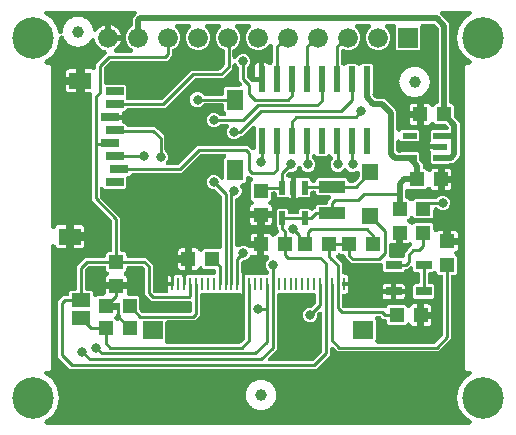
<source format=gbr>
G04 EAGLE Gerber RS-274X export*
G75*
%MOMM*%
%FSLAX34Y34*%
%LPD*%
%INTop Copper*%
%IPPOS*%
%AMOC8*
5,1,8,0,0,1.08239X$1,22.5*%
G01*
%ADD10R,1.200000X1.300000*%
%ADD11R,1.300000X1.200000*%
%ADD12R,1.350000X0.800000*%
%ADD13R,1.200000X0.550000*%
%ADD14R,0.550000X1.200000*%
%ADD15R,2.200000X1.016000*%
%ADD16R,1.400000X1.400000*%
%ADD17R,1.900000X1.400000*%
%ADD18R,1.400000X1.800000*%
%ADD19R,1.500000X0.700000*%
%ADD20R,1.600200X1.168400*%
%ADD21C,3.516000*%
%ADD22C,1.000000*%
%ADD23R,1.700000X1.500000*%
%ADD24R,0.250000X1.100000*%
%ADD25R,0.600000X2.200000*%
%ADD26R,1.676400X1.676400*%
%ADD27C,1.676400*%
%ADD28C,0.250000*%
%ADD29C,0.806400*%
%ADD30C,0.500000*%

G36*
X178914Y-175259D02*
X178914Y-175259D01*
X178920Y-175259D01*
X179117Y-175238D01*
X179308Y-175219D01*
X179314Y-175217D01*
X179321Y-175217D01*
X179507Y-175158D01*
X179693Y-175101D01*
X179699Y-175098D01*
X179705Y-175096D01*
X179876Y-175002D01*
X180047Y-174909D01*
X180052Y-174905D01*
X180058Y-174902D01*
X180209Y-174774D01*
X180356Y-174652D01*
X180360Y-174647D01*
X180365Y-174642D01*
X180488Y-174488D01*
X180608Y-174338D01*
X180611Y-174332D01*
X180616Y-174327D01*
X180704Y-174153D01*
X180794Y-173981D01*
X180796Y-173974D01*
X180799Y-173968D01*
X180851Y-173782D01*
X180905Y-173594D01*
X180906Y-173587D01*
X180908Y-173581D01*
X180922Y-173388D01*
X180938Y-173192D01*
X180937Y-173186D01*
X180938Y-173179D01*
X180914Y-172986D01*
X180891Y-172793D01*
X180889Y-172786D01*
X180888Y-172780D01*
X180827Y-172597D01*
X180766Y-172410D01*
X180763Y-172404D01*
X180761Y-172398D01*
X180665Y-172231D01*
X180568Y-172059D01*
X180564Y-172054D01*
X180561Y-172048D01*
X180433Y-171903D01*
X180305Y-171755D01*
X180300Y-171750D01*
X180296Y-171745D01*
X180036Y-171539D01*
X174836Y-168064D01*
X170033Y-160878D01*
X168347Y-152400D01*
X170033Y-143922D01*
X174836Y-136736D01*
X180036Y-133261D01*
X180041Y-133257D01*
X180047Y-133253D01*
X180194Y-133131D01*
X180347Y-133005D01*
X180351Y-133000D01*
X180356Y-132996D01*
X180478Y-132843D01*
X180601Y-132693D01*
X180604Y-132687D01*
X180608Y-132682D01*
X180697Y-132510D01*
X180789Y-132337D01*
X180791Y-132330D01*
X180794Y-132325D01*
X180847Y-132139D01*
X180903Y-131951D01*
X180903Y-131944D01*
X180905Y-131938D01*
X180921Y-131744D01*
X180938Y-131550D01*
X180937Y-131543D01*
X180938Y-131536D01*
X180915Y-131343D01*
X180894Y-131150D01*
X180892Y-131143D01*
X180891Y-131137D01*
X180830Y-130950D01*
X180772Y-130766D01*
X180768Y-130760D01*
X180766Y-130754D01*
X180670Y-130582D01*
X180576Y-130414D01*
X180572Y-130409D01*
X180568Y-130403D01*
X180441Y-130255D01*
X180315Y-130108D01*
X180310Y-130104D01*
X180305Y-130098D01*
X180151Y-129979D01*
X179998Y-129859D01*
X179992Y-129856D01*
X179987Y-129852D01*
X179811Y-129764D01*
X179639Y-129677D01*
X179633Y-129675D01*
X179627Y-129672D01*
X179436Y-129621D01*
X179251Y-129570D01*
X179244Y-129570D01*
X179238Y-129568D01*
X178907Y-129541D01*
X176748Y-129541D01*
X175259Y-128052D01*
X175259Y128052D01*
X176748Y129541D01*
X178907Y129541D01*
X178914Y129541D01*
X178920Y129541D01*
X179116Y129562D01*
X179308Y129581D01*
X179314Y129583D01*
X179321Y129583D01*
X179506Y129642D01*
X179693Y129699D01*
X179699Y129702D01*
X179705Y129704D01*
X179875Y129797D01*
X180047Y129891D01*
X180052Y129895D01*
X180058Y129898D01*
X180207Y130024D01*
X180356Y130148D01*
X180360Y130153D01*
X180365Y130158D01*
X180487Y130311D01*
X180608Y130462D01*
X180611Y130468D01*
X180616Y130473D01*
X180704Y130647D01*
X180794Y130819D01*
X180796Y130826D01*
X180799Y130832D01*
X180851Y131018D01*
X180905Y131206D01*
X180906Y131213D01*
X180908Y131219D01*
X180922Y131412D01*
X180938Y131608D01*
X180937Y131614D01*
X180938Y131621D01*
X180914Y131811D01*
X180891Y132007D01*
X180889Y132014D01*
X180888Y132020D01*
X180827Y132205D01*
X180766Y132390D01*
X180763Y132396D01*
X180761Y132402D01*
X180664Y132571D01*
X180568Y132741D01*
X180564Y132746D01*
X180561Y132752D01*
X180433Y132897D01*
X180305Y133045D01*
X180300Y133050D01*
X180296Y133055D01*
X180036Y133261D01*
X174836Y136736D01*
X170033Y143922D01*
X168347Y152400D01*
X170033Y160878D01*
X174836Y168064D01*
X180036Y171539D01*
X180041Y171543D01*
X180047Y171547D01*
X180194Y171669D01*
X180347Y171795D01*
X180351Y171800D01*
X180356Y171804D01*
X180475Y171953D01*
X180601Y172107D01*
X180604Y172113D01*
X180608Y172118D01*
X180697Y172289D01*
X180789Y172463D01*
X180791Y172470D01*
X180794Y172475D01*
X180847Y172661D01*
X180903Y172849D01*
X180903Y172856D01*
X180905Y172862D01*
X180921Y173056D01*
X180938Y173250D01*
X180938Y173257D01*
X180938Y173264D01*
X180915Y173457D01*
X180894Y173650D01*
X180892Y173657D01*
X180891Y173663D01*
X180831Y173849D01*
X180772Y174034D01*
X180768Y174040D01*
X180766Y174046D01*
X180670Y174218D01*
X180576Y174386D01*
X180572Y174391D01*
X180568Y174397D01*
X180441Y174545D01*
X180315Y174692D01*
X180310Y174696D01*
X180305Y174702D01*
X180152Y174820D01*
X179998Y174941D01*
X179992Y174944D01*
X179987Y174948D01*
X179813Y175035D01*
X179639Y175123D01*
X179633Y175125D01*
X179627Y175128D01*
X179437Y175179D01*
X179251Y175230D01*
X179244Y175230D01*
X179238Y175232D01*
X178907Y175259D01*
X155975Y175259D01*
X155966Y175258D01*
X155957Y175259D01*
X155765Y175238D01*
X155574Y175219D01*
X155566Y175217D01*
X155557Y175216D01*
X155374Y175158D01*
X155189Y175101D01*
X155181Y175097D01*
X155173Y175094D01*
X155005Y175001D01*
X154835Y174909D01*
X154828Y174904D01*
X154821Y174899D01*
X154674Y174775D01*
X154526Y174652D01*
X154520Y174645D01*
X154514Y174639D01*
X154395Y174488D01*
X154274Y174338D01*
X154270Y174330D01*
X154264Y174323D01*
X154176Y174150D01*
X154088Y173981D01*
X154086Y173972D01*
X154082Y173964D01*
X154030Y173778D01*
X153977Y173594D01*
X153976Y173585D01*
X153974Y173576D01*
X153960Y173383D01*
X153944Y173192D01*
X153945Y173184D01*
X153944Y173175D01*
X153969Y172980D01*
X153991Y172793D01*
X153994Y172784D01*
X153995Y172775D01*
X154056Y172592D01*
X154116Y172410D01*
X154120Y172402D01*
X154123Y172394D01*
X154219Y172227D01*
X154314Y172059D01*
X154319Y172052D01*
X154324Y172045D01*
X154539Y171792D01*
X159782Y166548D01*
X161343Y164988D01*
X162033Y163322D01*
X162033Y98064D01*
X162035Y98046D01*
X162033Y98028D01*
X162054Y97846D01*
X162073Y97663D01*
X162078Y97646D01*
X162080Y97629D01*
X162137Y97454D01*
X162191Y97278D01*
X162199Y97263D01*
X162205Y97246D01*
X162295Y97085D01*
X162383Y96924D01*
X162394Y96911D01*
X162403Y96895D01*
X162523Y96756D01*
X162640Y96615D01*
X162654Y96604D01*
X162666Y96590D01*
X162811Y96478D01*
X162954Y96363D01*
X162970Y96355D01*
X162984Y96344D01*
X163149Y96262D01*
X163311Y96177D01*
X163328Y96172D01*
X163344Y96164D01*
X163523Y96117D01*
X163698Y96066D01*
X163716Y96064D01*
X163733Y96060D01*
X164064Y96033D01*
X164502Y96033D01*
X165693Y94842D01*
X165693Y86559D01*
X165695Y86532D01*
X165693Y86506D01*
X165715Y86332D01*
X165733Y86158D01*
X165740Y86133D01*
X165744Y86106D01*
X165799Y85940D01*
X165851Y85773D01*
X165864Y85750D01*
X165872Y85724D01*
X165959Y85573D01*
X166043Y85419D01*
X166060Y85399D01*
X166073Y85376D01*
X166288Y85123D01*
X170093Y81318D01*
X170783Y79652D01*
X170783Y52848D01*
X170093Y51182D01*
X165568Y46657D01*
X163902Y45967D01*
X162184Y45967D01*
X162158Y45965D01*
X162131Y45967D01*
X161957Y45945D01*
X161784Y45927D01*
X161758Y45920D01*
X161732Y45916D01*
X161566Y45861D01*
X161399Y45809D01*
X161375Y45796D01*
X161350Y45788D01*
X161227Y45717D01*
X147409Y45717D01*
X146218Y46908D01*
X146218Y54475D01*
X146240Y54537D01*
X146246Y54583D01*
X146259Y54627D01*
X146273Y54782D01*
X146294Y54936D01*
X146292Y54982D01*
X146296Y55028D01*
X146279Y55182D01*
X146269Y55338D01*
X146257Y55382D01*
X146252Y55428D01*
X146206Y55576D01*
X146165Y55727D01*
X146143Y55774D01*
X146131Y55812D01*
X146089Y55888D01*
X146024Y56027D01*
X145883Y56269D01*
X145710Y56915D01*
X145710Y57969D01*
X154251Y57969D01*
X154268Y57970D01*
X154286Y57969D01*
X154469Y57990D01*
X154651Y58008D01*
X154668Y58014D01*
X154686Y58016D01*
X154861Y58073D01*
X155036Y58127D01*
X155052Y58135D01*
X155069Y58141D01*
X155229Y58231D01*
X155390Y58318D01*
X155404Y58330D01*
X155419Y58339D01*
X155559Y58459D01*
X155699Y58576D01*
X155711Y58590D01*
X155724Y58602D01*
X155837Y58747D01*
X155952Y58890D01*
X155960Y58906D01*
X155971Y58920D01*
X156053Y59085D01*
X156137Y59247D01*
X156142Y59264D01*
X156150Y59280D01*
X156198Y59458D01*
X156249Y59634D01*
X156250Y59652D01*
X156255Y59669D01*
X156282Y60000D01*
X156280Y60018D01*
X156282Y60035D01*
X156282Y60036D01*
X156260Y60218D01*
X156242Y60401D01*
X156237Y60418D01*
X156235Y60436D01*
X156178Y60610D01*
X156124Y60786D01*
X156115Y60801D01*
X156110Y60818D01*
X156019Y60979D01*
X155932Y61140D01*
X155921Y61153D01*
X155912Y61169D01*
X155792Y61308D01*
X155674Y61449D01*
X155660Y61460D01*
X155649Y61474D01*
X155504Y61586D01*
X155361Y61701D01*
X155345Y61710D01*
X155331Y61720D01*
X155166Y61802D01*
X155003Y61887D01*
X154986Y61892D01*
X154970Y61900D01*
X154792Y61948D01*
X154616Y61998D01*
X154599Y62000D01*
X154581Y62004D01*
X154251Y62031D01*
X145710Y62031D01*
X145710Y63085D01*
X145883Y63731D01*
X146024Y63973D01*
X146088Y64115D01*
X146158Y64253D01*
X146170Y64298D01*
X146189Y64340D01*
X146224Y64491D01*
X146266Y64641D01*
X146269Y64688D01*
X146280Y64733D01*
X146284Y64888D01*
X146295Y65043D01*
X146289Y65089D01*
X146291Y65135D01*
X146264Y65288D01*
X146245Y65442D01*
X146230Y65486D01*
X146222Y65532D01*
X146218Y65541D01*
X146218Y73092D01*
X147409Y74283D01*
X159403Y74283D01*
X159412Y74284D01*
X159421Y74283D01*
X159611Y74303D01*
X159804Y74323D01*
X159812Y74325D01*
X159821Y74326D01*
X160005Y74384D01*
X160189Y74441D01*
X160197Y74445D01*
X160205Y74448D01*
X160374Y74541D01*
X160543Y74633D01*
X160550Y74638D01*
X160557Y74643D01*
X160704Y74767D01*
X160852Y74890D01*
X160858Y74897D01*
X160864Y74903D01*
X160984Y75054D01*
X161104Y75204D01*
X161108Y75212D01*
X161114Y75219D01*
X161201Y75391D01*
X161290Y75561D01*
X161292Y75570D01*
X161296Y75578D01*
X161348Y75762D01*
X161401Y75948D01*
X161402Y75957D01*
X161404Y75966D01*
X161418Y76158D01*
X161434Y76350D01*
X161433Y76358D01*
X161434Y76367D01*
X161410Y76559D01*
X161387Y76749D01*
X161384Y76758D01*
X161383Y76767D01*
X161322Y76949D01*
X161262Y77132D01*
X161258Y77140D01*
X161255Y77148D01*
X161159Y77316D01*
X161064Y77483D01*
X161059Y77489D01*
X161054Y77497D01*
X160839Y77750D01*
X160217Y78372D01*
X160197Y78389D01*
X160179Y78410D01*
X160041Y78517D01*
X159906Y78627D01*
X159882Y78640D01*
X159861Y78656D01*
X159704Y78734D01*
X159550Y78816D01*
X159525Y78824D01*
X159501Y78836D01*
X159331Y78881D01*
X159164Y78931D01*
X159138Y78933D01*
X159112Y78940D01*
X158781Y78967D01*
X150818Y78967D01*
X149053Y80732D01*
X148940Y80825D01*
X148831Y80924D01*
X148784Y80953D01*
X148741Y80987D01*
X148612Y81056D01*
X148486Y81132D01*
X148434Y81150D01*
X148386Y81176D01*
X148245Y81218D01*
X148107Y81267D01*
X148053Y81275D01*
X148000Y81291D01*
X147854Y81304D01*
X147709Y81325D01*
X147654Y81322D01*
X147599Y81327D01*
X147453Y81311D01*
X147307Y81303D01*
X147253Y81290D01*
X147199Y81284D01*
X147059Y81239D01*
X146917Y81203D01*
X146867Y81179D01*
X146815Y81162D01*
X146687Y81091D01*
X146554Y81027D01*
X146511Y80994D01*
X146462Y80967D01*
X146351Y80873D01*
X146234Y80784D01*
X146197Y80743D01*
X146155Y80707D01*
X146065Y80592D01*
X145968Y80482D01*
X145940Y80434D01*
X145906Y80391D01*
X145839Y80260D01*
X145766Y80133D01*
X145754Y80100D01*
X145373Y79440D01*
X144900Y78967D01*
X144321Y78632D01*
X143675Y78459D01*
X140339Y78459D01*
X140339Y86532D01*
X140337Y86550D01*
X140339Y86567D01*
X140318Y86750D01*
X140299Y86932D01*
X140294Y86949D01*
X140292Y86967D01*
X140235Y87142D01*
X140181Y87317D01*
X140173Y87333D01*
X140167Y87350D01*
X140083Y87499D01*
X140110Y87553D01*
X140195Y87716D01*
X140200Y87733D01*
X140208Y87749D01*
X140255Y87927D01*
X140306Y88102D01*
X140308Y88120D01*
X140312Y88137D01*
X140339Y88468D01*
X140339Y96541D01*
X143675Y96541D01*
X144321Y96368D01*
X144900Y96033D01*
X145373Y95560D01*
X145747Y94912D01*
X145750Y94902D01*
X145777Y94854D01*
X145796Y94802D01*
X145874Y94678D01*
X145945Y94550D01*
X145981Y94508D01*
X146010Y94461D01*
X146111Y94355D01*
X146206Y94243D01*
X146249Y94209D01*
X146287Y94169D01*
X146407Y94084D01*
X146522Y93993D01*
X146571Y93968D01*
X146616Y93936D01*
X146750Y93877D01*
X146881Y93811D01*
X146934Y93796D01*
X146984Y93774D01*
X147127Y93742D01*
X147268Y93703D01*
X147324Y93699D01*
X147377Y93687D01*
X147523Y93684D01*
X147670Y93673D01*
X147725Y93680D01*
X147780Y93679D01*
X147924Y93705D01*
X148069Y93724D01*
X148122Y93741D01*
X148176Y93751D01*
X148312Y93805D01*
X148451Y93852D01*
X148499Y93880D01*
X148550Y93900D01*
X148673Y93980D01*
X148800Y94053D01*
X148848Y94093D01*
X148887Y94119D01*
X148948Y94178D01*
X149053Y94268D01*
X150818Y96033D01*
X150936Y96033D01*
X150954Y96035D01*
X150972Y96033D01*
X151154Y96054D01*
X151337Y96073D01*
X151354Y96078D01*
X151371Y96080D01*
X151546Y96137D01*
X151722Y96191D01*
X151737Y96199D01*
X151754Y96205D01*
X151914Y96295D01*
X152076Y96383D01*
X152089Y96394D01*
X152105Y96403D01*
X152244Y96523D01*
X152385Y96640D01*
X152396Y96654D01*
X152410Y96666D01*
X152522Y96811D01*
X152637Y96954D01*
X152645Y96970D01*
X152656Y96984D01*
X152738Y97149D01*
X152823Y97311D01*
X152828Y97328D01*
X152836Y97344D01*
X152883Y97523D01*
X152934Y97698D01*
X152936Y97716D01*
X152940Y97733D01*
X152967Y98064D01*
X152967Y159701D01*
X152965Y159728D01*
X152967Y159754D01*
X152945Y159928D01*
X152927Y160102D01*
X152920Y160127D01*
X152916Y160154D01*
X152861Y160320D01*
X152809Y160487D01*
X152796Y160510D01*
X152788Y160536D01*
X152701Y160687D01*
X152617Y160841D01*
X152600Y160861D01*
X152587Y160884D01*
X152372Y161137D01*
X149967Y163542D01*
X149947Y163559D01*
X149929Y163580D01*
X149791Y163687D01*
X149656Y163797D01*
X149632Y163810D01*
X149611Y163826D01*
X149454Y163904D01*
X149300Y163986D01*
X149275Y163994D01*
X149251Y164006D01*
X149081Y164051D01*
X148914Y164101D01*
X148888Y164103D01*
X148862Y164110D01*
X148531Y164137D01*
X139446Y164137D01*
X139428Y164135D01*
X139410Y164137D01*
X139228Y164116D01*
X139045Y164097D01*
X139028Y164092D01*
X139011Y164090D01*
X138836Y164033D01*
X138660Y163979D01*
X138645Y163971D01*
X138628Y163965D01*
X138468Y163875D01*
X138306Y163787D01*
X138293Y163776D01*
X138277Y163767D01*
X138138Y163647D01*
X137997Y163530D01*
X137986Y163516D01*
X137972Y163504D01*
X137860Y163359D01*
X137745Y163216D01*
X137737Y163200D01*
X137726Y163186D01*
X137644Y163021D01*
X137559Y162859D01*
X137554Y162842D01*
X137546Y162826D01*
X137499Y162647D01*
X137448Y162472D01*
X137446Y162454D01*
X137442Y162437D01*
X137415Y162106D01*
X137415Y143176D01*
X136224Y141985D01*
X117776Y141985D01*
X116585Y143176D01*
X116585Y162106D01*
X116583Y162124D01*
X116585Y162142D01*
X116564Y162324D01*
X116545Y162507D01*
X116540Y162524D01*
X116538Y162541D01*
X116481Y162716D01*
X116427Y162892D01*
X116419Y162907D01*
X116413Y162924D01*
X116323Y163084D01*
X116235Y163246D01*
X116224Y163259D01*
X116215Y163275D01*
X116095Y163414D01*
X115978Y163555D01*
X115964Y163566D01*
X115952Y163580D01*
X115808Y163692D01*
X115664Y163807D01*
X115648Y163815D01*
X115634Y163826D01*
X115469Y163908D01*
X115307Y163993D01*
X115290Y163998D01*
X115274Y164006D01*
X115095Y164053D01*
X114920Y164104D01*
X114902Y164106D01*
X114885Y164110D01*
X114554Y164137D01*
X109495Y164137D01*
X109486Y164136D01*
X109477Y164137D01*
X109286Y164116D01*
X109095Y164097D01*
X109086Y164095D01*
X109077Y164094D01*
X108895Y164036D01*
X108710Y163979D01*
X108702Y163975D01*
X108693Y163972D01*
X108525Y163879D01*
X108356Y163787D01*
X108349Y163782D01*
X108341Y163777D01*
X108194Y163653D01*
X108046Y163530D01*
X108041Y163523D01*
X108034Y163517D01*
X107915Y163366D01*
X107794Y163216D01*
X107790Y163208D01*
X107784Y163201D01*
X107697Y163028D01*
X107609Y162859D01*
X107606Y162850D01*
X107602Y162842D01*
X107550Y162656D01*
X107497Y162472D01*
X107496Y162463D01*
X107494Y162454D01*
X107480Y162261D01*
X107464Y162070D01*
X107465Y162062D01*
X107465Y162053D01*
X107489Y161859D01*
X107511Y161671D01*
X107514Y161662D01*
X107515Y161653D01*
X107577Y161469D01*
X107636Y161288D01*
X107640Y161280D01*
X107643Y161272D01*
X107740Y161104D01*
X107834Y160937D01*
X107840Y160930D01*
X107844Y160923D01*
X108059Y160670D01*
X110429Y158299D01*
X112015Y154472D01*
X112015Y150328D01*
X110429Y146501D01*
X107499Y143571D01*
X103672Y141985D01*
X99528Y141985D01*
X95701Y143571D01*
X92771Y146501D01*
X91185Y150328D01*
X91185Y154472D01*
X92771Y158299D01*
X95141Y160670D01*
X95147Y160677D01*
X95154Y160682D01*
X95274Y160832D01*
X95396Y160981D01*
X95400Y160989D01*
X95406Y160996D01*
X95494Y161166D01*
X95585Y161337D01*
X95587Y161346D01*
X95591Y161353D01*
X95644Y161537D01*
X95700Y161723D01*
X95700Y161732D01*
X95703Y161740D01*
X95718Y161931D01*
X95736Y162124D01*
X95735Y162133D01*
X95736Y162142D01*
X95713Y162331D01*
X95693Y162524D01*
X95690Y162533D01*
X95689Y162541D01*
X95630Y162722D01*
X95571Y162908D01*
X95567Y162916D01*
X95564Y162924D01*
X95469Y163092D01*
X95376Y163260D01*
X95370Y163267D01*
X95366Y163275D01*
X95241Y163420D01*
X95116Y163567D01*
X95109Y163573D01*
X95103Y163580D01*
X94951Y163697D01*
X94800Y163817D01*
X94792Y163821D01*
X94785Y163826D01*
X94613Y163912D01*
X94441Y163999D01*
X94432Y164002D01*
X94424Y164006D01*
X94238Y164056D01*
X94053Y164107D01*
X94044Y164108D01*
X94035Y164110D01*
X93705Y164137D01*
X84095Y164137D01*
X84086Y164136D01*
X84077Y164137D01*
X83886Y164116D01*
X83695Y164097D01*
X83686Y164095D01*
X83677Y164094D01*
X83495Y164036D01*
X83310Y163979D01*
X83302Y163975D01*
X83293Y163972D01*
X83125Y163879D01*
X82956Y163787D01*
X82949Y163782D01*
X82941Y163777D01*
X82794Y163653D01*
X82646Y163530D01*
X82641Y163523D01*
X82634Y163517D01*
X82515Y163366D01*
X82394Y163216D01*
X82390Y163208D01*
X82384Y163201D01*
X82297Y163028D01*
X82209Y162859D01*
X82206Y162850D01*
X82202Y162842D01*
X82150Y162656D01*
X82097Y162472D01*
X82096Y162463D01*
X82094Y162454D01*
X82080Y162261D01*
X82064Y162070D01*
X82065Y162062D01*
X82065Y162053D01*
X82089Y161859D01*
X82111Y161671D01*
X82114Y161662D01*
X82115Y161653D01*
X82177Y161469D01*
X82236Y161288D01*
X82240Y161280D01*
X82243Y161272D01*
X82340Y161104D01*
X82434Y160937D01*
X82440Y160930D01*
X82444Y160923D01*
X82659Y160670D01*
X85029Y158299D01*
X86615Y154472D01*
X86615Y150328D01*
X85029Y146501D01*
X82099Y143571D01*
X78272Y141985D01*
X74128Y141985D01*
X72641Y142601D01*
X72628Y142605D01*
X72617Y142611D01*
X72437Y142663D01*
X72256Y142718D01*
X72243Y142719D01*
X72230Y142723D01*
X72042Y142738D01*
X71855Y142756D01*
X71842Y142754D01*
X71828Y142756D01*
X71642Y142734D01*
X71455Y142714D01*
X71442Y142710D01*
X71429Y142709D01*
X71250Y142650D01*
X71070Y142594D01*
X71059Y142588D01*
X71046Y142584D01*
X70882Y142491D01*
X70717Y142401D01*
X70707Y142392D01*
X70695Y142386D01*
X70553Y142263D01*
X70409Y142142D01*
X70401Y142131D01*
X70390Y142123D01*
X70276Y141975D01*
X70158Y141827D01*
X70152Y141815D01*
X70144Y141805D01*
X70060Y141636D01*
X69974Y141469D01*
X69970Y141456D01*
X69964Y141444D01*
X69915Y141260D01*
X69864Y141082D01*
X69863Y141068D01*
X69860Y141055D01*
X69833Y140725D01*
X69833Y131663D01*
X69835Y131637D01*
X69833Y131610D01*
X69855Y131436D01*
X69873Y131263D01*
X69880Y131237D01*
X69884Y131211D01*
X69939Y131045D01*
X69991Y130878D01*
X70004Y130854D01*
X70012Y130829D01*
X70100Y130677D01*
X70183Y130524D01*
X70200Y130503D01*
X70213Y130480D01*
X70428Y130227D01*
X71464Y129191D01*
X71478Y129180D01*
X71489Y129166D01*
X71633Y129052D01*
X71775Y128936D01*
X71791Y128928D01*
X71805Y128917D01*
X71970Y128833D01*
X72131Y128747D01*
X72148Y128742D01*
X72164Y128734D01*
X72341Y128685D01*
X72517Y128633D01*
X72535Y128631D01*
X72552Y128626D01*
X72735Y128613D01*
X72918Y128596D01*
X72936Y128598D01*
X72953Y128597D01*
X73135Y128620D01*
X73318Y128640D01*
X73335Y128645D01*
X73353Y128647D01*
X73527Y128706D01*
X73702Y128761D01*
X73718Y128770D01*
X73734Y128775D01*
X73893Y128867D01*
X74054Y128956D01*
X74068Y128967D01*
X74083Y128976D01*
X74336Y129191D01*
X75408Y130263D01*
X83092Y130263D01*
X84164Y129191D01*
X84177Y129180D01*
X84189Y129166D01*
X84333Y129052D01*
X84475Y128936D01*
X84491Y128928D01*
X84505Y128917D01*
X84669Y128833D01*
X84831Y128747D01*
X84848Y128742D01*
X84864Y128734D01*
X85041Y128685D01*
X85217Y128633D01*
X85235Y128631D01*
X85252Y128626D01*
X85435Y128613D01*
X85618Y128596D01*
X85636Y128598D01*
X85653Y128597D01*
X85835Y128620D01*
X86018Y128640D01*
X86035Y128645D01*
X86053Y128647D01*
X86226Y128705D01*
X86402Y128761D01*
X86418Y128770D01*
X86434Y128775D01*
X86593Y128867D01*
X86754Y128956D01*
X86768Y128967D01*
X86783Y128976D01*
X87036Y129191D01*
X88108Y130263D01*
X95792Y130263D01*
X96983Y129072D01*
X96983Y105267D01*
X96956Y105214D01*
X96870Y105052D01*
X96865Y105035D01*
X96857Y105019D01*
X96807Y104841D01*
X96755Y104666D01*
X96754Y104648D01*
X96749Y104631D01*
X96735Y104448D01*
X96719Y104265D01*
X96721Y104247D01*
X96720Y104229D01*
X96743Y104047D01*
X96762Y103865D01*
X96768Y103848D01*
X96770Y103830D01*
X96829Y103656D01*
X96884Y103481D01*
X96892Y103465D01*
X96898Y103448D01*
X96990Y103289D01*
X97079Y103129D01*
X97090Y103115D01*
X97099Y103099D01*
X97314Y102846D01*
X98783Y101378D01*
X98803Y101361D01*
X98821Y101340D01*
X98959Y101233D01*
X99094Y101123D01*
X99118Y101110D01*
X99139Y101094D01*
X99295Y101016D01*
X99450Y100934D01*
X99475Y100926D01*
X99499Y100914D01*
X99668Y100869D01*
X99836Y100819D01*
X99862Y100817D01*
X99888Y100810D01*
X100219Y100783D01*
X105902Y100783D01*
X107568Y100093D01*
X116343Y91318D01*
X117033Y89652D01*
X117033Y74812D01*
X117034Y74803D01*
X117033Y74795D01*
X117054Y74603D01*
X117073Y74412D01*
X117075Y74403D01*
X117076Y74394D01*
X117134Y74212D01*
X117191Y74027D01*
X117195Y74019D01*
X117198Y74010D01*
X117291Y73842D01*
X117383Y73673D01*
X117388Y73666D01*
X117393Y73658D01*
X117518Y73510D01*
X117640Y73363D01*
X117647Y73358D01*
X117653Y73351D01*
X117805Y73231D01*
X117954Y73111D01*
X117962Y73107D01*
X117969Y73101D01*
X118141Y73014D01*
X118311Y72926D01*
X118320Y72923D01*
X118328Y72919D01*
X118514Y72867D01*
X118698Y72814D01*
X118707Y72814D01*
X118716Y72811D01*
X118908Y72797D01*
X119100Y72781D01*
X119108Y72782D01*
X119117Y72782D01*
X119310Y72806D01*
X119499Y72828D01*
X119508Y72831D01*
X119517Y72832D01*
X119700Y72894D01*
X119882Y72953D01*
X119890Y72958D01*
X119898Y72960D01*
X120064Y73056D01*
X120233Y73151D01*
X120240Y73157D01*
X120247Y73161D01*
X120500Y73376D01*
X121407Y74283D01*
X135091Y74283D01*
X136282Y73092D01*
X136282Y65908D01*
X135091Y64717D01*
X121407Y64717D01*
X120500Y65624D01*
X120493Y65630D01*
X120488Y65637D01*
X120337Y65758D01*
X120189Y65879D01*
X120181Y65883D01*
X120174Y65889D01*
X120004Y65977D01*
X119833Y66068D01*
X119824Y66070D01*
X119817Y66074D01*
X119632Y66127D01*
X119447Y66182D01*
X119438Y66183D01*
X119430Y66186D01*
X119239Y66201D01*
X119046Y66219D01*
X119037Y66218D01*
X119028Y66219D01*
X118839Y66196D01*
X118646Y66175D01*
X118637Y66173D01*
X118629Y66172D01*
X118447Y66112D01*
X118262Y66054D01*
X118254Y66050D01*
X118246Y66047D01*
X118079Y65953D01*
X117910Y65859D01*
X117903Y65853D01*
X117895Y65849D01*
X117750Y65724D01*
X117603Y65599D01*
X117597Y65592D01*
X117590Y65586D01*
X117474Y65435D01*
X117353Y65283D01*
X117349Y65275D01*
X117344Y65268D01*
X117259Y65097D01*
X117171Y64924D01*
X117168Y64915D01*
X117164Y64907D01*
X117115Y64722D01*
X117063Y64536D01*
X117062Y64527D01*
X117060Y64518D01*
X117033Y64188D01*
X117033Y57064D01*
X117035Y57046D01*
X117033Y57028D01*
X117054Y56846D01*
X117073Y56663D01*
X117078Y56646D01*
X117080Y56629D01*
X117137Y56454D01*
X117191Y56278D01*
X117199Y56263D01*
X117205Y56246D01*
X117295Y56086D01*
X117383Y55924D01*
X117394Y55911D01*
X117403Y55895D01*
X117523Y55756D01*
X117640Y55615D01*
X117654Y55604D01*
X117666Y55590D01*
X117811Y55478D01*
X117954Y55363D01*
X117970Y55355D01*
X117984Y55344D01*
X118149Y55262D01*
X118311Y55177D01*
X118328Y55172D01*
X118344Y55164D01*
X118523Y55117D01*
X118698Y55066D01*
X118716Y55064D01*
X118733Y55060D01*
X119064Y55033D01*
X120316Y55033D01*
X120342Y55035D01*
X120369Y55033D01*
X120543Y55055D01*
X120716Y55073D01*
X120742Y55080D01*
X120768Y55084D01*
X120934Y55139D01*
X121101Y55191D01*
X121125Y55204D01*
X121150Y55212D01*
X121273Y55283D01*
X135091Y55283D01*
X136282Y54092D01*
X136282Y49719D01*
X136284Y49692D01*
X136282Y49666D01*
X136304Y49492D01*
X136322Y49318D01*
X136329Y49293D01*
X136333Y49266D01*
X136388Y49100D01*
X136440Y48933D01*
X136453Y48910D01*
X136461Y48884D01*
X136548Y48733D01*
X136632Y48579D01*
X136649Y48559D01*
X136662Y48536D01*
X136877Y48283D01*
X138683Y46477D01*
X139373Y44811D01*
X139373Y43064D01*
X139375Y43046D01*
X139373Y43028D01*
X139394Y42846D01*
X139413Y42663D01*
X139418Y42646D01*
X139420Y42629D01*
X139477Y42454D01*
X139531Y42278D01*
X139539Y42263D01*
X139545Y42246D01*
X139635Y42085D01*
X139723Y41924D01*
X139734Y41911D01*
X139743Y41895D01*
X139863Y41756D01*
X139980Y41615D01*
X139994Y41604D01*
X140006Y41590D01*
X140151Y41478D01*
X140294Y41363D01*
X140310Y41355D01*
X140324Y41344D01*
X140489Y41262D01*
X140651Y41177D01*
X140668Y41172D01*
X140684Y41164D01*
X140863Y41117D01*
X141038Y41066D01*
X141056Y41064D01*
X141073Y41060D01*
X141404Y41033D01*
X141682Y41033D01*
X143447Y39268D01*
X143560Y39175D01*
X143669Y39076D01*
X143716Y39048D01*
X143759Y39013D01*
X143888Y38944D01*
X144013Y38868D01*
X144065Y38850D01*
X144114Y38824D01*
X144254Y38782D01*
X144393Y38733D01*
X144447Y38725D01*
X144500Y38709D01*
X144646Y38696D01*
X144791Y38675D01*
X144846Y38678D01*
X144901Y38673D01*
X145047Y38689D01*
X145193Y38697D01*
X145246Y38710D01*
X145301Y38716D01*
X145441Y38761D01*
X145583Y38797D01*
X145633Y38821D01*
X145685Y38838D01*
X145813Y38909D01*
X145945Y38972D01*
X145989Y39006D01*
X146038Y39033D01*
X146149Y39127D01*
X146266Y39216D01*
X146302Y39257D01*
X146345Y39293D01*
X146435Y39408D01*
X146532Y39518D01*
X146560Y39566D01*
X146594Y39609D01*
X146660Y39739D01*
X146734Y39866D01*
X146746Y39900D01*
X147127Y40560D01*
X147600Y41033D01*
X148179Y41368D01*
X148825Y41541D01*
X152161Y41541D01*
X152161Y33468D01*
X152162Y33450D01*
X152161Y33433D01*
X152182Y33250D01*
X152201Y33068D01*
X152206Y33051D01*
X152208Y33033D01*
X152265Y32858D01*
X152319Y32683D01*
X152327Y32667D01*
X152333Y32650D01*
X152417Y32501D01*
X152390Y32447D01*
X152305Y32284D01*
X152300Y32267D01*
X152292Y32251D01*
X152244Y32073D01*
X152194Y31898D01*
X152192Y31880D01*
X152188Y31863D01*
X152161Y31532D01*
X152161Y23459D01*
X148825Y23459D01*
X148179Y23632D01*
X147600Y23967D01*
X147127Y24440D01*
X146753Y25088D01*
X146750Y25098D01*
X146723Y25146D01*
X146703Y25198D01*
X146626Y25322D01*
X146555Y25450D01*
X146519Y25492D01*
X146490Y25539D01*
X146389Y25645D01*
X146294Y25757D01*
X146251Y25791D01*
X146213Y25832D01*
X146093Y25916D01*
X145978Y26007D01*
X145929Y26032D01*
X145884Y26064D01*
X145750Y26123D01*
X145619Y26189D01*
X145566Y26204D01*
X145516Y26226D01*
X145373Y26258D01*
X145232Y26297D01*
X145176Y26301D01*
X145123Y26313D01*
X144976Y26316D01*
X144830Y26327D01*
X144775Y26320D01*
X144720Y26321D01*
X144576Y26294D01*
X144431Y26276D01*
X144378Y26259D01*
X144324Y26249D01*
X144188Y26195D01*
X144049Y26148D01*
X144001Y26120D01*
X143950Y26100D01*
X143827Y26020D01*
X143700Y25947D01*
X143652Y25906D01*
X143612Y25880D01*
X143552Y25822D01*
X143447Y25732D01*
X141682Y23967D01*
X127998Y23967D01*
X127993Y23971D01*
X127988Y23978D01*
X127839Y24097D01*
X127689Y24220D01*
X127681Y24224D01*
X127674Y24230D01*
X127504Y24318D01*
X127333Y24409D01*
X127324Y24411D01*
X127317Y24415D01*
X127133Y24468D01*
X126947Y24523D01*
X126938Y24524D01*
X126930Y24527D01*
X126739Y24542D01*
X126546Y24560D01*
X126537Y24559D01*
X126528Y24560D01*
X126339Y24537D01*
X126146Y24516D01*
X126137Y24514D01*
X126129Y24513D01*
X125946Y24453D01*
X125762Y24395D01*
X125754Y24391D01*
X125746Y24388D01*
X125577Y24293D01*
X125410Y24200D01*
X125403Y24194D01*
X125395Y24190D01*
X125250Y24064D01*
X125103Y23940D01*
X125097Y23933D01*
X125090Y23927D01*
X124973Y23776D01*
X124853Y23624D01*
X124849Y23616D01*
X124844Y23609D01*
X124758Y23437D01*
X124671Y23265D01*
X124668Y23256D01*
X124664Y23248D01*
X124614Y23060D01*
X124563Y22877D01*
X124562Y22868D01*
X124560Y22859D01*
X124533Y22529D01*
X124533Y17724D01*
X124535Y17706D01*
X124533Y17688D01*
X124554Y17506D01*
X124573Y17323D01*
X124578Y17306D01*
X124580Y17289D01*
X124637Y17114D01*
X124691Y16938D01*
X124699Y16923D01*
X124705Y16906D01*
X124795Y16746D01*
X124883Y16584D01*
X124894Y16571D01*
X124903Y16555D01*
X125023Y16416D01*
X125140Y16275D01*
X125154Y16264D01*
X125166Y16250D01*
X125311Y16138D01*
X125454Y16023D01*
X125470Y16015D01*
X125484Y16004D01*
X125649Y15922D01*
X125811Y15837D01*
X125828Y15832D01*
X125844Y15824D01*
X126023Y15777D01*
X126198Y15726D01*
X126216Y15724D01*
X126233Y15720D01*
X126564Y15693D01*
X127342Y15693D01*
X128564Y14471D01*
X128577Y14460D01*
X128589Y14446D01*
X128734Y14332D01*
X128875Y14216D01*
X128891Y14208D01*
X128905Y14197D01*
X129069Y14113D01*
X129231Y14027D01*
X129248Y14022D01*
X129264Y14014D01*
X129441Y13965D01*
X129617Y13913D01*
X129635Y13911D01*
X129652Y13906D01*
X129835Y13893D01*
X130018Y13876D01*
X130036Y13878D01*
X130053Y13877D01*
X130235Y13900D01*
X130418Y13920D01*
X130435Y13925D01*
X130453Y13927D01*
X130626Y13985D01*
X130802Y14041D01*
X130818Y14050D01*
X130834Y14055D01*
X130993Y14147D01*
X131154Y14236D01*
X131168Y14247D01*
X131183Y14256D01*
X131436Y14471D01*
X132658Y15693D01*
X142549Y15693D01*
X142576Y15695D01*
X142603Y15693D01*
X142776Y15715D01*
X142950Y15733D01*
X142975Y15741D01*
X143002Y15744D01*
X143117Y15783D01*
X150115Y15783D01*
X150141Y15785D01*
X150168Y15783D01*
X150342Y15805D01*
X150515Y15823D01*
X150541Y15830D01*
X150567Y15834D01*
X150733Y15889D01*
X150900Y15941D01*
X150924Y15954D01*
X150949Y15962D01*
X151101Y16049D01*
X151254Y16133D01*
X151275Y16150D01*
X151298Y16163D01*
X151551Y16378D01*
X152815Y17641D01*
X155044Y18565D01*
X157456Y18565D01*
X159685Y17641D01*
X161391Y15935D01*
X162315Y13706D01*
X162315Y11294D01*
X161391Y9065D01*
X159685Y7359D01*
X157456Y6435D01*
X155044Y6435D01*
X152815Y7359D01*
X152000Y8173D01*
X151993Y8179D01*
X151988Y8185D01*
X151839Y8305D01*
X151689Y8428D01*
X151681Y8432D01*
X151674Y8438D01*
X151504Y8526D01*
X151333Y8617D01*
X151324Y8619D01*
X151317Y8623D01*
X151132Y8676D01*
X150947Y8731D01*
X150938Y8732D01*
X150930Y8735D01*
X150739Y8750D01*
X150546Y8768D01*
X150537Y8767D01*
X150528Y8768D01*
X150339Y8745D01*
X150146Y8724D01*
X150137Y8722D01*
X150129Y8721D01*
X149946Y8661D01*
X149762Y8603D01*
X149754Y8599D01*
X149746Y8596D01*
X149579Y8502D01*
X149410Y8408D01*
X149403Y8402D01*
X149395Y8398D01*
X149250Y8273D01*
X149103Y8148D01*
X149097Y8141D01*
X149090Y8135D01*
X148973Y7983D01*
X148853Y7832D01*
X148849Y7824D01*
X148844Y7817D01*
X148758Y7645D01*
X148671Y7473D01*
X148668Y7464D01*
X148664Y7456D01*
X148614Y7270D01*
X148563Y7085D01*
X148562Y7076D01*
X148560Y7067D01*
X148533Y6737D01*
X148533Y818D01*
X147342Y-373D01*
X132658Y-373D01*
X131436Y849D01*
X131422Y860D01*
X131411Y874D01*
X131267Y988D01*
X131125Y1104D01*
X131109Y1112D01*
X131095Y1124D01*
X130931Y1207D01*
X130769Y1293D01*
X130752Y1298D01*
X130736Y1306D01*
X130559Y1355D01*
X130383Y1407D01*
X130365Y1409D01*
X130348Y1414D01*
X130165Y1427D01*
X129982Y1444D01*
X129964Y1442D01*
X129947Y1443D01*
X129765Y1420D01*
X129582Y1400D01*
X129565Y1395D01*
X129547Y1393D01*
X129373Y1334D01*
X129198Y1279D01*
X129182Y1270D01*
X129166Y1265D01*
X129007Y1173D01*
X128846Y1084D01*
X128832Y1073D01*
X128817Y1064D01*
X128564Y849D01*
X126768Y-947D01*
X126675Y-1060D01*
X126576Y-1169D01*
X126548Y-1216D01*
X126513Y-1259D01*
X126444Y-1388D01*
X126368Y-1513D01*
X126350Y-1565D01*
X126324Y-1614D01*
X126282Y-1755D01*
X126233Y-1893D01*
X126225Y-1947D01*
X126209Y-2000D01*
X126196Y-2146D01*
X126175Y-2291D01*
X126178Y-2346D01*
X126173Y-2401D01*
X126189Y-2547D01*
X126197Y-2693D01*
X126210Y-2747D01*
X126216Y-2801D01*
X126260Y-2941D01*
X126297Y-3083D01*
X126321Y-3133D01*
X126338Y-3185D01*
X126409Y-3313D01*
X126472Y-3445D01*
X126506Y-3489D01*
X126533Y-3538D01*
X126627Y-3649D01*
X126716Y-3766D01*
X126757Y-3802D01*
X126793Y-3845D01*
X126908Y-3935D01*
X127018Y-4032D01*
X127066Y-4060D01*
X127109Y-4094D01*
X127239Y-4160D01*
X127366Y-4234D01*
X127400Y-4246D01*
X128060Y-4627D01*
X128533Y-5100D01*
X128546Y-5123D01*
X128594Y-5189D01*
X128634Y-5261D01*
X128711Y-5353D01*
X128781Y-5450D01*
X128841Y-5506D01*
X128894Y-5568D01*
X128988Y-5643D01*
X129076Y-5724D01*
X129146Y-5767D01*
X129210Y-5818D01*
X129317Y-5872D01*
X129419Y-5935D01*
X129496Y-5963D01*
X129569Y-6000D01*
X129684Y-6032D01*
X129797Y-6074D01*
X129878Y-6086D01*
X129957Y-6108D01*
X130077Y-6117D01*
X130195Y-6135D01*
X130277Y-6132D01*
X130359Y-6138D01*
X130477Y-6123D01*
X130597Y-6117D01*
X130677Y-6098D01*
X130758Y-6087D01*
X130872Y-6049D01*
X130988Y-6021D01*
X131062Y-5985D01*
X131140Y-5959D01*
X131244Y-5899D01*
X131352Y-5848D01*
X131417Y-5799D01*
X131489Y-5758D01*
X131605Y-5659D01*
X131674Y-5608D01*
X131702Y-5578D01*
X131742Y-5544D01*
X132658Y-4627D01*
X147342Y-4627D01*
X148533Y-5818D01*
X148533Y-10310D01*
X148534Y-10319D01*
X148533Y-10328D01*
X148554Y-10519D01*
X148573Y-10711D01*
X148575Y-10720D01*
X148576Y-10729D01*
X148634Y-10911D01*
X148691Y-11096D01*
X148695Y-11104D01*
X148698Y-11112D01*
X148791Y-11281D01*
X148883Y-11450D01*
X148888Y-11457D01*
X148893Y-11465D01*
X149018Y-11613D01*
X149140Y-11759D01*
X149147Y-11765D01*
X149153Y-11772D01*
X149304Y-11891D01*
X149454Y-12011D01*
X149462Y-12016D01*
X149469Y-12021D01*
X149642Y-12109D01*
X149811Y-12197D01*
X149820Y-12199D01*
X149828Y-12204D01*
X150015Y-12255D01*
X150198Y-12308D01*
X150207Y-12309D01*
X150216Y-12311D01*
X150407Y-12325D01*
X150600Y-12341D01*
X150609Y-12340D01*
X150618Y-12341D01*
X150808Y-12317D01*
X150999Y-12294D01*
X151008Y-12291D01*
X151017Y-12290D01*
X151199Y-12229D01*
X151382Y-12169D01*
X151390Y-12165D01*
X151399Y-12162D01*
X151565Y-12066D01*
X151733Y-11972D01*
X151740Y-11966D01*
X151747Y-11961D01*
X151906Y-11826D01*
X152519Y-11472D01*
X153165Y-11299D01*
X157001Y-11299D01*
X157001Y-18872D01*
X157002Y-18881D01*
X157001Y-18889D01*
X157002Y-18896D01*
X157001Y-18907D01*
X157022Y-19090D01*
X157041Y-19272D01*
X157046Y-19289D01*
X157048Y-19307D01*
X157105Y-19482D01*
X157159Y-19657D01*
X157167Y-19673D01*
X157173Y-19690D01*
X157263Y-19850D01*
X157350Y-20011D01*
X157362Y-20025D01*
X157371Y-20041D01*
X157491Y-20180D01*
X157608Y-20321D01*
X157622Y-20332D01*
X157634Y-20345D01*
X157779Y-20458D01*
X157922Y-20573D01*
X157938Y-20581D01*
X157952Y-20592D01*
X158117Y-20674D01*
X158279Y-20758D01*
X158296Y-20763D01*
X158312Y-20771D01*
X158491Y-20819D01*
X158666Y-20870D01*
X158684Y-20871D01*
X158701Y-20876D01*
X158943Y-20896D01*
X158959Y-21026D01*
X158977Y-21209D01*
X158982Y-21226D01*
X158984Y-21243D01*
X159041Y-21418D01*
X159095Y-21594D01*
X159103Y-21609D01*
X159109Y-21626D01*
X159200Y-21787D01*
X159287Y-21948D01*
X159298Y-21961D01*
X159307Y-21977D01*
X159427Y-22116D01*
X159545Y-22257D01*
X159558Y-22268D01*
X159570Y-22282D01*
X159715Y-22394D01*
X159858Y-22509D01*
X159874Y-22517D01*
X159888Y-22528D01*
X160053Y-22610D01*
X160216Y-22695D01*
X160233Y-22700D01*
X160249Y-22708D01*
X160427Y-22755D01*
X160602Y-22806D01*
X160620Y-22808D01*
X160637Y-22812D01*
X160968Y-22839D01*
X169041Y-22839D01*
X169041Y-26175D01*
X168868Y-26821D01*
X168533Y-27400D01*
X168060Y-27873D01*
X167412Y-28247D01*
X167402Y-28250D01*
X167354Y-28277D01*
X167302Y-28296D01*
X167178Y-28374D01*
X167050Y-28445D01*
X167008Y-28481D01*
X166961Y-28510D01*
X166855Y-28611D01*
X166743Y-28706D01*
X166709Y-28749D01*
X166669Y-28787D01*
X166584Y-28907D01*
X166493Y-29022D01*
X166468Y-29071D01*
X166436Y-29116D01*
X166377Y-29250D01*
X166311Y-29381D01*
X166296Y-29434D01*
X166274Y-29484D01*
X166242Y-29627D01*
X166203Y-29768D01*
X166199Y-29824D01*
X166187Y-29877D01*
X166184Y-30023D01*
X166173Y-30170D01*
X166180Y-30225D01*
X166179Y-30280D01*
X166205Y-30424D01*
X166224Y-30569D01*
X166241Y-30622D01*
X166251Y-30676D01*
X166305Y-30812D01*
X166352Y-30951D01*
X166380Y-30999D01*
X166400Y-31050D01*
X166480Y-31173D01*
X166553Y-31300D01*
X166593Y-31348D01*
X166619Y-31387D01*
X166678Y-31448D01*
X166768Y-31553D01*
X168533Y-33318D01*
X168533Y-47002D01*
X167342Y-48193D01*
X165314Y-48193D01*
X165296Y-48195D01*
X165278Y-48193D01*
X165096Y-48214D01*
X164913Y-48233D01*
X164896Y-48238D01*
X164879Y-48240D01*
X164704Y-48297D01*
X164528Y-48351D01*
X164513Y-48359D01*
X164496Y-48365D01*
X164336Y-48455D01*
X164174Y-48543D01*
X164161Y-48554D01*
X164145Y-48563D01*
X164006Y-48683D01*
X163865Y-48800D01*
X163854Y-48814D01*
X163840Y-48826D01*
X163728Y-48971D01*
X163613Y-49114D01*
X163605Y-49130D01*
X163594Y-49144D01*
X163512Y-49309D01*
X163427Y-49471D01*
X163422Y-49488D01*
X163414Y-49504D01*
X163367Y-49683D01*
X163316Y-49858D01*
X163314Y-49876D01*
X163310Y-49893D01*
X163283Y-50224D01*
X163283Y-102610D01*
X152610Y-113283D01*
X67390Y-113283D01*
X64872Y-110765D01*
X64250Y-110143D01*
X64243Y-110137D01*
X64238Y-110130D01*
X64088Y-110010D01*
X63939Y-109888D01*
X63931Y-109884D01*
X63924Y-109878D01*
X63754Y-109790D01*
X63583Y-109699D01*
X63574Y-109696D01*
X63567Y-109692D01*
X63383Y-109640D01*
X63197Y-109584D01*
X63188Y-109583D01*
X63180Y-109581D01*
X62989Y-109565D01*
X62796Y-109548D01*
X62787Y-109549D01*
X62778Y-109548D01*
X62589Y-109570D01*
X62396Y-109591D01*
X62387Y-109594D01*
X62379Y-109595D01*
X62196Y-109655D01*
X62012Y-109713D01*
X62004Y-109717D01*
X61996Y-109720D01*
X61827Y-109815D01*
X61660Y-109908D01*
X61653Y-109913D01*
X61645Y-109918D01*
X61500Y-110043D01*
X61353Y-110168D01*
X61347Y-110175D01*
X61340Y-110181D01*
X61223Y-110333D01*
X61103Y-110484D01*
X61099Y-110492D01*
X61094Y-110499D01*
X61007Y-110673D01*
X60921Y-110843D01*
X60918Y-110851D01*
X60914Y-110860D01*
X60864Y-111048D01*
X60813Y-111231D01*
X60812Y-111240D01*
X60810Y-111248D01*
X60783Y-111579D01*
X60783Y-116360D01*
X48860Y-128283D01*
X-158860Y-128283D01*
X-169533Y-117610D01*
X-169533Y-71140D01*
X-164990Y-66597D01*
X-162065Y-66597D01*
X-162047Y-66595D01*
X-162029Y-66597D01*
X-161847Y-66576D01*
X-161664Y-66557D01*
X-161647Y-66552D01*
X-161630Y-66550D01*
X-161455Y-66493D01*
X-161279Y-66439D01*
X-161264Y-66431D01*
X-161247Y-66425D01*
X-161087Y-66335D01*
X-160925Y-66247D01*
X-160912Y-66236D01*
X-160896Y-66227D01*
X-160757Y-66107D01*
X-160616Y-65990D01*
X-160605Y-65976D01*
X-160591Y-65964D01*
X-160479Y-65819D01*
X-160364Y-65676D01*
X-160356Y-65660D01*
X-160345Y-65646D01*
X-160263Y-65481D01*
X-160178Y-65319D01*
X-160173Y-65302D01*
X-160165Y-65286D01*
X-160118Y-65107D01*
X-160067Y-64932D01*
X-160065Y-64914D01*
X-160061Y-64897D01*
X-160034Y-64566D01*
X-160034Y-63196D01*
X-158843Y-62005D01*
X-155314Y-62005D01*
X-155296Y-62003D01*
X-155278Y-62005D01*
X-155096Y-61984D01*
X-154913Y-61965D01*
X-154896Y-61960D01*
X-154879Y-61958D01*
X-154704Y-61901D01*
X-154528Y-61847D01*
X-154513Y-61839D01*
X-154496Y-61833D01*
X-154336Y-61743D01*
X-154174Y-61655D01*
X-154161Y-61644D01*
X-154145Y-61635D01*
X-154006Y-61515D01*
X-153865Y-61398D01*
X-153854Y-61384D01*
X-153840Y-61372D01*
X-153728Y-61227D01*
X-153613Y-61084D01*
X-153605Y-61068D01*
X-153594Y-61054D01*
X-153512Y-60889D01*
X-153427Y-60727D01*
X-153422Y-60710D01*
X-153414Y-60694D01*
X-153367Y-60516D01*
X-153316Y-60340D01*
X-153314Y-60322D01*
X-153310Y-60305D01*
X-153283Y-59974D01*
X-153283Y-41140D01*
X-150765Y-38623D01*
X-150765Y-38622D01*
X-148878Y-36735D01*
X-146360Y-34217D01*
X-130564Y-34217D01*
X-130546Y-34215D01*
X-130528Y-34217D01*
X-130346Y-34196D01*
X-130163Y-34177D01*
X-130146Y-34172D01*
X-130129Y-34170D01*
X-129954Y-34113D01*
X-129778Y-34059D01*
X-129763Y-34051D01*
X-129746Y-34045D01*
X-129586Y-33955D01*
X-129424Y-33867D01*
X-129411Y-33856D01*
X-129395Y-33847D01*
X-129256Y-33727D01*
X-129115Y-33610D01*
X-129104Y-33596D01*
X-129090Y-33584D01*
X-128978Y-33439D01*
X-128863Y-33296D01*
X-128855Y-33280D01*
X-128844Y-33266D01*
X-128762Y-33101D01*
X-128677Y-32939D01*
X-128672Y-32922D01*
X-128664Y-32906D01*
X-128617Y-32727D01*
X-128566Y-32552D01*
X-128564Y-32534D01*
X-128560Y-32517D01*
X-128533Y-32186D01*
X-128533Y-30498D01*
X-127342Y-29307D01*
X-125314Y-29307D01*
X-125296Y-29305D01*
X-125278Y-29307D01*
X-125096Y-29286D01*
X-124913Y-29267D01*
X-124896Y-29262D01*
X-124879Y-29260D01*
X-124704Y-29203D01*
X-124528Y-29149D01*
X-124513Y-29141D01*
X-124496Y-29135D01*
X-124336Y-29045D01*
X-124174Y-28957D01*
X-124161Y-28946D01*
X-124145Y-28937D01*
X-124006Y-28817D01*
X-123865Y-28700D01*
X-123854Y-28686D01*
X-123840Y-28674D01*
X-123728Y-28529D01*
X-123613Y-28386D01*
X-123605Y-28370D01*
X-123594Y-28356D01*
X-123512Y-28191D01*
X-123427Y-28029D01*
X-123422Y-28012D01*
X-123414Y-27996D01*
X-123367Y-27817D01*
X-123316Y-27642D01*
X-123314Y-27624D01*
X-123310Y-27607D01*
X-123283Y-27276D01*
X-123283Y-3451D01*
X-123285Y-3425D01*
X-123283Y-3398D01*
X-123305Y-3224D01*
X-123323Y-3051D01*
X-123330Y-3025D01*
X-123334Y-2998D01*
X-123390Y-2833D01*
X-123441Y-2666D01*
X-123454Y-2642D01*
X-123462Y-2617D01*
X-123549Y-2465D01*
X-123633Y-2312D01*
X-123650Y-2291D01*
X-123663Y-2268D01*
X-123878Y-2015D01*
X-138265Y12372D01*
X-140783Y14890D01*
X-140783Y104428D01*
X-140785Y104446D01*
X-140783Y104464D01*
X-140804Y104646D01*
X-140823Y104829D01*
X-140828Y104846D01*
X-140830Y104863D01*
X-140887Y105038D01*
X-140941Y105214D01*
X-140949Y105229D01*
X-140955Y105246D01*
X-141045Y105406D01*
X-141133Y105568D01*
X-141144Y105581D01*
X-141153Y105597D01*
X-141273Y105736D01*
X-141390Y105877D01*
X-141404Y105888D01*
X-141416Y105902D01*
X-141561Y106014D01*
X-141704Y106129D01*
X-141720Y106137D01*
X-141734Y106148D01*
X-141899Y106230D01*
X-142061Y106315D01*
X-142078Y106320D01*
X-142094Y106328D01*
X-142273Y106375D01*
X-142448Y106426D01*
X-142466Y106428D01*
X-142483Y106432D01*
X-142814Y106459D01*
X-146901Y106459D01*
X-146901Y114532D01*
X-146902Y114550D01*
X-146901Y114567D01*
X-146922Y114750D01*
X-146941Y114932D01*
X-146946Y114949D01*
X-146948Y114967D01*
X-147005Y115142D01*
X-147059Y115317D01*
X-147067Y115333D01*
X-147073Y115350D01*
X-147163Y115510D01*
X-147250Y115671D01*
X-147262Y115685D01*
X-147271Y115701D01*
X-147391Y115840D01*
X-147508Y115981D01*
X-147522Y115992D01*
X-147532Y116004D01*
X-147483Y116045D01*
X-147472Y116058D01*
X-147458Y116070D01*
X-147346Y116215D01*
X-147231Y116358D01*
X-147223Y116374D01*
X-147212Y116388D01*
X-147130Y116553D01*
X-147045Y116716D01*
X-147040Y116733D01*
X-147032Y116749D01*
X-146984Y116927D01*
X-146934Y117102D01*
X-146932Y117120D01*
X-146928Y117137D01*
X-146901Y117468D01*
X-146901Y125541D01*
X-140565Y125541D01*
X-139847Y125348D01*
X-139817Y125333D01*
X-139764Y125317D01*
X-139713Y125295D01*
X-139570Y125262D01*
X-139430Y125221D01*
X-139375Y125217D01*
X-139321Y125204D01*
X-139174Y125200D01*
X-139028Y125188D01*
X-138974Y125195D01*
X-138919Y125193D01*
X-138774Y125218D01*
X-138629Y125235D01*
X-138576Y125252D01*
X-138522Y125262D01*
X-138385Y125315D01*
X-138246Y125360D01*
X-138198Y125387D01*
X-138146Y125407D01*
X-138023Y125486D01*
X-137895Y125558D01*
X-137853Y125594D01*
X-137807Y125624D01*
X-137702Y125725D01*
X-137590Y125821D01*
X-137557Y125865D01*
X-137517Y125903D01*
X-137434Y126023D01*
X-137344Y126139D01*
X-137319Y126189D01*
X-137288Y126234D01*
X-137230Y126369D01*
X-137164Y126500D01*
X-137150Y126553D01*
X-137128Y126604D01*
X-137098Y126747D01*
X-137060Y126889D01*
X-137055Y126951D01*
X-137045Y126998D01*
X-137044Y127082D01*
X-137033Y127219D01*
X-137033Y130110D01*
X-134515Y132628D01*
X-128761Y138382D01*
X-128702Y138454D01*
X-128635Y138519D01*
X-128574Y138609D01*
X-128506Y138693D01*
X-128462Y138776D01*
X-128410Y138853D01*
X-128368Y138953D01*
X-128317Y139049D01*
X-128290Y139138D01*
X-128254Y139224D01*
X-128233Y139331D01*
X-128202Y139435D01*
X-128194Y139528D01*
X-128175Y139619D01*
X-128176Y139728D01*
X-128166Y139836D01*
X-128176Y139929D01*
X-128176Y140022D01*
X-128197Y140128D01*
X-128209Y140236D01*
X-128237Y140325D01*
X-128256Y140416D01*
X-128298Y140516D01*
X-128331Y140620D01*
X-128376Y140702D01*
X-128412Y140788D01*
X-128473Y140877D01*
X-128526Y140972D01*
X-128586Y141043D01*
X-128638Y141121D01*
X-128716Y141197D01*
X-128786Y141279D01*
X-128859Y141337D01*
X-128926Y141402D01*
X-129017Y141462D01*
X-129102Y141529D01*
X-129185Y141571D01*
X-129263Y141622D01*
X-129387Y141674D01*
X-129461Y141711D01*
X-129509Y141725D01*
X-129569Y141750D01*
X-131193Y142278D01*
X-132725Y143058D01*
X-134116Y144069D01*
X-135331Y145284D01*
X-136342Y146675D01*
X-137122Y148207D01*
X-137654Y149842D01*
X-137751Y150454D01*
X-137751Y150457D01*
X-137751Y150459D01*
X-137802Y150650D01*
X-137853Y150844D01*
X-137854Y150846D01*
X-137854Y150848D01*
X-137942Y151027D01*
X-138030Y151206D01*
X-138031Y151207D01*
X-138032Y151209D01*
X-138152Y151366D01*
X-138274Y151525D01*
X-138276Y151527D01*
X-138278Y151529D01*
X-138426Y151658D01*
X-138577Y151790D01*
X-138579Y151792D01*
X-138581Y151793D01*
X-138755Y151892D01*
X-138927Y151991D01*
X-138929Y151991D01*
X-138931Y151992D01*
X-139118Y152054D01*
X-139309Y152118D01*
X-139311Y152118D01*
X-139313Y152119D01*
X-139516Y152144D01*
X-139708Y152167D01*
X-139710Y152167D01*
X-139713Y152168D01*
X-139918Y152152D01*
X-140110Y152137D01*
X-140112Y152137D01*
X-140114Y152136D01*
X-140308Y152081D01*
X-140497Y152028D01*
X-140499Y152027D01*
X-140502Y152027D01*
X-140682Y151934D01*
X-140856Y151845D01*
X-140858Y151844D01*
X-140860Y151843D01*
X-141019Y151716D01*
X-141171Y151595D01*
X-141173Y151593D01*
X-141174Y151592D01*
X-141305Y151437D01*
X-141431Y151287D01*
X-141432Y151285D01*
X-141434Y151284D01*
X-141598Y150995D01*
X-141982Y150173D01*
X-141992Y150143D01*
X-142017Y150122D01*
X-142662Y149476D01*
X-142670Y149468D01*
X-142678Y149461D01*
X-142890Y149205D01*
X-143414Y148457D01*
X-143429Y148430D01*
X-143457Y148414D01*
X-144205Y147890D01*
X-144214Y147883D01*
X-144223Y147877D01*
X-144476Y147662D01*
X-145122Y147017D01*
X-145142Y146993D01*
X-145173Y146982D01*
X-146000Y146596D01*
X-146010Y146590D01*
X-146020Y146586D01*
X-146307Y146419D01*
X-147054Y145895D01*
X-147078Y145875D01*
X-147110Y145869D01*
X-147992Y145633D01*
X-148003Y145629D01*
X-148014Y145627D01*
X-148296Y145522D01*
X-148303Y145520D01*
X-148305Y145519D01*
X-148325Y145512D01*
X-149152Y145126D01*
X-149179Y145110D01*
X-149212Y145110D01*
X-150122Y145030D01*
X-150133Y145028D01*
X-150144Y145028D01*
X-150470Y144969D01*
X-151352Y144733D01*
X-151381Y144721D01*
X-151413Y144727D01*
X-152323Y144807D01*
X-152334Y144806D01*
X-152345Y144808D01*
X-152677Y144807D01*
X-153586Y144727D01*
X-153617Y144721D01*
X-153648Y144732D01*
X-154530Y144969D01*
X-154541Y144971D01*
X-154551Y144974D01*
X-154878Y145030D01*
X-155788Y145110D01*
X-155819Y145109D01*
X-155848Y145126D01*
X-156675Y145511D01*
X-156685Y145515D01*
X-156695Y145521D01*
X-156754Y145542D01*
X-156763Y145547D01*
X-156779Y145551D01*
X-157008Y145633D01*
X-157890Y145869D01*
X-157920Y145874D01*
X-157946Y145895D01*
X-158693Y146419D01*
X-158703Y146424D01*
X-158712Y146431D01*
X-159000Y146596D01*
X-159827Y146982D01*
X-159857Y146992D01*
X-159878Y147017D01*
X-160524Y147662D01*
X-160532Y147670D01*
X-160539Y147678D01*
X-160795Y147890D01*
X-161543Y148414D01*
X-161570Y148429D01*
X-161586Y148457D01*
X-162110Y149205D01*
X-162117Y149214D01*
X-162123Y149223D01*
X-162338Y149476D01*
X-162983Y150122D01*
X-163007Y150142D01*
X-163018Y150173D01*
X-163404Y151000D01*
X-163410Y151010D01*
X-163414Y151020D01*
X-163581Y151307D01*
X-164105Y152054D01*
X-164125Y152078D01*
X-164131Y152110D01*
X-164329Y152850D01*
X-164378Y152980D01*
X-164420Y153113D01*
X-164449Y153168D01*
X-164471Y153226D01*
X-164545Y153344D01*
X-164612Y153467D01*
X-164652Y153515D01*
X-164685Y153567D01*
X-164781Y153669D01*
X-164871Y153776D01*
X-164919Y153815D01*
X-164962Y153860D01*
X-165076Y153940D01*
X-165185Y154027D01*
X-165240Y154056D01*
X-165291Y154092D01*
X-165418Y154148D01*
X-165543Y154212D01*
X-165602Y154229D01*
X-165659Y154254D01*
X-165796Y154284D01*
X-165930Y154323D01*
X-165992Y154328D01*
X-166052Y154341D01*
X-166192Y154344D01*
X-166331Y154355D01*
X-166393Y154347D01*
X-166455Y154348D01*
X-166592Y154323D01*
X-166731Y154307D01*
X-166790Y154287D01*
X-166851Y154276D01*
X-166981Y154225D01*
X-167113Y154181D01*
X-167167Y154151D01*
X-167225Y154128D01*
X-167342Y154051D01*
X-167464Y153983D01*
X-167511Y153942D01*
X-167563Y153908D01*
X-167662Y153810D01*
X-167768Y153719D01*
X-167806Y153670D01*
X-167850Y153626D01*
X-167929Y153510D01*
X-168014Y153400D01*
X-168041Y153344D01*
X-168076Y153293D01*
X-168130Y153164D01*
X-168192Y153039D01*
X-168212Y152971D01*
X-168232Y152922D01*
X-168248Y152843D01*
X-168283Y152720D01*
X-170033Y143922D01*
X-174836Y136736D01*
X-180036Y133261D01*
X-180041Y133257D01*
X-180047Y133253D01*
X-180196Y133129D01*
X-180347Y133005D01*
X-180351Y133000D01*
X-180356Y132996D01*
X-180478Y132843D01*
X-180601Y132693D01*
X-180604Y132687D01*
X-180608Y132682D01*
X-180697Y132510D01*
X-180789Y132337D01*
X-180791Y132330D01*
X-180794Y132325D01*
X-180847Y132139D01*
X-180903Y131951D01*
X-180903Y131944D01*
X-180905Y131938D01*
X-180921Y131744D01*
X-180938Y131550D01*
X-180937Y131543D01*
X-180938Y131536D01*
X-180915Y131341D01*
X-180894Y131150D01*
X-180892Y131143D01*
X-180891Y131137D01*
X-180830Y130950D01*
X-180772Y130766D01*
X-180768Y130760D01*
X-180766Y130754D01*
X-180668Y130580D01*
X-180576Y130414D01*
X-180572Y130409D01*
X-180568Y130403D01*
X-180441Y130255D01*
X-180315Y130108D01*
X-180310Y130104D01*
X-180305Y130098D01*
X-180151Y129979D01*
X-179998Y129859D01*
X-179992Y129856D01*
X-179987Y129852D01*
X-179810Y129764D01*
X-179639Y129677D01*
X-179633Y129675D01*
X-179627Y129672D01*
X-179436Y129621D01*
X-179251Y129570D01*
X-179244Y129570D01*
X-179238Y129568D01*
X-178907Y129541D01*
X-176748Y129541D01*
X-175259Y128052D01*
X-175259Y-7488D01*
X-175246Y-7625D01*
X-175241Y-7762D01*
X-175226Y-7824D01*
X-175219Y-7888D01*
X-175179Y-8020D01*
X-175147Y-8153D01*
X-175120Y-8212D01*
X-175101Y-8273D01*
X-175036Y-8394D01*
X-174978Y-8519D01*
X-174940Y-8571D01*
X-174909Y-8627D01*
X-174821Y-8733D01*
X-174740Y-8844D01*
X-174693Y-8887D01*
X-174652Y-8936D01*
X-174545Y-9023D01*
X-174443Y-9115D01*
X-174388Y-9148D01*
X-174338Y-9189D01*
X-174216Y-9252D01*
X-174098Y-9323D01*
X-174038Y-9345D01*
X-173981Y-9374D01*
X-173849Y-9412D01*
X-173719Y-9459D01*
X-173656Y-9468D01*
X-173594Y-9486D01*
X-173457Y-9497D01*
X-173321Y-9517D01*
X-173257Y-9513D01*
X-173192Y-9519D01*
X-173056Y-9503D01*
X-172919Y-9495D01*
X-172856Y-9479D01*
X-172793Y-9472D01*
X-172662Y-9429D01*
X-172529Y-9395D01*
X-172471Y-9367D01*
X-172410Y-9347D01*
X-172290Y-9279D01*
X-172166Y-9219D01*
X-172115Y-9180D01*
X-172059Y-9149D01*
X-171955Y-9059D01*
X-171846Y-8976D01*
X-171803Y-8928D01*
X-171755Y-8886D01*
X-171670Y-8777D01*
X-171579Y-8674D01*
X-171547Y-8618D01*
X-171508Y-8568D01*
X-171447Y-8445D01*
X-171378Y-8326D01*
X-171353Y-8256D01*
X-171328Y-8207D01*
X-171308Y-8130D01*
X-171269Y-8022D01*
X-170933Y-7440D01*
X-170460Y-6967D01*
X-169881Y-6632D01*
X-169235Y-6459D01*
X-162899Y-6459D01*
X-162899Y-14532D01*
X-162897Y-14550D01*
X-162899Y-14567D01*
X-162878Y-14750D01*
X-162859Y-14932D01*
X-162854Y-14949D01*
X-162852Y-14967D01*
X-162795Y-15142D01*
X-162741Y-15317D01*
X-162733Y-15333D01*
X-162727Y-15350D01*
X-162637Y-15510D01*
X-162549Y-15671D01*
X-162538Y-15685D01*
X-162529Y-15701D01*
X-162409Y-15840D01*
X-162292Y-15981D01*
X-162278Y-15992D01*
X-162268Y-16004D01*
X-162317Y-16045D01*
X-162328Y-16058D01*
X-162342Y-16070D01*
X-162454Y-16215D01*
X-162569Y-16358D01*
X-162577Y-16374D01*
X-162588Y-16388D01*
X-162670Y-16553D01*
X-162755Y-16716D01*
X-162760Y-16733D01*
X-162768Y-16749D01*
X-162815Y-16927D01*
X-162866Y-17102D01*
X-162868Y-17120D01*
X-162872Y-17137D01*
X-162899Y-17468D01*
X-162899Y-25541D01*
X-169235Y-25541D01*
X-169881Y-25368D01*
X-170460Y-25033D01*
X-170933Y-24560D01*
X-171269Y-23977D01*
X-171315Y-23858D01*
X-171355Y-23727D01*
X-171385Y-23670D01*
X-171408Y-23610D01*
X-171481Y-23494D01*
X-171547Y-23373D01*
X-171588Y-23324D01*
X-171622Y-23269D01*
X-171717Y-23169D01*
X-171804Y-23064D01*
X-171854Y-23023D01*
X-171899Y-22977D01*
X-172011Y-22897D01*
X-172118Y-22811D01*
X-172175Y-22782D01*
X-172228Y-22745D01*
X-172354Y-22689D01*
X-172475Y-22626D01*
X-172537Y-22608D01*
X-172596Y-22582D01*
X-172730Y-22552D01*
X-172862Y-22514D01*
X-172926Y-22509D01*
X-172989Y-22495D01*
X-173127Y-22493D01*
X-173264Y-22481D01*
X-173327Y-22489D01*
X-173392Y-22488D01*
X-173527Y-22512D01*
X-173663Y-22528D01*
X-173724Y-22548D01*
X-173788Y-22560D01*
X-173916Y-22611D01*
X-174046Y-22653D01*
X-174102Y-22685D01*
X-174162Y-22709D01*
X-174277Y-22784D01*
X-174397Y-22851D01*
X-174446Y-22893D01*
X-174499Y-22928D01*
X-174597Y-23024D01*
X-174702Y-23114D01*
X-174741Y-23165D01*
X-174787Y-23210D01*
X-174864Y-23324D01*
X-174948Y-23432D01*
X-174977Y-23490D01*
X-175013Y-23543D01*
X-175066Y-23670D01*
X-175128Y-23793D01*
X-175144Y-23855D01*
X-175169Y-23914D01*
X-175196Y-24049D01*
X-175232Y-24182D01*
X-175238Y-24255D01*
X-175249Y-24309D01*
X-175249Y-24389D01*
X-175259Y-24512D01*
X-175259Y-128052D01*
X-176748Y-129541D01*
X-178907Y-129541D01*
X-178914Y-129541D01*
X-178920Y-129541D01*
X-179116Y-129562D01*
X-179308Y-129581D01*
X-179314Y-129583D01*
X-179321Y-129583D01*
X-179506Y-129642D01*
X-179693Y-129699D01*
X-179699Y-129702D01*
X-179705Y-129704D01*
X-179875Y-129797D01*
X-180047Y-129891D01*
X-180052Y-129895D01*
X-180058Y-129898D01*
X-180207Y-130024D01*
X-180356Y-130148D01*
X-180360Y-130153D01*
X-180365Y-130158D01*
X-180487Y-130311D01*
X-180608Y-130462D01*
X-180611Y-130468D01*
X-180616Y-130473D01*
X-180704Y-130647D01*
X-180794Y-130819D01*
X-180796Y-130826D01*
X-180799Y-130832D01*
X-180851Y-131018D01*
X-180905Y-131206D01*
X-180906Y-131213D01*
X-180908Y-131219D01*
X-180922Y-131412D01*
X-180938Y-131608D01*
X-180937Y-131614D01*
X-180938Y-131621D01*
X-180914Y-131814D01*
X-180891Y-132007D01*
X-180889Y-132014D01*
X-180888Y-132020D01*
X-180826Y-132207D01*
X-180766Y-132390D01*
X-180763Y-132396D01*
X-180761Y-132402D01*
X-180664Y-132571D01*
X-180568Y-132741D01*
X-180564Y-132746D01*
X-180561Y-132752D01*
X-180433Y-132897D01*
X-180305Y-133045D01*
X-180300Y-133050D01*
X-180296Y-133055D01*
X-180036Y-133261D01*
X-174836Y-136736D01*
X-170033Y-143922D01*
X-168347Y-152400D01*
X-170033Y-160878D01*
X-174836Y-168064D01*
X-180036Y-171539D01*
X-180041Y-171543D01*
X-180047Y-171547D01*
X-180194Y-171669D01*
X-180347Y-171795D01*
X-180351Y-171800D01*
X-180356Y-171804D01*
X-180476Y-171954D01*
X-180601Y-172107D01*
X-180604Y-172113D01*
X-180608Y-172118D01*
X-180697Y-172289D01*
X-180789Y-172463D01*
X-180791Y-172470D01*
X-180794Y-172475D01*
X-180847Y-172661D01*
X-180903Y-172849D01*
X-180903Y-172856D01*
X-180905Y-172862D01*
X-180921Y-173056D01*
X-180938Y-173250D01*
X-180938Y-173257D01*
X-180938Y-173264D01*
X-180915Y-173457D01*
X-180894Y-173650D01*
X-180892Y-173657D01*
X-180891Y-173663D01*
X-180830Y-173850D01*
X-180772Y-174034D01*
X-180768Y-174040D01*
X-180766Y-174046D01*
X-180670Y-174218D01*
X-180576Y-174386D01*
X-180572Y-174391D01*
X-180568Y-174397D01*
X-180441Y-174545D01*
X-180315Y-174692D01*
X-180310Y-174696D01*
X-180305Y-174702D01*
X-180152Y-174820D01*
X-179998Y-174941D01*
X-179992Y-174944D01*
X-179987Y-174948D01*
X-179813Y-175035D01*
X-179639Y-175123D01*
X-179633Y-175125D01*
X-179627Y-175128D01*
X-179437Y-175179D01*
X-179251Y-175230D01*
X-179244Y-175230D01*
X-179238Y-175232D01*
X-178907Y-175259D01*
X178907Y-175259D01*
X178914Y-175259D01*
G37*
G36*
X-78304Y-64215D02*
X-78304Y-64215D01*
X-78286Y-64217D01*
X-78104Y-64196D01*
X-77921Y-64177D01*
X-77904Y-64172D01*
X-77887Y-64170D01*
X-77712Y-64113D01*
X-77536Y-64059D01*
X-77521Y-64051D01*
X-77504Y-64045D01*
X-77344Y-63955D01*
X-77182Y-63867D01*
X-77169Y-63856D01*
X-77153Y-63847D01*
X-77014Y-63727D01*
X-76873Y-63610D01*
X-76862Y-63596D01*
X-76848Y-63584D01*
X-76736Y-63439D01*
X-76621Y-63296D01*
X-76613Y-63280D01*
X-76602Y-63266D01*
X-76520Y-63101D01*
X-76435Y-62939D01*
X-76430Y-62922D01*
X-76422Y-62906D01*
X-76375Y-62727D01*
X-76324Y-62552D01*
X-76322Y-62534D01*
X-76318Y-62517D01*
X-76291Y-62186D01*
X-76291Y-58231D01*
X-72814Y-58231D01*
X-72796Y-58230D01*
X-72778Y-58231D01*
X-72596Y-58210D01*
X-72413Y-58191D01*
X-72396Y-58186D01*
X-72379Y-58184D01*
X-72204Y-58127D01*
X-72028Y-58073D01*
X-72013Y-58065D01*
X-71996Y-58059D01*
X-71836Y-57969D01*
X-71674Y-57882D01*
X-71661Y-57870D01*
X-71645Y-57861D01*
X-71506Y-57741D01*
X-71365Y-57624D01*
X-71354Y-57610D01*
X-71340Y-57598D01*
X-71228Y-57453D01*
X-71113Y-57310D01*
X-71105Y-57294D01*
X-71094Y-57280D01*
X-71012Y-57115D01*
X-70927Y-56953D01*
X-70922Y-56936D01*
X-70914Y-56920D01*
X-70867Y-56742D01*
X-70816Y-56566D01*
X-70814Y-56548D01*
X-70810Y-56531D01*
X-70783Y-56200D01*
X-70784Y-56182D01*
X-70783Y-56165D01*
X-70783Y-56164D01*
X-70804Y-55982D01*
X-70823Y-55799D01*
X-70828Y-55782D01*
X-70830Y-55764D01*
X-70887Y-55590D01*
X-70941Y-55414D01*
X-70949Y-55399D01*
X-70955Y-55382D01*
X-71045Y-55222D01*
X-71133Y-55060D01*
X-71144Y-55047D01*
X-71153Y-55031D01*
X-71273Y-54892D01*
X-71390Y-54751D01*
X-71404Y-54740D01*
X-71416Y-54726D01*
X-71561Y-54614D01*
X-71704Y-54499D01*
X-71720Y-54490D01*
X-71734Y-54480D01*
X-71899Y-54398D01*
X-72061Y-54313D01*
X-72078Y-54308D01*
X-72094Y-54300D01*
X-72273Y-54252D01*
X-72448Y-54202D01*
X-72466Y-54200D01*
X-72483Y-54196D01*
X-72814Y-54169D01*
X-76291Y-54169D01*
X-76291Y-50365D01*
X-76118Y-49719D01*
X-75783Y-49140D01*
X-75310Y-48667D01*
X-74731Y-48332D01*
X-74531Y-48279D01*
X-74531Y-48703D01*
X-74526Y-48760D01*
X-74528Y-48817D01*
X-74506Y-48960D01*
X-74491Y-49103D01*
X-74475Y-49158D01*
X-74466Y-49215D01*
X-74416Y-49350D01*
X-74373Y-49488D01*
X-74346Y-49539D01*
X-74326Y-49593D01*
X-74250Y-49715D01*
X-74182Y-49842D01*
X-74145Y-49886D01*
X-74115Y-49935D01*
X-74016Y-50041D01*
X-73924Y-50152D01*
X-73879Y-50188D01*
X-73840Y-50230D01*
X-73723Y-50314D01*
X-73610Y-50404D01*
X-73559Y-50430D01*
X-73513Y-50464D01*
X-73381Y-50523D01*
X-73253Y-50589D01*
X-73198Y-50605D01*
X-73145Y-50629D01*
X-73004Y-50661D01*
X-72866Y-50701D01*
X-72809Y-50706D01*
X-72753Y-50718D01*
X-72609Y-50722D01*
X-72465Y-50734D01*
X-72408Y-50727D01*
X-72350Y-50729D01*
X-72208Y-50704D01*
X-72065Y-50687D01*
X-72010Y-50669D01*
X-71954Y-50659D01*
X-71819Y-50607D01*
X-71682Y-50562D01*
X-71632Y-50534D01*
X-71579Y-50513D01*
X-71457Y-50435D01*
X-71331Y-50364D01*
X-71288Y-50327D01*
X-71240Y-50296D01*
X-71086Y-50153D01*
X-71027Y-50101D01*
X-71026Y-50101D01*
X-71015Y-50086D01*
X-70997Y-50069D01*
X-70889Y-49924D01*
X-70780Y-49783D01*
X-70770Y-49763D01*
X-70757Y-49746D01*
X-70680Y-49583D01*
X-70600Y-49422D01*
X-70595Y-49401D01*
X-70585Y-49381D01*
X-70542Y-49207D01*
X-70496Y-49033D01*
X-70494Y-49009D01*
X-70489Y-48990D01*
X-70486Y-48912D01*
X-70469Y-48702D01*
X-70469Y-48279D01*
X-70269Y-48332D01*
X-70161Y-48395D01*
X-70011Y-48463D01*
X-69865Y-48536D01*
X-69828Y-48545D01*
X-69794Y-48561D01*
X-69635Y-48597D01*
X-69476Y-48640D01*
X-69434Y-48644D01*
X-69401Y-48651D01*
X-69314Y-48653D01*
X-69145Y-48667D01*
X-65855Y-48667D01*
X-65692Y-48651D01*
X-65528Y-48641D01*
X-65492Y-48631D01*
X-65454Y-48627D01*
X-65298Y-48579D01*
X-65139Y-48537D01*
X-65101Y-48519D01*
X-65069Y-48509D01*
X-64993Y-48468D01*
X-64839Y-48395D01*
X-64731Y-48332D01*
X-64531Y-48279D01*
X-64531Y-48703D01*
X-64530Y-48712D01*
X-64531Y-48720D01*
X-64520Y-48826D01*
X-64518Y-48934D01*
X-64500Y-49018D01*
X-64491Y-49103D01*
X-64489Y-49112D01*
X-64488Y-49121D01*
X-64456Y-49222D01*
X-64433Y-49327D01*
X-64399Y-49406D01*
X-64373Y-49488D01*
X-64369Y-49496D01*
X-64366Y-49505D01*
X-64315Y-49598D01*
X-64272Y-49696D01*
X-64215Y-49780D01*
X-64182Y-49842D01*
X-64176Y-49849D01*
X-64171Y-49857D01*
X-64133Y-49903D01*
X-64086Y-49971D01*
X-64086Y-49972D01*
X-64001Y-50058D01*
X-63924Y-50151D01*
X-63917Y-50157D01*
X-63911Y-50164D01*
X-63855Y-50208D01*
X-63805Y-50260D01*
X-63704Y-50328D01*
X-63610Y-50404D01*
X-63602Y-50408D01*
X-63595Y-50413D01*
X-63531Y-50446D01*
X-63472Y-50486D01*
X-63359Y-50534D01*
X-63253Y-50589D01*
X-63245Y-50591D01*
X-63236Y-50596D01*
X-63167Y-50615D01*
X-63101Y-50643D01*
X-62981Y-50667D01*
X-62866Y-50701D01*
X-62858Y-50701D01*
X-62848Y-50704D01*
X-62777Y-50709D01*
X-62707Y-50723D01*
X-62583Y-50724D01*
X-62465Y-50733D01*
X-62464Y-50733D01*
X-62457Y-50733D01*
X-62447Y-50733D01*
X-62376Y-50724D01*
X-62304Y-50724D01*
X-62183Y-50700D01*
X-62064Y-50687D01*
X-62057Y-50684D01*
X-62047Y-50683D01*
X-61979Y-50660D01*
X-61909Y-50646D01*
X-61796Y-50599D01*
X-61682Y-50562D01*
X-61674Y-50558D01*
X-61666Y-50555D01*
X-61604Y-50519D01*
X-61537Y-50491D01*
X-61436Y-50423D01*
X-61331Y-50364D01*
X-61325Y-50358D01*
X-61317Y-50354D01*
X-61253Y-50300D01*
X-61204Y-50266D01*
X-61150Y-50213D01*
X-61064Y-50139D01*
X-61047Y-50118D01*
X-61026Y-50101D01*
X-60977Y-50037D01*
X-60921Y-49980D01*
X-60869Y-49901D01*
X-60808Y-49827D01*
X-60796Y-49804D01*
X-60780Y-49783D01*
X-60743Y-49710D01*
X-60700Y-49643D01*
X-60665Y-49556D01*
X-60620Y-49472D01*
X-60612Y-49446D01*
X-60600Y-49422D01*
X-60579Y-49343D01*
X-60550Y-49270D01*
X-60532Y-49178D01*
X-60505Y-49086D01*
X-60503Y-49059D01*
X-60496Y-49033D01*
X-60488Y-48938D01*
X-60476Y-48874D01*
X-60477Y-48805D01*
X-60469Y-48702D01*
X-60469Y-48279D01*
X-60269Y-48332D01*
X-60161Y-48395D01*
X-60011Y-48463D01*
X-59865Y-48536D01*
X-59828Y-48545D01*
X-59794Y-48561D01*
X-59635Y-48597D01*
X-59476Y-48640D01*
X-59434Y-48644D01*
X-59401Y-48651D01*
X-59314Y-48653D01*
X-59145Y-48667D01*
X-37814Y-48667D01*
X-37796Y-48665D01*
X-37778Y-48667D01*
X-37596Y-48646D01*
X-37413Y-48627D01*
X-37396Y-48622D01*
X-37379Y-48620D01*
X-37204Y-48563D01*
X-37028Y-48509D01*
X-37013Y-48501D01*
X-36996Y-48495D01*
X-36836Y-48405D01*
X-36674Y-48317D01*
X-36661Y-48306D01*
X-36645Y-48297D01*
X-36506Y-48177D01*
X-36365Y-48060D01*
X-36354Y-48046D01*
X-36340Y-48034D01*
X-36228Y-47889D01*
X-36113Y-47746D01*
X-36105Y-47730D01*
X-36094Y-47716D01*
X-36012Y-47551D01*
X-35927Y-47389D01*
X-35922Y-47372D01*
X-35914Y-47356D01*
X-35867Y-47177D01*
X-35816Y-47002D01*
X-35814Y-46984D01*
X-35810Y-46967D01*
X-35783Y-46636D01*
X-35783Y-45564D01*
X-35785Y-45546D01*
X-35783Y-45528D01*
X-35804Y-45346D01*
X-35823Y-45163D01*
X-35828Y-45146D01*
X-35830Y-45129D01*
X-35887Y-44954D01*
X-35941Y-44778D01*
X-35949Y-44763D01*
X-35955Y-44746D01*
X-36045Y-44586D01*
X-36133Y-44424D01*
X-36144Y-44411D01*
X-36153Y-44395D01*
X-36273Y-44256D01*
X-36390Y-44115D01*
X-36404Y-44104D01*
X-36416Y-44090D01*
X-36561Y-43978D01*
X-36704Y-43863D01*
X-36720Y-43855D01*
X-36734Y-43844D01*
X-36899Y-43762D01*
X-37061Y-43677D01*
X-37078Y-43672D01*
X-37094Y-43664D01*
X-37273Y-43617D01*
X-37448Y-43566D01*
X-37466Y-43564D01*
X-37483Y-43560D01*
X-37814Y-43533D01*
X-45432Y-43533D01*
X-47197Y-41768D01*
X-47207Y-41760D01*
X-47211Y-41755D01*
X-47247Y-41727D01*
X-47310Y-41675D01*
X-47419Y-41576D01*
X-47466Y-41547D01*
X-47509Y-41513D01*
X-47638Y-41444D01*
X-47764Y-41368D01*
X-47816Y-41350D01*
X-47864Y-41324D01*
X-48005Y-41282D01*
X-48143Y-41233D01*
X-48197Y-41225D01*
X-48250Y-41209D01*
X-48396Y-41196D01*
X-48541Y-41175D01*
X-48596Y-41178D01*
X-48651Y-41173D01*
X-48797Y-41189D01*
X-48943Y-41197D01*
X-48997Y-41210D01*
X-49051Y-41216D01*
X-49191Y-41261D01*
X-49333Y-41297D01*
X-49383Y-41321D01*
X-49435Y-41338D01*
X-49563Y-41409D01*
X-49696Y-41473D01*
X-49739Y-41506D01*
X-49788Y-41533D01*
X-49899Y-41627D01*
X-50016Y-41716D01*
X-50053Y-41757D01*
X-50095Y-41793D01*
X-50185Y-41908D01*
X-50282Y-42018D01*
X-50310Y-42066D01*
X-50344Y-42109D01*
X-50411Y-42240D01*
X-50484Y-42367D01*
X-50496Y-42400D01*
X-50877Y-43060D01*
X-51350Y-43533D01*
X-51929Y-43868D01*
X-52575Y-44041D01*
X-55911Y-44041D01*
X-55911Y-35968D01*
X-55912Y-35950D01*
X-55911Y-35933D01*
X-55932Y-35752D01*
X-55951Y-35568D01*
X-55956Y-35551D01*
X-55958Y-35533D01*
X-56015Y-35358D01*
X-56069Y-35183D01*
X-56077Y-35167D01*
X-56083Y-35150D01*
X-56167Y-35001D01*
X-56140Y-34947D01*
X-56055Y-34784D01*
X-56050Y-34767D01*
X-56042Y-34751D01*
X-55994Y-34573D01*
X-55944Y-34398D01*
X-55942Y-34380D01*
X-55938Y-34363D01*
X-55911Y-34032D01*
X-55911Y-25959D01*
X-52575Y-25959D01*
X-51929Y-26132D01*
X-51350Y-26467D01*
X-50877Y-26940D01*
X-50503Y-27588D01*
X-50500Y-27598D01*
X-50473Y-27646D01*
X-50454Y-27698D01*
X-50376Y-27822D01*
X-50305Y-27950D01*
X-50269Y-27992D01*
X-50240Y-28039D01*
X-50139Y-28145D01*
X-50044Y-28257D01*
X-50001Y-28291D01*
X-49963Y-28331D01*
X-49843Y-28416D01*
X-49728Y-28507D01*
X-49679Y-28532D01*
X-49634Y-28564D01*
X-49500Y-28623D01*
X-49369Y-28689D01*
X-49316Y-28704D01*
X-49266Y-28726D01*
X-49123Y-28758D01*
X-48982Y-28797D01*
X-48926Y-28801D01*
X-48873Y-28813D01*
X-48727Y-28816D01*
X-48580Y-28827D01*
X-48525Y-28820D01*
X-48470Y-28821D01*
X-48326Y-28795D01*
X-48181Y-28776D01*
X-48128Y-28759D01*
X-48074Y-28749D01*
X-47938Y-28695D01*
X-47799Y-28648D01*
X-47751Y-28620D01*
X-47700Y-28600D01*
X-47577Y-28520D01*
X-47450Y-28447D01*
X-47402Y-28407D01*
X-47363Y-28381D01*
X-47302Y-28322D01*
X-47197Y-28232D01*
X-45432Y-26467D01*
X-32814Y-26467D01*
X-32796Y-26465D01*
X-32778Y-26467D01*
X-32596Y-26446D01*
X-32413Y-26427D01*
X-32396Y-26422D01*
X-32379Y-26420D01*
X-32204Y-26363D01*
X-32028Y-26309D01*
X-32013Y-26301D01*
X-31996Y-26295D01*
X-31836Y-26205D01*
X-31674Y-26117D01*
X-31661Y-26106D01*
X-31645Y-26097D01*
X-31506Y-25977D01*
X-31365Y-25860D01*
X-31354Y-25846D01*
X-31340Y-25834D01*
X-31228Y-25689D01*
X-31113Y-25546D01*
X-31105Y-25530D01*
X-31094Y-25516D01*
X-31012Y-25351D01*
X-30927Y-25189D01*
X-30922Y-25172D01*
X-30914Y-25156D01*
X-30867Y-24977D01*
X-30816Y-24802D01*
X-30814Y-24784D01*
X-30810Y-24767D01*
X-30783Y-24436D01*
X-30783Y17799D01*
X-30785Y17825D01*
X-30783Y17852D01*
X-30805Y18026D01*
X-30823Y18199D01*
X-30830Y18225D01*
X-30834Y18252D01*
X-30889Y18417D01*
X-30941Y18584D01*
X-30954Y18608D01*
X-30962Y18633D01*
X-31049Y18785D01*
X-31133Y18938D01*
X-31150Y18959D01*
X-31163Y18982D01*
X-31378Y19235D01*
X-35483Y23340D01*
X-35504Y23357D01*
X-35521Y23378D01*
X-35659Y23485D01*
X-35794Y23595D01*
X-35818Y23608D01*
X-35839Y23624D01*
X-35996Y23702D01*
X-36150Y23784D01*
X-36176Y23792D01*
X-36200Y23804D01*
X-36369Y23849D01*
X-36536Y23899D01*
X-36563Y23901D01*
X-36588Y23908D01*
X-36919Y23935D01*
X-38706Y23935D01*
X-40935Y24859D01*
X-42641Y26565D01*
X-43565Y28794D01*
X-43565Y31206D01*
X-42641Y33435D01*
X-40935Y35141D01*
X-38706Y36065D01*
X-36294Y36065D01*
X-34065Y35141D01*
X-32359Y33435D01*
X-32341Y33392D01*
X-32339Y33388D01*
X-32337Y33384D01*
X-32243Y33211D01*
X-32150Y33037D01*
X-32148Y33034D01*
X-32145Y33030D01*
X-32022Y32882D01*
X-31894Y32727D01*
X-31890Y32724D01*
X-31888Y32721D01*
X-31738Y32600D01*
X-31581Y32473D01*
X-31577Y32471D01*
X-31574Y32468D01*
X-31401Y32378D01*
X-31225Y32286D01*
X-31221Y32285D01*
X-31217Y32283D01*
X-31026Y32228D01*
X-30839Y32173D01*
X-30834Y32173D01*
X-30830Y32171D01*
X-30630Y32155D01*
X-30437Y32138D01*
X-30433Y32139D01*
X-30428Y32138D01*
X-30232Y32161D01*
X-30037Y32183D01*
X-30033Y32185D01*
X-30029Y32185D01*
X-29842Y32246D01*
X-29654Y32307D01*
X-29650Y32309D01*
X-29646Y32310D01*
X-29475Y32406D01*
X-29303Y32503D01*
X-29299Y32506D01*
X-29295Y32508D01*
X-29148Y32636D01*
X-28997Y32765D01*
X-28994Y32768D01*
X-28990Y32771D01*
X-28871Y32926D01*
X-28748Y33082D01*
X-28746Y33086D01*
X-28744Y33089D01*
X-28656Y33265D01*
X-28568Y33441D01*
X-28566Y33446D01*
X-28564Y33450D01*
X-28513Y33641D01*
X-28461Y33830D01*
X-28461Y33834D01*
X-28460Y33839D01*
X-28433Y34169D01*
X-28433Y49842D01*
X-27525Y50750D01*
X-27519Y50757D01*
X-27512Y50762D01*
X-27391Y50913D01*
X-27270Y51061D01*
X-27266Y51069D01*
X-27260Y51076D01*
X-27172Y51246D01*
X-27081Y51417D01*
X-27079Y51426D01*
X-27075Y51433D01*
X-27022Y51618D01*
X-26967Y51803D01*
X-26966Y51812D01*
X-26963Y51820D01*
X-26948Y52011D01*
X-26930Y52204D01*
X-26931Y52213D01*
X-26930Y52222D01*
X-26952Y52410D01*
X-26974Y52604D01*
X-26976Y52613D01*
X-26977Y52621D01*
X-27037Y52803D01*
X-27095Y52988D01*
X-27099Y52996D01*
X-27102Y53004D01*
X-27196Y53171D01*
X-27290Y53340D01*
X-27296Y53347D01*
X-27300Y53355D01*
X-27425Y53500D01*
X-27550Y53647D01*
X-27557Y53653D01*
X-27563Y53660D01*
X-27714Y53776D01*
X-27866Y53897D01*
X-27874Y53901D01*
X-27881Y53906D01*
X-28052Y53991D01*
X-28225Y54079D01*
X-28234Y54082D01*
X-28242Y54086D01*
X-28427Y54135D01*
X-28613Y54187D01*
X-28622Y54188D01*
X-28631Y54190D01*
X-28961Y54217D01*
X-47799Y54217D01*
X-47825Y54215D01*
X-47852Y54217D01*
X-48026Y54195D01*
X-48199Y54177D01*
X-48225Y54170D01*
X-48252Y54166D01*
X-48417Y54111D01*
X-48584Y54059D01*
X-48608Y54046D01*
X-48633Y54038D01*
X-48785Y53951D01*
X-48938Y53867D01*
X-48959Y53850D01*
X-48982Y53837D01*
X-49235Y53622D01*
X-65140Y37717D01*
X-105967Y37717D01*
X-105993Y37715D01*
X-106020Y37717D01*
X-106194Y37695D01*
X-106367Y37677D01*
X-106393Y37670D01*
X-106419Y37666D01*
X-106585Y37611D01*
X-106752Y37559D01*
X-106776Y37546D01*
X-106801Y37538D01*
X-106953Y37451D01*
X-107106Y37367D01*
X-107127Y37350D01*
X-107150Y37337D01*
X-107403Y37122D01*
X-109058Y35467D01*
X-109836Y35467D01*
X-109854Y35465D01*
X-109872Y35467D01*
X-110054Y35446D01*
X-110237Y35427D01*
X-110254Y35422D01*
X-110271Y35420D01*
X-110446Y35363D01*
X-110622Y35309D01*
X-110637Y35301D01*
X-110654Y35295D01*
X-110814Y35205D01*
X-110976Y35117D01*
X-110989Y35106D01*
X-111005Y35097D01*
X-111144Y34977D01*
X-111285Y34860D01*
X-111296Y34846D01*
X-111310Y34834D01*
X-111422Y34689D01*
X-111537Y34546D01*
X-111545Y34530D01*
X-111556Y34516D01*
X-111638Y34351D01*
X-111723Y34189D01*
X-111728Y34172D01*
X-111736Y34156D01*
X-111783Y33977D01*
X-111834Y33802D01*
X-111836Y33784D01*
X-111840Y33767D01*
X-111867Y33436D01*
X-111867Y25658D01*
X-113058Y24467D01*
X-129742Y24467D01*
X-130750Y25475D01*
X-130757Y25481D01*
X-130762Y25488D01*
X-130913Y25609D01*
X-131061Y25730D01*
X-131069Y25734D01*
X-131076Y25740D01*
X-131246Y25828D01*
X-131417Y25919D01*
X-131426Y25921D01*
X-131433Y25925D01*
X-131618Y25978D01*
X-131803Y26033D01*
X-131812Y26034D01*
X-131820Y26037D01*
X-132011Y26052D01*
X-132204Y26070D01*
X-132213Y26069D01*
X-132222Y26070D01*
X-132411Y26047D01*
X-132604Y26026D01*
X-132613Y26024D01*
X-132621Y26023D01*
X-132803Y25963D01*
X-132988Y25905D01*
X-132996Y25901D01*
X-133004Y25898D01*
X-133171Y25804D01*
X-133340Y25710D01*
X-133347Y25704D01*
X-133355Y25700D01*
X-133500Y25575D01*
X-133647Y25450D01*
X-133653Y25443D01*
X-133660Y25437D01*
X-133776Y25286D01*
X-133897Y25134D01*
X-133901Y25126D01*
X-133906Y25119D01*
X-133991Y24948D01*
X-134079Y24775D01*
X-134082Y24766D01*
X-134086Y24758D01*
X-134136Y24572D01*
X-134187Y24387D01*
X-134188Y24378D01*
X-134190Y24369D01*
X-134217Y24039D01*
X-134217Y18451D01*
X-134215Y18425D01*
X-134217Y18398D01*
X-134195Y18224D01*
X-134177Y18051D01*
X-134170Y18025D01*
X-134166Y17998D01*
X-134110Y17832D01*
X-134059Y17666D01*
X-134046Y17642D01*
X-134038Y17617D01*
X-133951Y17465D01*
X-133867Y17312D01*
X-133850Y17291D01*
X-133837Y17268D01*
X-133622Y17015D01*
X-116717Y110D01*
X-116717Y-27276D01*
X-116715Y-27294D01*
X-116717Y-27312D01*
X-116696Y-27494D01*
X-116677Y-27677D01*
X-116672Y-27694D01*
X-116670Y-27711D01*
X-116613Y-27886D01*
X-116559Y-28062D01*
X-116551Y-28077D01*
X-116545Y-28094D01*
X-116455Y-28254D01*
X-116367Y-28416D01*
X-116356Y-28429D01*
X-116347Y-28445D01*
X-116227Y-28584D01*
X-116110Y-28725D01*
X-116096Y-28736D01*
X-116084Y-28750D01*
X-115939Y-28862D01*
X-115796Y-28977D01*
X-115780Y-28985D01*
X-115766Y-28996D01*
X-115601Y-29078D01*
X-115439Y-29163D01*
X-115422Y-29168D01*
X-115406Y-29176D01*
X-115227Y-29223D01*
X-115052Y-29274D01*
X-115034Y-29276D01*
X-115017Y-29280D01*
X-114686Y-29307D01*
X-112658Y-29307D01*
X-111467Y-30498D01*
X-111467Y-32186D01*
X-111465Y-32204D01*
X-111467Y-32222D01*
X-111446Y-32404D01*
X-111427Y-32587D01*
X-111422Y-32604D01*
X-111420Y-32621D01*
X-111363Y-32796D01*
X-111309Y-32972D01*
X-111301Y-32987D01*
X-111295Y-33004D01*
X-111205Y-33164D01*
X-111117Y-33326D01*
X-111106Y-33339D01*
X-111097Y-33355D01*
X-110977Y-33494D01*
X-110860Y-33635D01*
X-110846Y-33646D01*
X-110834Y-33660D01*
X-110689Y-33772D01*
X-110546Y-33887D01*
X-110530Y-33895D01*
X-110516Y-33906D01*
X-110351Y-33988D01*
X-110189Y-34073D01*
X-110172Y-34078D01*
X-110156Y-34086D01*
X-109977Y-34133D01*
X-109802Y-34184D01*
X-109784Y-34186D01*
X-109767Y-34190D01*
X-109436Y-34217D01*
X-94890Y-34217D01*
X-89217Y-39890D01*
X-89217Y-61549D01*
X-89215Y-61575D01*
X-89217Y-61602D01*
X-89195Y-61776D01*
X-89177Y-61949D01*
X-89170Y-61975D01*
X-89166Y-62002D01*
X-89111Y-62167D01*
X-89059Y-62334D01*
X-89046Y-62358D01*
X-89038Y-62383D01*
X-88951Y-62535D01*
X-88867Y-62688D01*
X-88850Y-62709D01*
X-88837Y-62732D01*
X-88622Y-62985D01*
X-87985Y-63622D01*
X-87964Y-63639D01*
X-87947Y-63660D01*
X-87809Y-63767D01*
X-87674Y-63877D01*
X-87650Y-63890D01*
X-87629Y-63906D01*
X-87472Y-63984D01*
X-87318Y-64066D01*
X-87292Y-64074D01*
X-87268Y-64086D01*
X-87099Y-64131D01*
X-86932Y-64181D01*
X-86905Y-64183D01*
X-86880Y-64190D01*
X-86549Y-64217D01*
X-78322Y-64217D01*
X-78304Y-64215D01*
G37*
G36*
X149075Y-106715D02*
X149075Y-106715D01*
X149102Y-106717D01*
X149276Y-106695D01*
X149449Y-106677D01*
X149475Y-106670D01*
X149502Y-106666D01*
X149667Y-106611D01*
X149834Y-106559D01*
X149858Y-106546D01*
X149883Y-106538D01*
X150035Y-106451D01*
X150188Y-106367D01*
X150209Y-106350D01*
X150232Y-106337D01*
X150485Y-106122D01*
X156122Y-100485D01*
X156139Y-100464D01*
X156160Y-100447D01*
X156267Y-100309D01*
X156377Y-100174D01*
X156390Y-100150D01*
X156406Y-100129D01*
X156484Y-99972D01*
X156566Y-99818D01*
X156574Y-99792D01*
X156586Y-99768D01*
X156631Y-99599D01*
X156681Y-99432D01*
X156683Y-99405D01*
X156690Y-99380D01*
X156717Y-99049D01*
X156717Y-50224D01*
X156715Y-50206D01*
X156717Y-50188D01*
X156696Y-50006D01*
X156677Y-49823D01*
X156672Y-49806D01*
X156670Y-49789D01*
X156613Y-49614D01*
X156559Y-49438D01*
X156551Y-49423D01*
X156545Y-49406D01*
X156455Y-49246D01*
X156367Y-49084D01*
X156356Y-49071D01*
X156347Y-49055D01*
X156227Y-48916D01*
X156110Y-48775D01*
X156096Y-48764D01*
X156084Y-48750D01*
X155939Y-48638D01*
X155796Y-48523D01*
X155780Y-48515D01*
X155766Y-48504D01*
X155601Y-48422D01*
X155439Y-48337D01*
X155422Y-48332D01*
X155406Y-48324D01*
X155227Y-48277D01*
X155052Y-48226D01*
X155034Y-48224D01*
X155017Y-48220D01*
X154686Y-48193D01*
X152658Y-48193D01*
X151439Y-46973D01*
X151427Y-46861D01*
X151425Y-46852D01*
X151424Y-46843D01*
X151366Y-46660D01*
X151309Y-46476D01*
X151305Y-46468D01*
X151302Y-46459D01*
X151209Y-46291D01*
X151117Y-46122D01*
X151112Y-46115D01*
X151107Y-46107D01*
X150982Y-45959D01*
X150860Y-45812D01*
X150853Y-45807D01*
X150847Y-45800D01*
X150695Y-45680D01*
X150546Y-45560D01*
X150538Y-45556D01*
X150531Y-45550D01*
X150358Y-45463D01*
X150189Y-45375D01*
X150180Y-45372D01*
X150172Y-45368D01*
X149987Y-45316D01*
X149802Y-45263D01*
X149793Y-45263D01*
X149784Y-45260D01*
X149592Y-45246D01*
X149400Y-45230D01*
X149392Y-45231D01*
X149383Y-45231D01*
X149191Y-45255D01*
X149001Y-45277D01*
X148992Y-45280D01*
X148983Y-45281D01*
X148801Y-45342D01*
X148618Y-45402D01*
X148610Y-45407D01*
X148602Y-45409D01*
X148434Y-45506D01*
X148267Y-45600D01*
X148260Y-45606D01*
X148253Y-45610D01*
X148000Y-45825D01*
X147792Y-46033D01*
X145514Y-46033D01*
X145496Y-46035D01*
X145478Y-46033D01*
X145296Y-46054D01*
X145113Y-46073D01*
X145096Y-46078D01*
X145079Y-46080D01*
X144904Y-46137D01*
X144728Y-46191D01*
X144713Y-46199D01*
X144696Y-46205D01*
X144536Y-46295D01*
X144374Y-46383D01*
X144361Y-46394D01*
X144345Y-46403D01*
X144206Y-46523D01*
X144065Y-46640D01*
X144054Y-46654D01*
X144040Y-46666D01*
X143928Y-46811D01*
X143813Y-46954D01*
X143805Y-46970D01*
X143794Y-46984D01*
X143712Y-47149D01*
X143627Y-47311D01*
X143622Y-47328D01*
X143614Y-47344D01*
X143567Y-47523D01*
X143516Y-47698D01*
X143514Y-47716D01*
X143510Y-47733D01*
X143483Y-48064D01*
X143483Y-54436D01*
X143485Y-54454D01*
X143483Y-54472D01*
X143504Y-54654D01*
X143523Y-54837D01*
X143528Y-54854D01*
X143530Y-54871D01*
X143587Y-55046D01*
X143641Y-55222D01*
X143649Y-55237D01*
X143655Y-55254D01*
X143745Y-55415D01*
X143833Y-55576D01*
X143844Y-55589D01*
X143853Y-55605D01*
X143973Y-55744D01*
X144090Y-55885D01*
X144104Y-55896D01*
X144116Y-55910D01*
X144261Y-56022D01*
X144404Y-56137D01*
X144420Y-56145D01*
X144434Y-56156D01*
X144599Y-56238D01*
X144761Y-56323D01*
X144778Y-56328D01*
X144794Y-56336D01*
X144973Y-56383D01*
X145148Y-56434D01*
X145166Y-56436D01*
X145183Y-56440D01*
X145514Y-56467D01*
X147792Y-56467D01*
X148983Y-57658D01*
X148983Y-67342D01*
X147792Y-68533D01*
X132608Y-68533D01*
X131417Y-67342D01*
X131417Y-57658D01*
X132608Y-56467D01*
X134886Y-56467D01*
X134904Y-56465D01*
X134922Y-56467D01*
X135104Y-56446D01*
X135287Y-56427D01*
X135304Y-56422D01*
X135321Y-56420D01*
X135496Y-56363D01*
X135672Y-56309D01*
X135687Y-56301D01*
X135704Y-56295D01*
X135864Y-56205D01*
X136026Y-56117D01*
X136039Y-56106D01*
X136055Y-56097D01*
X136194Y-55977D01*
X136335Y-55860D01*
X136346Y-55846D01*
X136360Y-55834D01*
X136472Y-55689D01*
X136587Y-55546D01*
X136595Y-55530D01*
X136606Y-55516D01*
X136688Y-55351D01*
X136773Y-55189D01*
X136778Y-55172D01*
X136786Y-55156D01*
X136833Y-54977D01*
X136884Y-54802D01*
X136886Y-54784D01*
X136890Y-54767D01*
X136917Y-54436D01*
X136917Y-48064D01*
X136915Y-48046D01*
X136917Y-48028D01*
X136896Y-47846D01*
X136877Y-47663D01*
X136872Y-47646D01*
X136870Y-47629D01*
X136813Y-47454D01*
X136759Y-47278D01*
X136751Y-47263D01*
X136745Y-47246D01*
X136655Y-47086D01*
X136567Y-46924D01*
X136556Y-46911D01*
X136547Y-46895D01*
X136427Y-46756D01*
X136310Y-46615D01*
X136296Y-46604D01*
X136284Y-46590D01*
X136139Y-46478D01*
X135996Y-46363D01*
X135980Y-46355D01*
X135966Y-46344D01*
X135801Y-46262D01*
X135639Y-46177D01*
X135622Y-46172D01*
X135606Y-46164D01*
X135427Y-46117D01*
X135252Y-46066D01*
X135234Y-46064D01*
X135217Y-46060D01*
X134886Y-46033D01*
X132608Y-46033D01*
X131417Y-44842D01*
X131417Y-43129D01*
X131416Y-43120D01*
X131417Y-43111D01*
X131396Y-42919D01*
X131377Y-42728D01*
X131375Y-42720D01*
X131374Y-42711D01*
X131316Y-42529D01*
X131259Y-42344D01*
X131255Y-42336D01*
X131252Y-42327D01*
X131159Y-42159D01*
X131067Y-41990D01*
X131062Y-41983D01*
X131057Y-41975D01*
X130932Y-41827D01*
X130810Y-41680D01*
X130803Y-41675D01*
X130797Y-41668D01*
X130645Y-41548D01*
X130496Y-41428D01*
X130488Y-41424D01*
X130481Y-41418D01*
X130309Y-41331D01*
X130139Y-41242D01*
X130130Y-41240D01*
X130122Y-41236D01*
X129936Y-41184D01*
X129752Y-41131D01*
X129743Y-41130D01*
X129734Y-41128D01*
X129542Y-41114D01*
X129350Y-41098D01*
X129342Y-41099D01*
X129333Y-41099D01*
X129140Y-41123D01*
X128951Y-41145D01*
X128942Y-41148D01*
X128933Y-41149D01*
X128750Y-41210D01*
X128568Y-41270D01*
X128560Y-41274D01*
X128552Y-41277D01*
X128386Y-41373D01*
X128217Y-41468D01*
X128210Y-41474D01*
X128203Y-41478D01*
X127950Y-41693D01*
X126360Y-43283D01*
X125614Y-43283D01*
X125596Y-43285D01*
X125578Y-43283D01*
X125396Y-43304D01*
X125213Y-43323D01*
X125196Y-43328D01*
X125179Y-43330D01*
X125004Y-43387D01*
X124828Y-43441D01*
X124813Y-43449D01*
X124796Y-43455D01*
X124636Y-43545D01*
X124474Y-43633D01*
X124461Y-43644D01*
X124445Y-43653D01*
X124306Y-43773D01*
X124165Y-43890D01*
X124154Y-43904D01*
X124140Y-43916D01*
X124028Y-44061D01*
X123913Y-44204D01*
X123905Y-44220D01*
X123894Y-44234D01*
X123812Y-44399D01*
X123727Y-44561D01*
X123722Y-44578D01*
X123714Y-44594D01*
X123672Y-44753D01*
X122392Y-46033D01*
X107208Y-46033D01*
X106017Y-44842D01*
X106017Y-40314D01*
X106015Y-40296D01*
X106017Y-40278D01*
X105996Y-40096D01*
X105977Y-39913D01*
X105972Y-39896D01*
X105970Y-39879D01*
X105913Y-39704D01*
X105859Y-39528D01*
X105851Y-39513D01*
X105845Y-39496D01*
X105755Y-39336D01*
X105667Y-39174D01*
X105656Y-39161D01*
X105647Y-39145D01*
X105527Y-39006D01*
X105410Y-38865D01*
X105396Y-38854D01*
X105384Y-38840D01*
X105239Y-38728D01*
X105096Y-38613D01*
X105080Y-38605D01*
X105066Y-38594D01*
X104901Y-38512D01*
X104739Y-38427D01*
X104722Y-38422D01*
X104706Y-38414D01*
X104527Y-38367D01*
X104352Y-38316D01*
X104334Y-38314D01*
X104317Y-38310D01*
X103986Y-38283D01*
X78640Y-38283D01*
X74057Y-33700D01*
X74057Y-33064D01*
X74056Y-33050D01*
X74057Y-33036D01*
X74057Y-33033D01*
X74057Y-33028D01*
X74036Y-32846D01*
X74017Y-32663D01*
X74012Y-32646D01*
X74010Y-32629D01*
X73953Y-32454D01*
X73899Y-32278D01*
X73891Y-32263D01*
X73885Y-32246D01*
X73795Y-32086D01*
X73707Y-31924D01*
X73696Y-31911D01*
X73687Y-31895D01*
X73567Y-31756D01*
X73450Y-31615D01*
X73436Y-31604D01*
X73424Y-31590D01*
X73279Y-31478D01*
X73136Y-31363D01*
X73120Y-31355D01*
X73106Y-31344D01*
X72941Y-31262D01*
X72779Y-31177D01*
X72762Y-31172D01*
X72746Y-31164D01*
X72567Y-31117D01*
X72392Y-31066D01*
X72374Y-31064D01*
X72357Y-31060D01*
X72026Y-31033D01*
X70498Y-31033D01*
X70186Y-30721D01*
X70173Y-30710D01*
X70161Y-30696D01*
X70018Y-30583D01*
X69875Y-30466D01*
X69859Y-30458D01*
X69845Y-30447D01*
X69682Y-30364D01*
X69519Y-30277D01*
X69502Y-30272D01*
X69486Y-30264D01*
X69310Y-30215D01*
X69133Y-30163D01*
X69115Y-30161D01*
X69098Y-30156D01*
X68916Y-30143D01*
X68732Y-30126D01*
X68715Y-30128D01*
X68697Y-30127D01*
X68515Y-30150D01*
X68332Y-30170D01*
X68315Y-30175D01*
X68297Y-30177D01*
X68123Y-30236D01*
X67948Y-30291D01*
X67933Y-30300D01*
X67916Y-30305D01*
X67757Y-30397D01*
X67596Y-30486D01*
X67582Y-30497D01*
X67567Y-30506D01*
X67314Y-30721D01*
X66525Y-31510D01*
X66514Y-31524D01*
X66500Y-31535D01*
X66387Y-31678D01*
X66270Y-31821D01*
X66261Y-31837D01*
X66250Y-31851D01*
X66167Y-32014D01*
X66081Y-32177D01*
X66076Y-32194D01*
X66068Y-32210D01*
X66019Y-32387D01*
X65966Y-32563D01*
X65965Y-32581D01*
X65960Y-32598D01*
X65947Y-32781D01*
X65930Y-32964D01*
X65932Y-32982D01*
X65931Y-32999D01*
X65954Y-33182D01*
X65973Y-33364D01*
X65979Y-33381D01*
X65981Y-33399D01*
X66040Y-33573D01*
X66095Y-33748D01*
X66104Y-33764D01*
X66109Y-33781D01*
X66201Y-33940D01*
X66290Y-34100D01*
X66301Y-34114D01*
X66310Y-34129D01*
X66525Y-34382D01*
X70783Y-38640D01*
X70783Y-46128D01*
X70785Y-46146D01*
X70783Y-46164D01*
X70804Y-46346D01*
X70823Y-46529D01*
X70828Y-46546D01*
X70830Y-46563D01*
X70887Y-46738D01*
X70941Y-46914D01*
X70949Y-46929D01*
X70955Y-46946D01*
X71045Y-47106D01*
X71133Y-47268D01*
X71144Y-47281D01*
X71153Y-47297D01*
X71273Y-47436D01*
X71390Y-47577D01*
X71404Y-47588D01*
X71416Y-47602D01*
X71561Y-47714D01*
X71704Y-47829D01*
X71720Y-47837D01*
X71734Y-47848D01*
X71899Y-47930D01*
X72061Y-48015D01*
X72078Y-48020D01*
X72094Y-48028D01*
X72273Y-48075D01*
X72448Y-48126D01*
X72466Y-48128D01*
X72483Y-48132D01*
X72814Y-48159D01*
X74085Y-48159D01*
X74731Y-48332D01*
X75310Y-48667D01*
X75783Y-49140D01*
X76118Y-49719D01*
X76291Y-50365D01*
X76291Y-54169D01*
X72814Y-54169D01*
X72796Y-54170D01*
X72778Y-54169D01*
X72596Y-54190D01*
X72413Y-54208D01*
X72396Y-54214D01*
X72379Y-54216D01*
X72204Y-54273D01*
X72028Y-54327D01*
X72013Y-54335D01*
X71996Y-54341D01*
X71836Y-54431D01*
X71674Y-54518D01*
X71661Y-54530D01*
X71645Y-54539D01*
X71506Y-54659D01*
X71365Y-54776D01*
X71354Y-54790D01*
X71340Y-54802D01*
X71228Y-54947D01*
X71113Y-55090D01*
X71105Y-55106D01*
X71094Y-55120D01*
X71012Y-55285D01*
X70927Y-55447D01*
X70922Y-55464D01*
X70914Y-55480D01*
X70867Y-55658D01*
X70816Y-55834D01*
X70814Y-55852D01*
X70810Y-55869D01*
X70783Y-56200D01*
X70784Y-56218D01*
X70783Y-56235D01*
X70783Y-56236D01*
X70804Y-56418D01*
X70823Y-56601D01*
X70828Y-56618D01*
X70830Y-56636D01*
X70887Y-56810D01*
X70941Y-56986D01*
X70949Y-57001D01*
X70955Y-57018D01*
X71045Y-57179D01*
X71133Y-57340D01*
X71144Y-57353D01*
X71153Y-57369D01*
X71273Y-57508D01*
X71390Y-57649D01*
X71404Y-57660D01*
X71416Y-57674D01*
X71561Y-57786D01*
X71704Y-57901D01*
X71720Y-57910D01*
X71734Y-57920D01*
X71899Y-58002D01*
X72061Y-58087D01*
X72078Y-58092D01*
X72094Y-58100D01*
X72273Y-58148D01*
X72448Y-58198D01*
X72466Y-58200D01*
X72483Y-58204D01*
X72814Y-58231D01*
X76291Y-58231D01*
X76291Y-62035D01*
X76118Y-62681D01*
X75783Y-63260D01*
X75310Y-63733D01*
X74731Y-64068D01*
X74085Y-64241D01*
X72814Y-64241D01*
X72796Y-64243D01*
X72778Y-64241D01*
X72596Y-64262D01*
X72413Y-64281D01*
X72396Y-64286D01*
X72379Y-64288D01*
X72204Y-64345D01*
X72028Y-64399D01*
X72013Y-64407D01*
X71996Y-64413D01*
X71836Y-64503D01*
X71674Y-64591D01*
X71661Y-64602D01*
X71645Y-64611D01*
X71506Y-64731D01*
X71365Y-64848D01*
X71354Y-64862D01*
X71340Y-64874D01*
X71228Y-65019D01*
X71113Y-65162D01*
X71105Y-65178D01*
X71094Y-65192D01*
X71012Y-65357D01*
X70927Y-65519D01*
X70922Y-65536D01*
X70914Y-65552D01*
X70867Y-65731D01*
X70816Y-65906D01*
X70814Y-65924D01*
X70810Y-65941D01*
X70783Y-66272D01*
X70783Y-74049D01*
X70785Y-74075D01*
X70783Y-74102D01*
X70805Y-74276D01*
X70823Y-74449D01*
X70830Y-74475D01*
X70834Y-74502D01*
X70889Y-74667D01*
X70941Y-74834D01*
X70954Y-74858D01*
X70962Y-74883D01*
X71049Y-75035D01*
X71133Y-75188D01*
X71150Y-75209D01*
X71163Y-75232D01*
X71378Y-75485D01*
X72015Y-76122D01*
X72036Y-76139D01*
X72053Y-76160D01*
X72191Y-76267D01*
X72326Y-76377D01*
X72350Y-76390D01*
X72371Y-76406D01*
X72528Y-76484D01*
X72682Y-76566D01*
X72708Y-76574D01*
X72732Y-76586D01*
X72901Y-76631D01*
X73068Y-76681D01*
X73095Y-76683D01*
X73120Y-76690D01*
X73451Y-76717D01*
X106764Y-76717D01*
X106892Y-76756D01*
X106901Y-76756D01*
X106910Y-76759D01*
X107102Y-76775D01*
X107293Y-76792D01*
X107303Y-76791D01*
X107312Y-76792D01*
X107502Y-76769D01*
X107694Y-76749D01*
X107702Y-76746D01*
X107711Y-76745D01*
X107895Y-76685D01*
X108078Y-76627D01*
X108085Y-76623D01*
X108094Y-76620D01*
X108262Y-76525D01*
X108430Y-76433D01*
X108437Y-76427D01*
X108445Y-76422D01*
X108590Y-76297D01*
X108737Y-76172D01*
X108743Y-76165D01*
X108750Y-76159D01*
X108866Y-76008D01*
X108987Y-75856D01*
X108991Y-75848D01*
X108996Y-75841D01*
X109081Y-75670D01*
X109169Y-75497D01*
X109171Y-75489D01*
X109176Y-75480D01*
X109226Y-75293D01*
X109247Y-75219D01*
X110498Y-73967D01*
X124182Y-73967D01*
X125947Y-75732D01*
X126060Y-75825D01*
X126169Y-75924D01*
X126216Y-75953D01*
X126259Y-75987D01*
X126388Y-76056D01*
X126514Y-76132D01*
X126566Y-76150D01*
X126614Y-76176D01*
X126755Y-76218D01*
X126893Y-76267D01*
X126947Y-76275D01*
X127000Y-76291D01*
X127146Y-76304D01*
X127291Y-76325D01*
X127346Y-76322D01*
X127401Y-76327D01*
X127547Y-76311D01*
X127693Y-76303D01*
X127747Y-76290D01*
X127801Y-76284D01*
X127941Y-76239D01*
X128083Y-76203D01*
X128133Y-76179D01*
X128185Y-76162D01*
X128313Y-76091D01*
X128446Y-76027D01*
X128489Y-75994D01*
X128538Y-75967D01*
X128649Y-75873D01*
X128766Y-75784D01*
X128803Y-75743D01*
X128845Y-75707D01*
X128935Y-75592D01*
X129032Y-75482D01*
X129060Y-75434D01*
X129094Y-75391D01*
X129161Y-75260D01*
X129234Y-75133D01*
X129246Y-75100D01*
X129627Y-74440D01*
X130100Y-73967D01*
X130679Y-73632D01*
X131325Y-73459D01*
X134661Y-73459D01*
X134661Y-81532D01*
X134662Y-81550D01*
X134661Y-81567D01*
X134682Y-81750D01*
X134701Y-81932D01*
X134706Y-81949D01*
X134708Y-81967D01*
X134765Y-82142D01*
X134819Y-82317D01*
X134827Y-82333D01*
X134833Y-82350D01*
X134917Y-82499D01*
X134890Y-82553D01*
X134805Y-82716D01*
X134800Y-82733D01*
X134792Y-82749D01*
X134744Y-82927D01*
X134694Y-83102D01*
X134692Y-83120D01*
X134688Y-83137D01*
X134661Y-83468D01*
X134661Y-91541D01*
X131325Y-91541D01*
X130679Y-91368D01*
X130100Y-91033D01*
X129627Y-90560D01*
X129253Y-89912D01*
X129250Y-89902D01*
X129223Y-89854D01*
X129204Y-89802D01*
X129126Y-89678D01*
X129055Y-89550D01*
X129019Y-89508D01*
X128990Y-89461D01*
X128889Y-89355D01*
X128794Y-89243D01*
X128751Y-89209D01*
X128713Y-89169D01*
X128593Y-89084D01*
X128478Y-88993D01*
X128429Y-88968D01*
X128384Y-88936D01*
X128250Y-88877D01*
X128119Y-88811D01*
X128066Y-88796D01*
X128016Y-88774D01*
X127873Y-88742D01*
X127732Y-88703D01*
X127676Y-88699D01*
X127623Y-88687D01*
X127477Y-88684D01*
X127330Y-88673D01*
X127275Y-88680D01*
X127220Y-88679D01*
X127076Y-88705D01*
X126931Y-88724D01*
X126878Y-88741D01*
X126824Y-88751D01*
X126688Y-88805D01*
X126549Y-88852D01*
X126501Y-88880D01*
X126450Y-88900D01*
X126327Y-88980D01*
X126200Y-89053D01*
X126152Y-89093D01*
X126113Y-89119D01*
X126052Y-89178D01*
X125947Y-89268D01*
X124182Y-91033D01*
X110498Y-91033D01*
X109307Y-89842D01*
X109307Y-87814D01*
X109305Y-87796D01*
X109307Y-87778D01*
X109286Y-87596D01*
X109267Y-87413D01*
X109262Y-87396D01*
X109260Y-87379D01*
X109203Y-87205D01*
X109149Y-87028D01*
X109141Y-87013D01*
X109135Y-86996D01*
X109045Y-86836D01*
X108957Y-86674D01*
X108946Y-86661D01*
X108937Y-86645D01*
X108817Y-86506D01*
X108700Y-86365D01*
X108686Y-86354D01*
X108674Y-86340D01*
X108529Y-86228D01*
X108386Y-86113D01*
X108370Y-86105D01*
X108356Y-86094D01*
X108191Y-86012D01*
X108029Y-85927D01*
X108012Y-85922D01*
X107996Y-85914D01*
X107817Y-85867D01*
X107642Y-85816D01*
X107624Y-85814D01*
X107607Y-85810D01*
X107276Y-85783D01*
X106140Y-85783D01*
X104235Y-83878D01*
X104214Y-83861D01*
X104197Y-83840D01*
X104059Y-83733D01*
X103924Y-83623D01*
X103900Y-83610D01*
X103879Y-83594D01*
X103722Y-83516D01*
X103568Y-83434D01*
X103542Y-83426D01*
X103518Y-83414D01*
X103349Y-83369D01*
X103182Y-83319D01*
X103155Y-83317D01*
X103130Y-83310D01*
X102799Y-83283D01*
X100861Y-83283D01*
X100852Y-83284D01*
X100843Y-83283D01*
X100653Y-83303D01*
X100461Y-83323D01*
X100452Y-83325D01*
X100443Y-83326D01*
X100260Y-83384D01*
X100076Y-83441D01*
X100068Y-83445D01*
X100059Y-83448D01*
X99891Y-83541D01*
X99722Y-83633D01*
X99715Y-83638D01*
X99707Y-83643D01*
X99559Y-83768D01*
X99412Y-83890D01*
X99407Y-83897D01*
X99400Y-83903D01*
X99280Y-84055D01*
X99160Y-84204D01*
X99156Y-84212D01*
X99150Y-84219D01*
X99063Y-84392D01*
X98975Y-84561D01*
X98972Y-84570D01*
X98968Y-84578D01*
X98916Y-84763D01*
X98863Y-84948D01*
X98863Y-84957D01*
X98860Y-84966D01*
X98846Y-85158D01*
X98830Y-85350D01*
X98831Y-85358D01*
X98831Y-85367D01*
X98855Y-85559D01*
X98877Y-85749D01*
X98880Y-85758D01*
X98881Y-85767D01*
X98942Y-85949D01*
X99002Y-86132D01*
X99007Y-86140D01*
X99009Y-86148D01*
X99106Y-86316D01*
X99200Y-86483D01*
X99206Y-86490D01*
X99210Y-86497D01*
X99425Y-86750D01*
X99533Y-86858D01*
X99533Y-103629D01*
X99473Y-103745D01*
X99381Y-103917D01*
X99379Y-103925D01*
X99375Y-103933D01*
X99321Y-104118D01*
X99267Y-104303D01*
X99266Y-104312D01*
X99263Y-104320D01*
X99248Y-104512D01*
X99230Y-104704D01*
X99231Y-104713D01*
X99230Y-104722D01*
X99253Y-104912D01*
X99274Y-105104D01*
X99276Y-105112D01*
X99277Y-105121D01*
X99337Y-105305D01*
X99395Y-105488D01*
X99399Y-105496D01*
X99402Y-105504D01*
X99497Y-105672D01*
X99590Y-105840D01*
X99596Y-105847D01*
X99600Y-105855D01*
X99725Y-106000D01*
X99850Y-106147D01*
X99857Y-106153D01*
X99863Y-106160D01*
X100015Y-106277D01*
X100166Y-106397D01*
X100174Y-106401D01*
X100181Y-106406D01*
X100353Y-106492D01*
X100525Y-106579D01*
X100534Y-106582D01*
X100542Y-106586D01*
X100728Y-106636D01*
X100913Y-106687D01*
X100922Y-106688D01*
X100931Y-106690D01*
X101261Y-106717D01*
X149049Y-106717D01*
X149075Y-106715D01*
G37*
G36*
X-68675Y44285D02*
X-68675Y44285D01*
X-68648Y44283D01*
X-68474Y44305D01*
X-68301Y44323D01*
X-68275Y44330D01*
X-68248Y44334D01*
X-68083Y44389D01*
X-67916Y44441D01*
X-67892Y44454D01*
X-67867Y44462D01*
X-67715Y44549D01*
X-67562Y44633D01*
X-67541Y44650D01*
X-67518Y44663D01*
X-67265Y44878D01*
X-51360Y60783D01*
X-8640Y60783D01*
X-6735Y58878D01*
X-5450Y57593D01*
X-5443Y57587D01*
X-5438Y57580D01*
X-5287Y57459D01*
X-5139Y57338D01*
X-5131Y57334D01*
X-5124Y57328D01*
X-4954Y57239D01*
X-4783Y57149D01*
X-4774Y57147D01*
X-4767Y57142D01*
X-4582Y57089D01*
X-4397Y57034D01*
X-4388Y57033D01*
X-4380Y57031D01*
X-4189Y57015D01*
X-3996Y56998D01*
X-3987Y56999D01*
X-3978Y56998D01*
X-3789Y57020D01*
X-3596Y57041D01*
X-3587Y57044D01*
X-3579Y57045D01*
X-3397Y57104D01*
X-3212Y57163D01*
X-3204Y57167D01*
X-3196Y57170D01*
X-3029Y57264D01*
X-2860Y57358D01*
X-2853Y57363D01*
X-2845Y57368D01*
X-2700Y57493D01*
X-2553Y57618D01*
X-2547Y57625D01*
X-2540Y57631D01*
X-2424Y57781D01*
X-2303Y57934D01*
X-2299Y57942D01*
X-2294Y57949D01*
X-2209Y58120D01*
X-2121Y58293D01*
X-2118Y58302D01*
X-2114Y58310D01*
X-2065Y58495D01*
X-2013Y58681D01*
X-2012Y58690D01*
X-2010Y58698D01*
X-1983Y59029D01*
X-1983Y75971D01*
X-1984Y75980D01*
X-1983Y75989D01*
X-2004Y76182D01*
X-2023Y76372D01*
X-2025Y76380D01*
X-2026Y76389D01*
X-2084Y76573D01*
X-2141Y76756D01*
X-2145Y76764D01*
X-2148Y76773D01*
X-2240Y76940D01*
X-2333Y77110D01*
X-2338Y77117D01*
X-2343Y77125D01*
X-2467Y77272D01*
X-2590Y77420D01*
X-2597Y77425D01*
X-2603Y77432D01*
X-2754Y77552D01*
X-2904Y77672D01*
X-2912Y77676D01*
X-2919Y77682D01*
X-3092Y77770D01*
X-3261Y77858D01*
X-3270Y77860D01*
X-3278Y77864D01*
X-3464Y77916D01*
X-3648Y77969D01*
X-3657Y77970D01*
X-3666Y77972D01*
X-3859Y77986D01*
X-4050Y78002D01*
X-4058Y78001D01*
X-4067Y78001D01*
X-4260Y77977D01*
X-4449Y77955D01*
X-4458Y77952D01*
X-4467Y77951D01*
X-4650Y77890D01*
X-4832Y77830D01*
X-4840Y77826D01*
X-4848Y77823D01*
X-5015Y77727D01*
X-5183Y77632D01*
X-5190Y77626D01*
X-5197Y77622D01*
X-5450Y77407D01*
X-13640Y69217D01*
X-13865Y69217D01*
X-13891Y69215D01*
X-13918Y69217D01*
X-14092Y69195D01*
X-14265Y69177D01*
X-14291Y69170D01*
X-14317Y69166D01*
X-14483Y69111D01*
X-14650Y69059D01*
X-14674Y69046D01*
X-14699Y69038D01*
X-14851Y68951D01*
X-15004Y68867D01*
X-15025Y68850D01*
X-15048Y68837D01*
X-15301Y68622D01*
X-16565Y67359D01*
X-18794Y66435D01*
X-21206Y66435D01*
X-23435Y67359D01*
X-25141Y69065D01*
X-26065Y71294D01*
X-26065Y73706D01*
X-25107Y76018D01*
X-25072Y76061D01*
X-25068Y76069D01*
X-25062Y76076D01*
X-24975Y76245D01*
X-24884Y76417D01*
X-24881Y76425D01*
X-24877Y76433D01*
X-24824Y76616D01*
X-24769Y76803D01*
X-24768Y76812D01*
X-24765Y76820D01*
X-24750Y77012D01*
X-24732Y77203D01*
X-24733Y77213D01*
X-24732Y77222D01*
X-24754Y77409D01*
X-24776Y77604D01*
X-24778Y77612D01*
X-24779Y77621D01*
X-24839Y77803D01*
X-24897Y77988D01*
X-24901Y77996D01*
X-24904Y78004D01*
X-24999Y78172D01*
X-25092Y78340D01*
X-25098Y78347D01*
X-25102Y78355D01*
X-25228Y78500D01*
X-25352Y78647D01*
X-25359Y78653D01*
X-25365Y78660D01*
X-25517Y78777D01*
X-25668Y78897D01*
X-25676Y78901D01*
X-25683Y78906D01*
X-25857Y78992D01*
X-26027Y79079D01*
X-26036Y79081D01*
X-26044Y79086D01*
X-26231Y79136D01*
X-26415Y79187D01*
X-26424Y79188D01*
X-26433Y79190D01*
X-26763Y79217D01*
X-31365Y79217D01*
X-31391Y79215D01*
X-31418Y79217D01*
X-31592Y79195D01*
X-31765Y79177D01*
X-31791Y79170D01*
X-31817Y79166D01*
X-31983Y79111D01*
X-32150Y79059D01*
X-32174Y79046D01*
X-32199Y79038D01*
X-32351Y78951D01*
X-32504Y78867D01*
X-32525Y78850D01*
X-32548Y78837D01*
X-32801Y78622D01*
X-34065Y77359D01*
X-36294Y76435D01*
X-38706Y76435D01*
X-40935Y77359D01*
X-42641Y79065D01*
X-43565Y81294D01*
X-43565Y83706D01*
X-42641Y85935D01*
X-40935Y87641D01*
X-38706Y88565D01*
X-36294Y88565D01*
X-34065Y87641D01*
X-32801Y86378D01*
X-32780Y86361D01*
X-32763Y86340D01*
X-32625Y86233D01*
X-32489Y86123D01*
X-32466Y86110D01*
X-32445Y86094D01*
X-32288Y86016D01*
X-32134Y85934D01*
X-32108Y85926D01*
X-32084Y85914D01*
X-31915Y85869D01*
X-31748Y85819D01*
X-31721Y85817D01*
X-31695Y85810D01*
X-31365Y85783D01*
X-28961Y85783D01*
X-28952Y85784D01*
X-28944Y85783D01*
X-28752Y85804D01*
X-28561Y85823D01*
X-28552Y85825D01*
X-28543Y85826D01*
X-28361Y85884D01*
X-28176Y85941D01*
X-28168Y85945D01*
X-28159Y85948D01*
X-27991Y86041D01*
X-27822Y86133D01*
X-27815Y86138D01*
X-27807Y86143D01*
X-27659Y86268D01*
X-27512Y86390D01*
X-27507Y86397D01*
X-27500Y86403D01*
X-27380Y86555D01*
X-27260Y86704D01*
X-27256Y86712D01*
X-27250Y86719D01*
X-27163Y86891D01*
X-27075Y87061D01*
X-27072Y87070D01*
X-27068Y87078D01*
X-27016Y87264D01*
X-26963Y87448D01*
X-26963Y87457D01*
X-26960Y87466D01*
X-26946Y87658D01*
X-26930Y87850D01*
X-26931Y87858D01*
X-26931Y87867D01*
X-26955Y88059D01*
X-26977Y88249D01*
X-26980Y88258D01*
X-26981Y88267D01*
X-27043Y88450D01*
X-27102Y88632D01*
X-27107Y88640D01*
X-27109Y88648D01*
X-27204Y88813D01*
X-27300Y88983D01*
X-27306Y88990D01*
X-27310Y88997D01*
X-27525Y89250D01*
X-28433Y90158D01*
X-28433Y94686D01*
X-28435Y94704D01*
X-28433Y94722D01*
X-28454Y94904D01*
X-28473Y95087D01*
X-28478Y95104D01*
X-28480Y95121D01*
X-28537Y95296D01*
X-28591Y95472D01*
X-28599Y95487D01*
X-28605Y95504D01*
X-28695Y95664D01*
X-28783Y95826D01*
X-28794Y95839D01*
X-28803Y95855D01*
X-28923Y95994D01*
X-29040Y96135D01*
X-29054Y96146D01*
X-29066Y96160D01*
X-29211Y96272D01*
X-29354Y96387D01*
X-29370Y96395D01*
X-29384Y96406D01*
X-29549Y96488D01*
X-29711Y96573D01*
X-29728Y96578D01*
X-29744Y96586D01*
X-29923Y96633D01*
X-30098Y96684D01*
X-30116Y96686D01*
X-30133Y96690D01*
X-30464Y96717D01*
X-45115Y96717D01*
X-45141Y96715D01*
X-45168Y96717D01*
X-45342Y96695D01*
X-45515Y96677D01*
X-45541Y96670D01*
X-45567Y96666D01*
X-45733Y96611D01*
X-45900Y96559D01*
X-45924Y96546D01*
X-45949Y96538D01*
X-46101Y96451D01*
X-46254Y96367D01*
X-46275Y96350D01*
X-46298Y96337D01*
X-46551Y96122D01*
X-47815Y94859D01*
X-50044Y93935D01*
X-52456Y93935D01*
X-54685Y94859D01*
X-56391Y96565D01*
X-57315Y98794D01*
X-57315Y101206D01*
X-56391Y103435D01*
X-54685Y105141D01*
X-54517Y105211D01*
X-52456Y106065D01*
X-50044Y106065D01*
X-47815Y105141D01*
X-46551Y103878D01*
X-46530Y103861D01*
X-46513Y103840D01*
X-46375Y103733D01*
X-46239Y103623D01*
X-46216Y103610D01*
X-46195Y103594D01*
X-46038Y103516D01*
X-45884Y103434D01*
X-45858Y103426D01*
X-45834Y103414D01*
X-45665Y103369D01*
X-45498Y103319D01*
X-45471Y103317D01*
X-45445Y103310D01*
X-45115Y103283D01*
X-30464Y103283D01*
X-30446Y103285D01*
X-30428Y103283D01*
X-30246Y103304D01*
X-30063Y103323D01*
X-30046Y103328D01*
X-30029Y103330D01*
X-29854Y103387D01*
X-29678Y103441D01*
X-29663Y103449D01*
X-29646Y103455D01*
X-29486Y103545D01*
X-29324Y103633D01*
X-29311Y103644D01*
X-29295Y103653D01*
X-29156Y103773D01*
X-29015Y103890D01*
X-29004Y103904D01*
X-28990Y103916D01*
X-28878Y104061D01*
X-28763Y104204D01*
X-28755Y104220D01*
X-28744Y104234D01*
X-28662Y104399D01*
X-28577Y104561D01*
X-28572Y104578D01*
X-28564Y104594D01*
X-28517Y104773D01*
X-28466Y104948D01*
X-28464Y104966D01*
X-28460Y104983D01*
X-28433Y105314D01*
X-28433Y109842D01*
X-27242Y111033D01*
X-15579Y111033D01*
X-15570Y111034D01*
X-15561Y111033D01*
X-15369Y111054D01*
X-15178Y111073D01*
X-15170Y111075D01*
X-15161Y111076D01*
X-14979Y111134D01*
X-14794Y111191D01*
X-14786Y111195D01*
X-14777Y111198D01*
X-14609Y111291D01*
X-14440Y111383D01*
X-14433Y111388D01*
X-14425Y111393D01*
X-14277Y111518D01*
X-14130Y111640D01*
X-14125Y111647D01*
X-14118Y111653D01*
X-13998Y111805D01*
X-13878Y111954D01*
X-13874Y111962D01*
X-13868Y111969D01*
X-13781Y112141D01*
X-13692Y112311D01*
X-13690Y112320D01*
X-13686Y112328D01*
X-13634Y112514D01*
X-13581Y112698D01*
X-13580Y112707D01*
X-13578Y112716D01*
X-13564Y112908D01*
X-13548Y113100D01*
X-13549Y113108D01*
X-13549Y113117D01*
X-13573Y113310D01*
X-13595Y113499D01*
X-13598Y113508D01*
X-13599Y113517D01*
X-13660Y113700D01*
X-13720Y113882D01*
X-13724Y113890D01*
X-13727Y113898D01*
X-13822Y114063D01*
X-13918Y114233D01*
X-13924Y114240D01*
X-13928Y114247D01*
X-14143Y114500D01*
X-15783Y116140D01*
X-15783Y126365D01*
X-15785Y126391D01*
X-15783Y126418D01*
X-15805Y126592D01*
X-15823Y126765D01*
X-15830Y126791D01*
X-15834Y126817D01*
X-15889Y126983D01*
X-15941Y127150D01*
X-15954Y127174D01*
X-15962Y127199D01*
X-16049Y127351D01*
X-16133Y127504D01*
X-16150Y127525D01*
X-16163Y127548D01*
X-16378Y127801D01*
X-17641Y129065D01*
X-17809Y129470D01*
X-17811Y129474D01*
X-17813Y129478D01*
X-17905Y129648D01*
X-18000Y129825D01*
X-18002Y129828D01*
X-18005Y129832D01*
X-18127Y129980D01*
X-18256Y130135D01*
X-18259Y130138D01*
X-18262Y130142D01*
X-18413Y130263D01*
X-18569Y130389D01*
X-18573Y130391D01*
X-18576Y130394D01*
X-18746Y130482D01*
X-18925Y130576D01*
X-18930Y130577D01*
X-18933Y130579D01*
X-19119Y130633D01*
X-19311Y130689D01*
X-19316Y130690D01*
X-19320Y130691D01*
X-19517Y130707D01*
X-19713Y130724D01*
X-19717Y130723D01*
X-19722Y130724D01*
X-19917Y130701D01*
X-20113Y130679D01*
X-20117Y130677D01*
X-20121Y130677D01*
X-20308Y130616D01*
X-20496Y130556D01*
X-20500Y130553D01*
X-20504Y130552D01*
X-20677Y130454D01*
X-20847Y130359D01*
X-20851Y130356D01*
X-20855Y130354D01*
X-21005Y130225D01*
X-21153Y130097D01*
X-21156Y130094D01*
X-21160Y130091D01*
X-21279Y129938D01*
X-21402Y129780D01*
X-21404Y129776D01*
X-21406Y129773D01*
X-21493Y129599D01*
X-21582Y129421D01*
X-21584Y129416D01*
X-21586Y129412D01*
X-21638Y129216D01*
X-21689Y129032D01*
X-21689Y129028D01*
X-21690Y129024D01*
X-21717Y128693D01*
X-21717Y126140D01*
X-29890Y117967D01*
X-52799Y117967D01*
X-52825Y117965D01*
X-52852Y117967D01*
X-53026Y117945D01*
X-53200Y117927D01*
X-53225Y117920D01*
X-53252Y117916D01*
X-53417Y117861D01*
X-53584Y117809D01*
X-53608Y117796D01*
X-53633Y117788D01*
X-53785Y117701D01*
X-53938Y117617D01*
X-53959Y117600D01*
X-53982Y117587D01*
X-54235Y117372D01*
X-76372Y95235D01*
X-78890Y92717D01*
X-109967Y92717D01*
X-109993Y92715D01*
X-110020Y92717D01*
X-110194Y92695D01*
X-110367Y92677D01*
X-110393Y92670D01*
X-110419Y92666D01*
X-110585Y92610D01*
X-110752Y92559D01*
X-110776Y92546D01*
X-110801Y92538D01*
X-110952Y92451D01*
X-111106Y92367D01*
X-111127Y92350D01*
X-111150Y92337D01*
X-111403Y92122D01*
X-113058Y90467D01*
X-113328Y90467D01*
X-113346Y90465D01*
X-113364Y90467D01*
X-113546Y90446D01*
X-113729Y90427D01*
X-113746Y90422D01*
X-113763Y90420D01*
X-113938Y90363D01*
X-114114Y90309D01*
X-114129Y90301D01*
X-114146Y90295D01*
X-114306Y90205D01*
X-114468Y90117D01*
X-114481Y90106D01*
X-114497Y90097D01*
X-114636Y89977D01*
X-114777Y89860D01*
X-114788Y89846D01*
X-114802Y89834D01*
X-114914Y89689D01*
X-115029Y89546D01*
X-115037Y89530D01*
X-115048Y89516D01*
X-115130Y89351D01*
X-115215Y89189D01*
X-115220Y89172D01*
X-115228Y89156D01*
X-115275Y88977D01*
X-115326Y88802D01*
X-115328Y88784D01*
X-115332Y88767D01*
X-115359Y88436D01*
X-115359Y87031D01*
X-125400Y87031D01*
X-125417Y87030D01*
X-125435Y87031D01*
X-125618Y87010D01*
X-125800Y86991D01*
X-125817Y86986D01*
X-125835Y86984D01*
X-126010Y86927D01*
X-126185Y86873D01*
X-126201Y86865D01*
X-126218Y86859D01*
X-126378Y86769D01*
X-126539Y86682D01*
X-126553Y86670D01*
X-126568Y86661D01*
X-126708Y86541D01*
X-126848Y86424D01*
X-126860Y86410D01*
X-126873Y86398D01*
X-126986Y86253D01*
X-127101Y86110D01*
X-127109Y86094D01*
X-127120Y86080D01*
X-127202Y85915D01*
X-127286Y85753D01*
X-127291Y85736D01*
X-127299Y85720D01*
X-127347Y85542D01*
X-127398Y85366D01*
X-127399Y85348D01*
X-127404Y85331D01*
X-127431Y85000D01*
X-127429Y84982D01*
X-127431Y84965D01*
X-127431Y84964D01*
X-127409Y84781D01*
X-127391Y84599D01*
X-127386Y84582D01*
X-127384Y84564D01*
X-127327Y84390D01*
X-127273Y84214D01*
X-127264Y84199D01*
X-127259Y84182D01*
X-127168Y84021D01*
X-127081Y83860D01*
X-127070Y83847D01*
X-127061Y83831D01*
X-126941Y83692D01*
X-126823Y83551D01*
X-126809Y83540D01*
X-126798Y83526D01*
X-126653Y83414D01*
X-126510Y83299D01*
X-126494Y83290D01*
X-126480Y83280D01*
X-126315Y83198D01*
X-126152Y83113D01*
X-126135Y83108D01*
X-126119Y83100D01*
X-125941Y83052D01*
X-125765Y83002D01*
X-125748Y83000D01*
X-125730Y82996D01*
X-125400Y82969D01*
X-115359Y82969D01*
X-115359Y81564D01*
X-115357Y81546D01*
X-115359Y81528D01*
X-115338Y81346D01*
X-115319Y81163D01*
X-115314Y81146D01*
X-115312Y81129D01*
X-115255Y80954D01*
X-115201Y80778D01*
X-115193Y80763D01*
X-115187Y80746D01*
X-115097Y80586D01*
X-115009Y80424D01*
X-114998Y80411D01*
X-114989Y80395D01*
X-114869Y80256D01*
X-114752Y80115D01*
X-114738Y80104D01*
X-114726Y80090D01*
X-114581Y79978D01*
X-114438Y79863D01*
X-114422Y79855D01*
X-114408Y79844D01*
X-114243Y79762D01*
X-114081Y79677D01*
X-114064Y79672D01*
X-114048Y79664D01*
X-113869Y79617D01*
X-113694Y79566D01*
X-113676Y79564D01*
X-113659Y79560D01*
X-113328Y79533D01*
X-113058Y79533D01*
X-111598Y78072D01*
X-111517Y77924D01*
X-111506Y77911D01*
X-111497Y77895D01*
X-111377Y77756D01*
X-111260Y77615D01*
X-111246Y77604D01*
X-111234Y77590D01*
X-111089Y77478D01*
X-110946Y77363D01*
X-110930Y77355D01*
X-110916Y77344D01*
X-110751Y77262D01*
X-110589Y77177D01*
X-110572Y77172D01*
X-110556Y77164D01*
X-110377Y77117D01*
X-110202Y77066D01*
X-110184Y77064D01*
X-110167Y77060D01*
X-109836Y77033D01*
X-87390Y77033D01*
X-84873Y74515D01*
X-84872Y74515D01*
X-81735Y71378D01*
X-79217Y68860D01*
X-79217Y57385D01*
X-79215Y57359D01*
X-79217Y57332D01*
X-79195Y57158D01*
X-79177Y56985D01*
X-79170Y56959D01*
X-79166Y56933D01*
X-79111Y56767D01*
X-79059Y56600D01*
X-79046Y56576D01*
X-79038Y56551D01*
X-78951Y56399D01*
X-78867Y56246D01*
X-78850Y56225D01*
X-78837Y56202D01*
X-78622Y55949D01*
X-77359Y54685D01*
X-76435Y52456D01*
X-76435Y50044D01*
X-77359Y47815D01*
X-77423Y47750D01*
X-77429Y47743D01*
X-77435Y47738D01*
X-77555Y47588D01*
X-77678Y47439D01*
X-77682Y47431D01*
X-77688Y47424D01*
X-77776Y47254D01*
X-77867Y47083D01*
X-77869Y47075D01*
X-77873Y47067D01*
X-77927Y46881D01*
X-77981Y46697D01*
X-77982Y46688D01*
X-77985Y46680D01*
X-78000Y46488D01*
X-78018Y46296D01*
X-78017Y46287D01*
X-78018Y46278D01*
X-77995Y46088D01*
X-77974Y45896D01*
X-77972Y45887D01*
X-77971Y45879D01*
X-77911Y45696D01*
X-77853Y45512D01*
X-77849Y45504D01*
X-77846Y45496D01*
X-77751Y45329D01*
X-77658Y45160D01*
X-77652Y45153D01*
X-77648Y45145D01*
X-77522Y45000D01*
X-77398Y44853D01*
X-77391Y44847D01*
X-77385Y44840D01*
X-77233Y44723D01*
X-77082Y44603D01*
X-77074Y44599D01*
X-77067Y44594D01*
X-76895Y44508D01*
X-76723Y44421D01*
X-76714Y44418D01*
X-76706Y44414D01*
X-76519Y44364D01*
X-76335Y44313D01*
X-76326Y44312D01*
X-76317Y44310D01*
X-75987Y44283D01*
X-68701Y44283D01*
X-68675Y44285D01*
G37*
G36*
X-82425Y99285D02*
X-82425Y99285D01*
X-82398Y99283D01*
X-82224Y99305D01*
X-82050Y99323D01*
X-82025Y99330D01*
X-81998Y99334D01*
X-81833Y99389D01*
X-81666Y99441D01*
X-81642Y99454D01*
X-81617Y99462D01*
X-81465Y99549D01*
X-81312Y99633D01*
X-81291Y99650D01*
X-81268Y99663D01*
X-81015Y99878D01*
X-58878Y122015D01*
X-56360Y124533D01*
X-33451Y124533D01*
X-33425Y124535D01*
X-33398Y124533D01*
X-33224Y124555D01*
X-33051Y124573D01*
X-33025Y124580D01*
X-32998Y124584D01*
X-32833Y124639D01*
X-32666Y124691D01*
X-32642Y124704D01*
X-32617Y124712D01*
X-32465Y124799D01*
X-32312Y124883D01*
X-32291Y124900D01*
X-32268Y124913D01*
X-32015Y125128D01*
X-28878Y128265D01*
X-28861Y128286D01*
X-28840Y128303D01*
X-28733Y128441D01*
X-28623Y128576D01*
X-28610Y128600D01*
X-28594Y128621D01*
X-28516Y128778D01*
X-28434Y128932D01*
X-28426Y128958D01*
X-28414Y128982D01*
X-28369Y129151D01*
X-28319Y129318D01*
X-28317Y129345D01*
X-28310Y129370D01*
X-28283Y129701D01*
X-28283Y140964D01*
X-28285Y140986D01*
X-28283Y141008D01*
X-28305Y141186D01*
X-28323Y141365D01*
X-28329Y141386D01*
X-28332Y141408D01*
X-28388Y141578D01*
X-28441Y141750D01*
X-28451Y141769D01*
X-28458Y141790D01*
X-28547Y141946D01*
X-28633Y142104D01*
X-28647Y142121D01*
X-28658Y142140D01*
X-28776Y142276D01*
X-28890Y142413D01*
X-28908Y142427D01*
X-28922Y142444D01*
X-29064Y142553D01*
X-29204Y142665D01*
X-29224Y142675D01*
X-29242Y142689D01*
X-29537Y142841D01*
X-31299Y143571D01*
X-34229Y146501D01*
X-35815Y150328D01*
X-35815Y154472D01*
X-34229Y158299D01*
X-31859Y160670D01*
X-31853Y160677D01*
X-31846Y160682D01*
X-31726Y160832D01*
X-31604Y160981D01*
X-31600Y160989D01*
X-31594Y160996D01*
X-31506Y161166D01*
X-31415Y161337D01*
X-31413Y161346D01*
X-31409Y161353D01*
X-31356Y161537D01*
X-31300Y161723D01*
X-31300Y161732D01*
X-31297Y161740D01*
X-31282Y161931D01*
X-31264Y162124D01*
X-31265Y162133D01*
X-31264Y162142D01*
X-31287Y162331D01*
X-31307Y162524D01*
X-31310Y162533D01*
X-31311Y162541D01*
X-31370Y162722D01*
X-31429Y162908D01*
X-31433Y162916D01*
X-31436Y162924D01*
X-31531Y163092D01*
X-31624Y163260D01*
X-31630Y163267D01*
X-31634Y163275D01*
X-31759Y163420D01*
X-31884Y163567D01*
X-31891Y163573D01*
X-31897Y163580D01*
X-32049Y163697D01*
X-32200Y163817D01*
X-32208Y163821D01*
X-32215Y163826D01*
X-32387Y163912D01*
X-32559Y163999D01*
X-32568Y164002D01*
X-32576Y164006D01*
X-32762Y164056D01*
X-32947Y164107D01*
X-32956Y164108D01*
X-32965Y164110D01*
X-33295Y164137D01*
X-42905Y164137D01*
X-42914Y164136D01*
X-42923Y164137D01*
X-43114Y164116D01*
X-43305Y164097D01*
X-43314Y164095D01*
X-43323Y164094D01*
X-43505Y164036D01*
X-43690Y163979D01*
X-43698Y163975D01*
X-43707Y163972D01*
X-43875Y163879D01*
X-44044Y163787D01*
X-44051Y163782D01*
X-44059Y163777D01*
X-44206Y163653D01*
X-44354Y163530D01*
X-44359Y163523D01*
X-44366Y163517D01*
X-44485Y163366D01*
X-44606Y163216D01*
X-44610Y163208D01*
X-44616Y163201D01*
X-44703Y163028D01*
X-44791Y162859D01*
X-44794Y162850D01*
X-44798Y162842D01*
X-44850Y162656D01*
X-44903Y162472D01*
X-44904Y162463D01*
X-44906Y162454D01*
X-44920Y162261D01*
X-44936Y162070D01*
X-44935Y162062D01*
X-44935Y162053D01*
X-44911Y161859D01*
X-44889Y161671D01*
X-44886Y161662D01*
X-44885Y161653D01*
X-44823Y161469D01*
X-44764Y161288D01*
X-44760Y161280D01*
X-44757Y161272D01*
X-44660Y161104D01*
X-44566Y160937D01*
X-44560Y160930D01*
X-44556Y160923D01*
X-44341Y160670D01*
X-41971Y158299D01*
X-40385Y154472D01*
X-40385Y150328D01*
X-41971Y146501D01*
X-44901Y143571D01*
X-48728Y141985D01*
X-52872Y141985D01*
X-56699Y143571D01*
X-59629Y146501D01*
X-61215Y150328D01*
X-61215Y154472D01*
X-59629Y158299D01*
X-57259Y160670D01*
X-57253Y160677D01*
X-57246Y160682D01*
X-57126Y160832D01*
X-57004Y160981D01*
X-57000Y160989D01*
X-56994Y160996D01*
X-56906Y161166D01*
X-56815Y161337D01*
X-56813Y161346D01*
X-56809Y161353D01*
X-56756Y161537D01*
X-56700Y161723D01*
X-56700Y161732D01*
X-56697Y161740D01*
X-56682Y161931D01*
X-56664Y162124D01*
X-56665Y162133D01*
X-56664Y162142D01*
X-56687Y162331D01*
X-56707Y162524D01*
X-56710Y162533D01*
X-56711Y162541D01*
X-56770Y162722D01*
X-56829Y162908D01*
X-56833Y162916D01*
X-56836Y162924D01*
X-56931Y163092D01*
X-57024Y163260D01*
X-57030Y163267D01*
X-57034Y163275D01*
X-57159Y163420D01*
X-57284Y163567D01*
X-57291Y163573D01*
X-57297Y163580D01*
X-57449Y163697D01*
X-57600Y163817D01*
X-57608Y163821D01*
X-57615Y163826D01*
X-57787Y163912D01*
X-57959Y163999D01*
X-57968Y164002D01*
X-57976Y164006D01*
X-58162Y164056D01*
X-58347Y164107D01*
X-58356Y164108D01*
X-58365Y164110D01*
X-58695Y164137D01*
X-68305Y164137D01*
X-68314Y164136D01*
X-68323Y164137D01*
X-68514Y164116D01*
X-68705Y164097D01*
X-68714Y164095D01*
X-68723Y164094D01*
X-68905Y164036D01*
X-69090Y163979D01*
X-69098Y163975D01*
X-69107Y163972D01*
X-69275Y163879D01*
X-69444Y163787D01*
X-69451Y163782D01*
X-69459Y163777D01*
X-69606Y163653D01*
X-69754Y163530D01*
X-69759Y163523D01*
X-69766Y163517D01*
X-69885Y163366D01*
X-70006Y163216D01*
X-70010Y163208D01*
X-70016Y163201D01*
X-70103Y163028D01*
X-70191Y162859D01*
X-70194Y162850D01*
X-70198Y162842D01*
X-70250Y162656D01*
X-70303Y162472D01*
X-70304Y162463D01*
X-70306Y162454D01*
X-70320Y162261D01*
X-70336Y162070D01*
X-70335Y162062D01*
X-70335Y162053D01*
X-70311Y161859D01*
X-70289Y161671D01*
X-70286Y161662D01*
X-70285Y161653D01*
X-70223Y161469D01*
X-70164Y161288D01*
X-70160Y161280D01*
X-70157Y161272D01*
X-70060Y161104D01*
X-69966Y160937D01*
X-69960Y160930D01*
X-69956Y160923D01*
X-69741Y160670D01*
X-67371Y158299D01*
X-65785Y154472D01*
X-65785Y150328D01*
X-67371Y146501D01*
X-70301Y143571D01*
X-71663Y143006D01*
X-71683Y142996D01*
X-71704Y142989D01*
X-71860Y142901D01*
X-72018Y142816D01*
X-72035Y142802D01*
X-72055Y142791D01*
X-72190Y142674D01*
X-72329Y142560D01*
X-72343Y142542D01*
X-72360Y142528D01*
X-72469Y142387D01*
X-72582Y142247D01*
X-72593Y142227D01*
X-72606Y142210D01*
X-72686Y142049D01*
X-72769Y141891D01*
X-72776Y141869D01*
X-72786Y141849D01*
X-72832Y141675D01*
X-72882Y141504D01*
X-72884Y141482D01*
X-72890Y141460D01*
X-72917Y141130D01*
X-72917Y137440D01*
X-74872Y135485D01*
X-77390Y132967D01*
X-124049Y132967D01*
X-124075Y132965D01*
X-124102Y132967D01*
X-124276Y132945D01*
X-124449Y132927D01*
X-124475Y132920D01*
X-124502Y132916D01*
X-124667Y132861D01*
X-124834Y132809D01*
X-124858Y132796D01*
X-124883Y132788D01*
X-125035Y132701D01*
X-125188Y132617D01*
X-125209Y132600D01*
X-125232Y132587D01*
X-125485Y132372D01*
X-129872Y127985D01*
X-129889Y127964D01*
X-129910Y127947D01*
X-130017Y127809D01*
X-130127Y127674D01*
X-130140Y127650D01*
X-130156Y127629D01*
X-130234Y127472D01*
X-130316Y127318D01*
X-130324Y127292D01*
X-130336Y127268D01*
X-130381Y127099D01*
X-130431Y126932D01*
X-130433Y126905D01*
X-130440Y126880D01*
X-130467Y126549D01*
X-130467Y114564D01*
X-130465Y114546D01*
X-130467Y114528D01*
X-130446Y114346D01*
X-130427Y114163D01*
X-130422Y114146D01*
X-130420Y114129D01*
X-130363Y113954D01*
X-130309Y113778D01*
X-130301Y113763D01*
X-130295Y113746D01*
X-130205Y113586D01*
X-130117Y113424D01*
X-130106Y113411D01*
X-130097Y113395D01*
X-129977Y113256D01*
X-129860Y113115D01*
X-129846Y113104D01*
X-129834Y113090D01*
X-129689Y112978D01*
X-129546Y112863D01*
X-129530Y112855D01*
X-129516Y112844D01*
X-129351Y112762D01*
X-129189Y112677D01*
X-129172Y112672D01*
X-129156Y112664D01*
X-128977Y112617D01*
X-128802Y112566D01*
X-128784Y112564D01*
X-128767Y112560D01*
X-128436Y112533D01*
X-113058Y112533D01*
X-111867Y111342D01*
X-111867Y102588D01*
X-111947Y102431D01*
X-112033Y102269D01*
X-112038Y102252D01*
X-112046Y102236D01*
X-112096Y102057D01*
X-112147Y101883D01*
X-112149Y101866D01*
X-112154Y101848D01*
X-112167Y101665D01*
X-112184Y101482D01*
X-112182Y101465D01*
X-112183Y101447D01*
X-112160Y101265D01*
X-112140Y101082D01*
X-112135Y101065D01*
X-112133Y101047D01*
X-112074Y100873D01*
X-112019Y100698D01*
X-112010Y100683D01*
X-112005Y100666D01*
X-111913Y100507D01*
X-111824Y100346D01*
X-111813Y100332D01*
X-111804Y100317D01*
X-111589Y100064D01*
X-111403Y99878D01*
X-111382Y99861D01*
X-111365Y99840D01*
X-111227Y99733D01*
X-111092Y99623D01*
X-111068Y99610D01*
X-111047Y99594D01*
X-110890Y99516D01*
X-110736Y99434D01*
X-110710Y99426D01*
X-110686Y99414D01*
X-110517Y99369D01*
X-110350Y99319D01*
X-110323Y99317D01*
X-110297Y99310D01*
X-109967Y99283D01*
X-82451Y99283D01*
X-82425Y99285D01*
G37*
G36*
X7204Y-48665D02*
X7204Y-48665D01*
X7222Y-48667D01*
X7404Y-48646D01*
X7587Y-48627D01*
X7604Y-48622D01*
X7621Y-48620D01*
X7796Y-48563D01*
X7972Y-48509D01*
X7987Y-48501D01*
X8004Y-48495D01*
X8164Y-48405D01*
X8326Y-48317D01*
X8339Y-48306D01*
X8355Y-48297D01*
X8494Y-48177D01*
X8635Y-48060D01*
X8646Y-48046D01*
X8660Y-48034D01*
X8772Y-47889D01*
X8887Y-47746D01*
X8895Y-47730D01*
X8906Y-47716D01*
X8988Y-47551D01*
X9073Y-47389D01*
X9078Y-47372D01*
X9086Y-47356D01*
X9133Y-47177D01*
X9184Y-47002D01*
X9186Y-46984D01*
X9190Y-46967D01*
X9217Y-46636D01*
X9217Y-46135D01*
X9215Y-46109D01*
X9217Y-46082D01*
X9195Y-45908D01*
X9177Y-45735D01*
X9170Y-45709D01*
X9166Y-45683D01*
X9111Y-45517D01*
X9059Y-45350D01*
X9046Y-45326D01*
X9038Y-45301D01*
X8951Y-45149D01*
X8867Y-44996D01*
X8850Y-44975D01*
X8837Y-44952D01*
X8622Y-44699D01*
X7359Y-43435D01*
X6435Y-41206D01*
X6435Y-38794D01*
X7359Y-36565D01*
X8915Y-35008D01*
X8921Y-35001D01*
X8927Y-34996D01*
X9048Y-34846D01*
X9170Y-34697D01*
X9174Y-34689D01*
X9180Y-34682D01*
X9268Y-34512D01*
X9359Y-34341D01*
X9361Y-34332D01*
X9365Y-34325D01*
X9418Y-34140D01*
X9473Y-33955D01*
X9474Y-33946D01*
X9477Y-33938D01*
X9492Y-33748D01*
X9510Y-33554D01*
X9509Y-33545D01*
X9510Y-33536D01*
X9487Y-33347D01*
X9466Y-33154D01*
X9464Y-33145D01*
X9463Y-33137D01*
X9403Y-32955D01*
X9345Y-32770D01*
X9341Y-32762D01*
X9338Y-32754D01*
X9244Y-32587D01*
X9150Y-32418D01*
X9144Y-32411D01*
X9140Y-32403D01*
X9015Y-32258D01*
X8890Y-32111D01*
X8883Y-32105D01*
X8877Y-32098D01*
X8726Y-31982D01*
X8574Y-31861D01*
X8566Y-31857D01*
X8559Y-31852D01*
X8387Y-31766D01*
X8215Y-31679D01*
X8206Y-31676D01*
X8198Y-31672D01*
X8012Y-31622D01*
X7827Y-31571D01*
X7818Y-31570D01*
X7809Y-31568D01*
X7479Y-31541D01*
X5339Y-31541D01*
X5339Y-23468D01*
X5337Y-23450D01*
X5339Y-23433D01*
X5318Y-23250D01*
X5299Y-23068D01*
X5294Y-23051D01*
X5292Y-23033D01*
X5235Y-22858D01*
X5181Y-22683D01*
X5173Y-22667D01*
X5167Y-22650D01*
X5083Y-22501D01*
X5110Y-22447D01*
X5195Y-22284D01*
X5200Y-22267D01*
X5208Y-22251D01*
X5255Y-22073D01*
X5306Y-21898D01*
X5308Y-21880D01*
X5312Y-21863D01*
X5339Y-21532D01*
X5339Y-13459D01*
X8675Y-13459D01*
X9321Y-13632D01*
X9900Y-13967D01*
X10373Y-14440D01*
X10747Y-15088D01*
X10750Y-15098D01*
X10777Y-15146D01*
X10797Y-15198D01*
X10874Y-15322D01*
X10945Y-15450D01*
X10981Y-15492D01*
X11010Y-15539D01*
X11111Y-15645D01*
X11206Y-15757D01*
X11249Y-15791D01*
X11287Y-15832D01*
X11407Y-15916D01*
X11522Y-16007D01*
X11571Y-16032D01*
X11616Y-16064D01*
X11750Y-16123D01*
X11881Y-16189D01*
X11934Y-16204D01*
X11984Y-16226D01*
X12127Y-16258D01*
X12268Y-16297D01*
X12324Y-16301D01*
X12377Y-16313D01*
X12524Y-16316D01*
X12670Y-16327D01*
X12725Y-16320D01*
X12780Y-16321D01*
X12924Y-16294D01*
X13069Y-16276D01*
X13122Y-16259D01*
X13176Y-16249D01*
X13312Y-16195D01*
X13451Y-16148D01*
X13499Y-16120D01*
X13550Y-16100D01*
X13673Y-16020D01*
X13800Y-15947D01*
X13848Y-15906D01*
X13888Y-15880D01*
X13948Y-15822D01*
X14053Y-15732D01*
X15834Y-13951D01*
X15879Y-13947D01*
X16072Y-13927D01*
X16080Y-13925D01*
X16089Y-13924D01*
X16272Y-13866D01*
X16456Y-13809D01*
X16464Y-13805D01*
X16473Y-13802D01*
X16641Y-13710D01*
X16810Y-13617D01*
X16817Y-13612D01*
X16825Y-13607D01*
X16973Y-13482D01*
X17120Y-13360D01*
X17125Y-13353D01*
X17132Y-13347D01*
X17252Y-13196D01*
X17372Y-13046D01*
X17376Y-13038D01*
X17382Y-13031D01*
X17469Y-12860D01*
X17558Y-12689D01*
X17560Y-12680D01*
X17564Y-12672D01*
X17616Y-12486D01*
X17669Y-12302D01*
X17670Y-12293D01*
X17672Y-12284D01*
X17686Y-12092D01*
X17702Y-11900D01*
X17701Y-11892D01*
X17701Y-11883D01*
X17677Y-11691D01*
X17655Y-11501D01*
X17652Y-11492D01*
X17651Y-11483D01*
X17590Y-11302D01*
X17530Y-11118D01*
X17526Y-11110D01*
X17523Y-11102D01*
X17428Y-10937D01*
X17332Y-10767D01*
X17326Y-10760D01*
X17322Y-10753D01*
X17217Y-10629D01*
X17217Y-9684D01*
X17215Y-9658D01*
X17217Y-9631D01*
X17195Y-9457D01*
X17177Y-9284D01*
X17170Y-9258D01*
X17166Y-9232D01*
X17111Y-9066D01*
X17059Y-8899D01*
X17046Y-8875D01*
X17038Y-8850D01*
X16951Y-8698D01*
X16867Y-8545D01*
X16850Y-8524D01*
X16837Y-8501D01*
X16622Y-8248D01*
X15717Y-7343D01*
X15717Y6341D01*
X16908Y7532D01*
X24092Y7532D01*
X25283Y6341D01*
X25283Y4813D01*
X25285Y4795D01*
X25283Y4777D01*
X25304Y4595D01*
X25323Y4412D01*
X25328Y4395D01*
X25330Y4378D01*
X25387Y4203D01*
X25441Y4027D01*
X25449Y4012D01*
X25455Y3995D01*
X25545Y3835D01*
X25633Y3673D01*
X25644Y3660D01*
X25653Y3644D01*
X25773Y3505D01*
X25890Y3364D01*
X25904Y3353D01*
X25916Y3339D01*
X26061Y3227D01*
X26204Y3112D01*
X26220Y3104D01*
X26234Y3093D01*
X26399Y3011D01*
X26561Y2926D01*
X26578Y2921D01*
X26594Y2913D01*
X26773Y2866D01*
X26948Y2815D01*
X26966Y2813D01*
X26983Y2809D01*
X27314Y2782D01*
X32686Y2782D01*
X32704Y2784D01*
X32722Y2782D01*
X32904Y2803D01*
X33087Y2822D01*
X33104Y2827D01*
X33121Y2829D01*
X33296Y2886D01*
X33472Y2940D01*
X33487Y2948D01*
X33504Y2954D01*
X33664Y3044D01*
X33826Y3132D01*
X33839Y3143D01*
X33855Y3152D01*
X33994Y3272D01*
X34135Y3389D01*
X34146Y3403D01*
X34160Y3415D01*
X34272Y3560D01*
X34387Y3703D01*
X34395Y3719D01*
X34406Y3733D01*
X34488Y3898D01*
X34573Y4060D01*
X34578Y4077D01*
X34586Y4093D01*
X34633Y4272D01*
X34684Y4447D01*
X34686Y4465D01*
X34690Y4482D01*
X34717Y4813D01*
X34717Y6341D01*
X35908Y7532D01*
X43092Y7532D01*
X44054Y6569D01*
X44068Y6558D01*
X44080Y6544D01*
X44225Y6430D01*
X44366Y6314D01*
X44382Y6306D01*
X44396Y6295D01*
X44560Y6212D01*
X44721Y6126D01*
X44739Y6121D01*
X44755Y6113D01*
X44931Y6063D01*
X45107Y6011D01*
X45125Y6009D01*
X45142Y6005D01*
X45325Y5991D01*
X45508Y5975D01*
X45526Y5976D01*
X45544Y5975D01*
X45725Y5998D01*
X45909Y6018D01*
X45926Y6023D01*
X45943Y6026D01*
X46116Y6084D01*
X46292Y6139D01*
X46308Y6148D01*
X46325Y6154D01*
X46484Y6245D01*
X46645Y6334D01*
X46658Y6346D01*
X46674Y6355D01*
X46927Y6569D01*
X47370Y7013D01*
X47436Y7013D01*
X47454Y7015D01*
X47472Y7013D01*
X47654Y7034D01*
X47837Y7053D01*
X47854Y7058D01*
X47871Y7060D01*
X48046Y7117D01*
X48222Y7171D01*
X48237Y7179D01*
X48254Y7185D01*
X48414Y7275D01*
X48576Y7363D01*
X48589Y7374D01*
X48605Y7383D01*
X48744Y7503D01*
X48885Y7620D01*
X48896Y7634D01*
X48910Y7646D01*
X49022Y7791D01*
X49137Y7934D01*
X49145Y7950D01*
X49156Y7964D01*
X49238Y8129D01*
X49323Y8291D01*
X49328Y8308D01*
X49336Y8324D01*
X49383Y8503D01*
X49434Y8678D01*
X49436Y8696D01*
X49440Y8713D01*
X49467Y9044D01*
X49467Y9652D01*
X50658Y10843D01*
X57186Y10843D01*
X57204Y10845D01*
X57222Y10843D01*
X57404Y10864D01*
X57587Y10883D01*
X57604Y10888D01*
X57621Y10890D01*
X57796Y10947D01*
X57972Y11001D01*
X57987Y11009D01*
X58004Y11015D01*
X58164Y11105D01*
X58326Y11193D01*
X58339Y11204D01*
X58355Y11213D01*
X58494Y11333D01*
X58635Y11450D01*
X58646Y11464D01*
X58660Y11476D01*
X58772Y11621D01*
X58887Y11764D01*
X58895Y11780D01*
X58906Y11794D01*
X58988Y11959D01*
X59073Y12121D01*
X59078Y12138D01*
X59086Y12154D01*
X59133Y12333D01*
X59184Y12508D01*
X59186Y12526D01*
X59190Y12543D01*
X59217Y12874D01*
X59217Y13860D01*
X61047Y15690D01*
X61053Y15697D01*
X61060Y15702D01*
X61180Y15852D01*
X61302Y16001D01*
X61306Y16009D01*
X61312Y16016D01*
X61401Y16186D01*
X61491Y16357D01*
X61493Y16366D01*
X61498Y16373D01*
X61551Y16558D01*
X61606Y16743D01*
X61607Y16752D01*
X61609Y16760D01*
X61625Y16951D01*
X61642Y17144D01*
X61641Y17153D01*
X61642Y17162D01*
X61620Y17351D01*
X61599Y17544D01*
X61596Y17553D01*
X61595Y17561D01*
X61536Y17743D01*
X61477Y17928D01*
X61473Y17936D01*
X61470Y17944D01*
X61375Y18113D01*
X61282Y18280D01*
X61277Y18287D01*
X61272Y18295D01*
X61146Y18441D01*
X61022Y18587D01*
X61015Y18593D01*
X61009Y18600D01*
X60858Y18717D01*
X60706Y18837D01*
X60698Y18841D01*
X60691Y18846D01*
X60519Y18932D01*
X60347Y19019D01*
X60338Y19022D01*
X60330Y19026D01*
X60144Y19076D01*
X59959Y19127D01*
X59950Y19128D01*
X59942Y19130D01*
X59611Y19157D01*
X50658Y19157D01*
X49467Y20348D01*
X49467Y20956D01*
X49465Y20974D01*
X49467Y20992D01*
X49446Y21174D01*
X49427Y21357D01*
X49422Y21374D01*
X49420Y21391D01*
X49363Y21566D01*
X49309Y21742D01*
X49301Y21757D01*
X49295Y21774D01*
X49205Y21934D01*
X49117Y22096D01*
X49106Y22109D01*
X49097Y22125D01*
X48977Y22264D01*
X48860Y22405D01*
X48846Y22416D01*
X48834Y22430D01*
X48689Y22542D01*
X48546Y22657D01*
X48530Y22665D01*
X48516Y22676D01*
X48351Y22758D01*
X48189Y22843D01*
X48172Y22848D01*
X48156Y22856D01*
X47977Y22903D01*
X47802Y22954D01*
X47784Y22956D01*
X47767Y22960D01*
X47436Y22987D01*
X46314Y22987D01*
X46296Y22985D01*
X46278Y22987D01*
X46096Y22966D01*
X45913Y22947D01*
X45896Y22942D01*
X45879Y22940D01*
X45704Y22883D01*
X45528Y22829D01*
X45513Y22821D01*
X45496Y22815D01*
X45335Y22725D01*
X45174Y22637D01*
X45161Y22626D01*
X45145Y22617D01*
X45006Y22497D01*
X44865Y22380D01*
X44854Y22366D01*
X44840Y22354D01*
X44728Y22209D01*
X44613Y22066D01*
X44605Y22050D01*
X44594Y22036D01*
X44512Y21871D01*
X44427Y21709D01*
X44422Y21692D01*
X44414Y21676D01*
X44367Y21497D01*
X44316Y21322D01*
X44314Y21304D01*
X44310Y21287D01*
X44283Y20956D01*
X44283Y18659D01*
X43092Y17468D01*
X35525Y17468D01*
X35463Y17490D01*
X35417Y17496D01*
X35373Y17509D01*
X35218Y17523D01*
X35064Y17544D01*
X35018Y17542D01*
X34972Y17546D01*
X34818Y17529D01*
X34662Y17519D01*
X34618Y17507D01*
X34572Y17502D01*
X34424Y17456D01*
X34273Y17415D01*
X34226Y17393D01*
X34188Y17381D01*
X34112Y17339D01*
X33973Y17274D01*
X33731Y17133D01*
X33085Y16960D01*
X32031Y16960D01*
X32031Y25501D01*
X32031Y34042D01*
X33085Y34042D01*
X33731Y33869D01*
X33973Y33728D01*
X34115Y33664D01*
X34253Y33594D01*
X34298Y33582D01*
X34340Y33563D01*
X34491Y33528D01*
X34641Y33486D01*
X34688Y33483D01*
X34733Y33472D01*
X34888Y33468D01*
X35043Y33457D01*
X35089Y33463D01*
X35135Y33461D01*
X35288Y33488D01*
X35442Y33507D01*
X35486Y33522D01*
X35532Y33530D01*
X35541Y33534D01*
X43092Y33534D01*
X44283Y32343D01*
X44283Y31584D01*
X44285Y31566D01*
X44283Y31548D01*
X44304Y31366D01*
X44323Y31183D01*
X44328Y31166D01*
X44330Y31149D01*
X44387Y30974D01*
X44441Y30798D01*
X44449Y30783D01*
X44455Y30766D01*
X44545Y30606D01*
X44633Y30444D01*
X44644Y30431D01*
X44653Y30415D01*
X44773Y30276D01*
X44890Y30135D01*
X44904Y30124D01*
X44916Y30110D01*
X45061Y29998D01*
X45204Y29883D01*
X45220Y29875D01*
X45234Y29864D01*
X45399Y29782D01*
X45561Y29697D01*
X45578Y29692D01*
X45594Y29684D01*
X45773Y29637D01*
X45948Y29586D01*
X45966Y29584D01*
X45983Y29580D01*
X46314Y29553D01*
X47436Y29553D01*
X47454Y29555D01*
X47472Y29553D01*
X47654Y29574D01*
X47837Y29593D01*
X47854Y29598D01*
X47871Y29600D01*
X48046Y29657D01*
X48222Y29711D01*
X48237Y29719D01*
X48254Y29725D01*
X48414Y29815D01*
X48576Y29903D01*
X48589Y29914D01*
X48605Y29923D01*
X48744Y30043D01*
X48885Y30160D01*
X48896Y30174D01*
X48910Y30186D01*
X49022Y30331D01*
X49137Y30474D01*
X49145Y30490D01*
X49156Y30504D01*
X49238Y30669D01*
X49323Y30831D01*
X49328Y30848D01*
X49336Y30864D01*
X49383Y31043D01*
X49434Y31218D01*
X49436Y31236D01*
X49440Y31253D01*
X49467Y31584D01*
X49467Y32192D01*
X50658Y33383D01*
X74342Y33383D01*
X75533Y32192D01*
X75533Y31584D01*
X75535Y31566D01*
X75533Y31548D01*
X75554Y31366D01*
X75573Y31183D01*
X75578Y31166D01*
X75580Y31149D01*
X75637Y30974D01*
X75691Y30798D01*
X75699Y30783D01*
X75705Y30766D01*
X75795Y30606D01*
X75883Y30444D01*
X75894Y30431D01*
X75903Y30415D01*
X76023Y30276D01*
X76140Y30135D01*
X76154Y30124D01*
X76166Y30110D01*
X76311Y29998D01*
X76454Y29883D01*
X76470Y29875D01*
X76484Y29864D01*
X76649Y29782D01*
X76811Y29697D01*
X76828Y29692D01*
X76844Y29684D01*
X77023Y29637D01*
X77198Y29586D01*
X77216Y29584D01*
X77233Y29580D01*
X77564Y29553D01*
X80569Y29553D01*
X80595Y29555D01*
X80622Y29553D01*
X80796Y29575D01*
X80969Y29593D01*
X80995Y29600D01*
X81022Y29604D01*
X81187Y29659D01*
X81354Y29711D01*
X81378Y29724D01*
X81403Y29732D01*
X81555Y29819D01*
X81708Y29903D01*
X81729Y29920D01*
X81752Y29933D01*
X82005Y30148D01*
X85372Y33515D01*
X85389Y33536D01*
X85410Y33553D01*
X85517Y33691D01*
X85627Y33826D01*
X85640Y33850D01*
X85656Y33871D01*
X85734Y34028D01*
X85816Y34182D01*
X85824Y34208D01*
X85836Y34232D01*
X85881Y34401D01*
X85931Y34568D01*
X85933Y34595D01*
X85940Y34620D01*
X85967Y34951D01*
X85967Y37867D01*
X85966Y37881D01*
X85967Y37894D01*
X85946Y38080D01*
X85927Y38268D01*
X85923Y38281D01*
X85922Y38294D01*
X85864Y38473D01*
X85809Y38653D01*
X85803Y38665D01*
X85799Y38677D01*
X85707Y38842D01*
X85617Y39007D01*
X85609Y39017D01*
X85602Y39029D01*
X85480Y39171D01*
X85360Y39316D01*
X85349Y39325D01*
X85341Y39335D01*
X85193Y39450D01*
X85046Y39568D01*
X85034Y39575D01*
X85024Y39583D01*
X84855Y39667D01*
X84689Y39754D01*
X84676Y39758D01*
X84664Y39764D01*
X84483Y39813D01*
X84302Y39865D01*
X84288Y39866D01*
X84275Y39870D01*
X84087Y39883D01*
X83900Y39898D01*
X83887Y39897D01*
X83874Y39898D01*
X83686Y39873D01*
X83501Y39851D01*
X83488Y39847D01*
X83475Y39845D01*
X83159Y39744D01*
X81206Y38935D01*
X78794Y38935D01*
X76565Y39859D01*
X75186Y41237D01*
X75173Y41248D01*
X75161Y41262D01*
X75017Y41376D01*
X74875Y41492D01*
X74859Y41500D01*
X74845Y41511D01*
X74681Y41595D01*
X74519Y41681D01*
X74502Y41686D01*
X74486Y41694D01*
X74309Y41743D01*
X74133Y41795D01*
X74115Y41797D01*
X74098Y41802D01*
X73915Y41815D01*
X73732Y41832D01*
X73714Y41830D01*
X73697Y41831D01*
X73515Y41808D01*
X73332Y41788D01*
X73315Y41783D01*
X73297Y41781D01*
X73124Y41722D01*
X72948Y41667D01*
X72932Y41658D01*
X72916Y41652D01*
X72757Y41561D01*
X72596Y41472D01*
X72582Y41460D01*
X72567Y41452D01*
X72314Y41237D01*
X70935Y39859D01*
X68706Y38935D01*
X66294Y38935D01*
X64065Y39859D01*
X62359Y41565D01*
X61435Y43794D01*
X61435Y46206D01*
X62359Y48435D01*
X62978Y49055D01*
X62989Y49069D01*
X63003Y49080D01*
X63116Y49224D01*
X63233Y49366D01*
X63241Y49382D01*
X63252Y49396D01*
X63336Y49560D01*
X63422Y49722D01*
X63427Y49739D01*
X63435Y49755D01*
X63484Y49932D01*
X63536Y50108D01*
X63538Y50126D01*
X63543Y50143D01*
X63556Y50326D01*
X63573Y50509D01*
X63571Y50527D01*
X63572Y50544D01*
X63549Y50726D01*
X63529Y50909D01*
X63524Y50926D01*
X63522Y50944D01*
X63463Y51118D01*
X63408Y51293D01*
X63399Y51309D01*
X63394Y51325D01*
X63302Y51485D01*
X63213Y51645D01*
X63202Y51659D01*
X63193Y51674D01*
X62978Y51927D01*
X61636Y53269D01*
X61622Y53280D01*
X61611Y53294D01*
X61467Y53408D01*
X61325Y53524D01*
X61309Y53532D01*
X61295Y53543D01*
X61131Y53627D01*
X60969Y53713D01*
X60952Y53718D01*
X60936Y53726D01*
X60759Y53775D01*
X60583Y53827D01*
X60565Y53829D01*
X60548Y53834D01*
X60365Y53847D01*
X60182Y53864D01*
X60164Y53862D01*
X60147Y53863D01*
X59965Y53840D01*
X59782Y53820D01*
X59765Y53815D01*
X59747Y53813D01*
X59573Y53754D01*
X59398Y53699D01*
X59382Y53690D01*
X59366Y53685D01*
X59207Y53593D01*
X59046Y53504D01*
X59032Y53493D01*
X59017Y53484D01*
X58764Y53269D01*
X57692Y52197D01*
X50008Y52197D01*
X48936Y53269D01*
X48923Y53280D01*
X48911Y53294D01*
X48767Y53408D01*
X48625Y53524D01*
X48609Y53532D01*
X48595Y53543D01*
X48431Y53627D01*
X48269Y53713D01*
X48252Y53718D01*
X48236Y53726D01*
X48059Y53775D01*
X47883Y53827D01*
X47865Y53829D01*
X47848Y53834D01*
X47665Y53847D01*
X47482Y53864D01*
X47464Y53862D01*
X47447Y53863D01*
X47265Y53840D01*
X47082Y53820D01*
X47065Y53815D01*
X47047Y53813D01*
X46874Y53755D01*
X46698Y53699D01*
X46682Y53690D01*
X46666Y53685D01*
X46507Y53593D01*
X46346Y53504D01*
X46332Y53493D01*
X46317Y53484D01*
X46064Y53269D01*
X45872Y53077D01*
X45861Y53064D01*
X45847Y53052D01*
X45733Y52908D01*
X45617Y52766D01*
X45609Y52750D01*
X45598Y52736D01*
X45514Y52572D01*
X45428Y52410D01*
X45423Y52393D01*
X45415Y52377D01*
X45366Y52200D01*
X45314Y52024D01*
X45312Y52006D01*
X45307Y51989D01*
X45294Y51806D01*
X45277Y51623D01*
X45279Y51605D01*
X45278Y51588D01*
X45301Y51406D01*
X45321Y51223D01*
X45326Y51206D01*
X45328Y51188D01*
X45387Y51014D01*
X45442Y50839D01*
X45451Y50823D01*
X45456Y50807D01*
X45548Y50648D01*
X45637Y50487D01*
X45649Y50473D01*
X45657Y50458D01*
X45872Y50205D01*
X47641Y48435D01*
X48565Y46206D01*
X48565Y43794D01*
X47641Y41565D01*
X45935Y39859D01*
X43706Y38935D01*
X41294Y38935D01*
X39065Y39859D01*
X37359Y41565D01*
X36877Y42728D01*
X36872Y42736D01*
X36870Y42745D01*
X36777Y42914D01*
X36686Y43083D01*
X36681Y43090D01*
X36676Y43098D01*
X36553Y43245D01*
X36430Y43393D01*
X36423Y43399D01*
X36417Y43406D01*
X36267Y43526D01*
X36117Y43647D01*
X36109Y43651D01*
X36102Y43657D01*
X35930Y43745D01*
X35761Y43834D01*
X35752Y43837D01*
X35744Y43841D01*
X35558Y43894D01*
X35374Y43947D01*
X35366Y43948D01*
X35357Y43950D01*
X35164Y43965D01*
X34973Y43982D01*
X34964Y43981D01*
X34956Y43982D01*
X34764Y43958D01*
X34573Y43937D01*
X34565Y43934D01*
X34556Y43933D01*
X34373Y43872D01*
X34190Y43814D01*
X34182Y43809D01*
X34174Y43806D01*
X34007Y43711D01*
X33838Y43617D01*
X33832Y43611D01*
X33824Y43607D01*
X33679Y43481D01*
X33533Y43355D01*
X33527Y43348D01*
X33520Y43342D01*
X33403Y43190D01*
X33284Y43038D01*
X33280Y43030D01*
X33275Y43023D01*
X33123Y42728D01*
X32641Y41565D01*
X30935Y39859D01*
X28706Y38935D01*
X26919Y38935D01*
X26893Y38933D01*
X26866Y38935D01*
X26692Y38913D01*
X26518Y38895D01*
X26493Y38888D01*
X26466Y38884D01*
X26301Y38829D01*
X26134Y38777D01*
X26110Y38764D01*
X26085Y38756D01*
X25933Y38669D01*
X25780Y38585D01*
X25759Y38568D01*
X25736Y38555D01*
X25483Y38340D01*
X24447Y37304D01*
X24400Y37248D01*
X24347Y37197D01*
X24273Y37092D01*
X24192Y36993D01*
X24157Y36928D01*
X24115Y36868D01*
X24063Y36750D01*
X24003Y36637D01*
X23982Y36567D01*
X23953Y36500D01*
X23925Y36374D01*
X23888Y36251D01*
X23882Y36178D01*
X23866Y36107D01*
X23864Y35978D01*
X23852Y35850D01*
X23860Y35777D01*
X23858Y35704D01*
X23881Y35578D01*
X23895Y35450D01*
X23917Y35380D01*
X23931Y35308D01*
X23978Y35189D01*
X24017Y35066D01*
X24052Y35002D01*
X24079Y34934D01*
X24150Y34826D01*
X24212Y34714D01*
X24259Y34658D01*
X24299Y34597D01*
X24389Y34505D01*
X24472Y34407D01*
X24530Y34361D01*
X24581Y34309D01*
X24687Y34237D01*
X24788Y34157D01*
X24853Y34124D01*
X24914Y34083D01*
X25032Y34033D01*
X25147Y33975D01*
X25218Y33955D01*
X25285Y33927D01*
X25411Y33901D01*
X25535Y33867D01*
X25608Y33861D01*
X25680Y33847D01*
X25808Y33847D01*
X25936Y33837D01*
X26009Y33847D01*
X26082Y33847D01*
X26249Y33877D01*
X26336Y33888D01*
X26367Y33898D01*
X26409Y33906D01*
X26915Y34042D01*
X27969Y34042D01*
X27969Y25501D01*
X27969Y16960D01*
X26915Y16960D01*
X26269Y17133D01*
X26027Y17274D01*
X25885Y17338D01*
X25747Y17408D01*
X25702Y17420D01*
X25660Y17439D01*
X25509Y17474D01*
X25359Y17516D01*
X25312Y17519D01*
X25267Y17530D01*
X25112Y17534D01*
X24957Y17545D01*
X24911Y17539D01*
X24865Y17541D01*
X24712Y17514D01*
X24558Y17495D01*
X24514Y17480D01*
X24468Y17472D01*
X24459Y17468D01*
X16908Y17468D01*
X15717Y18659D01*
X15717Y20187D01*
X15715Y20205D01*
X15717Y20223D01*
X15696Y20405D01*
X15677Y20588D01*
X15672Y20605D01*
X15670Y20622D01*
X15613Y20797D01*
X15559Y20973D01*
X15551Y20988D01*
X15545Y21005D01*
X15455Y21165D01*
X15367Y21327D01*
X15356Y21340D01*
X15347Y21356D01*
X15227Y21495D01*
X15110Y21636D01*
X15096Y21647D01*
X15084Y21661D01*
X14939Y21773D01*
X14796Y21888D01*
X14780Y21896D01*
X14766Y21907D01*
X14601Y21989D01*
X14439Y22074D01*
X14422Y22079D01*
X14406Y22087D01*
X14227Y22134D01*
X14052Y22185D01*
X14034Y22187D01*
X14017Y22191D01*
X13686Y22218D01*
X13064Y22218D01*
X13046Y22216D01*
X13028Y22218D01*
X12846Y22197D01*
X12663Y22178D01*
X12646Y22173D01*
X12629Y22171D01*
X12454Y22114D01*
X12278Y22060D01*
X12263Y22052D01*
X12246Y22046D01*
X12086Y21956D01*
X11924Y21868D01*
X11911Y21857D01*
X11895Y21848D01*
X11756Y21728D01*
X11615Y21611D01*
X11604Y21597D01*
X11590Y21585D01*
X11478Y21440D01*
X11363Y21297D01*
X11355Y21281D01*
X11344Y21267D01*
X11262Y21102D01*
X11177Y20940D01*
X11172Y20923D01*
X11164Y20907D01*
X11117Y20728D01*
X11066Y20553D01*
X11064Y20535D01*
X11060Y20518D01*
X11033Y20187D01*
X11033Y15818D01*
X9268Y14053D01*
X9175Y13940D01*
X9077Y13832D01*
X9048Y13785D01*
X9013Y13742D01*
X8944Y13613D01*
X8869Y13487D01*
X8850Y13435D01*
X8824Y13386D01*
X8782Y13246D01*
X8733Y13108D01*
X8725Y13053D01*
X8709Y13000D01*
X8696Y12854D01*
X8675Y12710D01*
X8678Y12655D01*
X8673Y12599D01*
X8689Y12454D01*
X8696Y12308D01*
X8710Y12254D01*
X8716Y12199D01*
X8760Y12059D01*
X8797Y11918D01*
X8821Y11868D01*
X8838Y11815D01*
X8908Y11687D01*
X8972Y11556D01*
X9006Y11511D01*
X9033Y11462D01*
X9127Y11351D01*
X9215Y11235D01*
X9257Y11198D01*
X9293Y11155D01*
X9408Y11065D01*
X9517Y10968D01*
X9565Y10940D01*
X9609Y10906D01*
X9739Y10840D01*
X9866Y10767D01*
X9900Y10754D01*
X10560Y10373D01*
X11033Y9900D01*
X11368Y9321D01*
X11541Y8675D01*
X11541Y5339D01*
X3468Y5339D01*
X3450Y5337D01*
X3433Y5339D01*
X3250Y5318D01*
X3068Y5299D01*
X3051Y5294D01*
X3033Y5292D01*
X2858Y5235D01*
X2683Y5181D01*
X2667Y5173D01*
X2650Y5167D01*
X2501Y5083D01*
X2447Y5110D01*
X2284Y5195D01*
X2267Y5200D01*
X2251Y5208D01*
X2073Y5255D01*
X1898Y5306D01*
X1880Y5308D01*
X1863Y5312D01*
X1532Y5339D01*
X-6541Y5339D01*
X-6541Y8675D01*
X-6368Y9321D01*
X-6033Y9900D01*
X-5560Y10373D01*
X-4912Y10747D01*
X-4902Y10750D01*
X-4854Y10777D01*
X-4802Y10796D01*
X-4678Y10874D01*
X-4550Y10945D01*
X-4508Y10981D01*
X-4461Y11010D01*
X-4355Y11111D01*
X-4243Y11206D01*
X-4209Y11249D01*
X-4169Y11287D01*
X-4084Y11407D01*
X-3993Y11522D01*
X-3968Y11571D01*
X-3936Y11616D01*
X-3877Y11750D01*
X-3811Y11881D01*
X-3796Y11934D01*
X-3774Y11984D01*
X-3742Y12127D01*
X-3703Y12268D01*
X-3699Y12324D01*
X-3687Y12377D01*
X-3684Y12523D01*
X-3673Y12670D01*
X-3680Y12725D01*
X-3679Y12780D01*
X-3705Y12924D01*
X-3724Y13069D01*
X-3741Y13122D01*
X-3751Y13176D01*
X-3805Y13312D01*
X-3852Y13451D01*
X-3880Y13499D01*
X-3900Y13550D01*
X-3980Y13673D01*
X-4053Y13800D01*
X-4093Y13848D01*
X-4119Y13887D01*
X-4178Y13948D01*
X-4268Y14053D01*
X-6033Y15818D01*
X-6033Y29502D01*
X-4785Y30750D01*
X-4779Y30757D01*
X-4772Y30762D01*
X-4652Y30912D01*
X-4530Y31061D01*
X-4526Y31069D01*
X-4520Y31076D01*
X-4432Y31246D01*
X-4341Y31417D01*
X-4339Y31426D01*
X-4335Y31433D01*
X-4282Y31617D01*
X-4227Y31803D01*
X-4226Y31812D01*
X-4223Y31820D01*
X-4208Y32011D01*
X-4190Y32204D01*
X-4191Y32213D01*
X-4190Y32222D01*
X-4213Y32411D01*
X-4234Y32604D01*
X-4236Y32613D01*
X-4237Y32621D01*
X-4297Y32803D01*
X-4355Y32988D01*
X-4359Y32996D01*
X-4362Y33004D01*
X-4456Y33171D01*
X-4550Y33340D01*
X-4556Y33347D01*
X-4560Y33355D01*
X-4685Y33500D01*
X-4810Y33647D01*
X-4817Y33653D01*
X-4823Y33660D01*
X-4974Y33776D01*
X-5126Y33897D01*
X-5134Y33901D01*
X-5141Y33906D01*
X-5313Y33992D01*
X-5485Y34079D01*
X-5494Y34082D01*
X-5502Y34086D01*
X-5688Y34136D01*
X-5873Y34187D01*
X-5882Y34188D01*
X-5891Y34190D01*
X-6221Y34217D01*
X-6360Y34217D01*
X-6900Y34757D01*
X-6907Y34763D01*
X-6912Y34770D01*
X-7062Y34890D01*
X-7211Y35012D01*
X-7219Y35016D01*
X-7226Y35022D01*
X-7396Y35111D01*
X-7567Y35201D01*
X-7576Y35203D01*
X-7583Y35208D01*
X-7768Y35261D01*
X-7953Y35316D01*
X-7962Y35317D01*
X-7970Y35319D01*
X-8161Y35335D01*
X-8354Y35352D01*
X-8363Y35351D01*
X-8372Y35352D01*
X-8561Y35330D01*
X-8754Y35309D01*
X-8763Y35306D01*
X-8771Y35305D01*
X-8953Y35246D01*
X-9138Y35187D01*
X-9146Y35183D01*
X-9154Y35180D01*
X-9321Y35086D01*
X-9490Y34992D01*
X-9497Y34987D01*
X-9505Y34982D01*
X-9650Y34857D01*
X-9797Y34732D01*
X-9803Y34725D01*
X-9810Y34719D01*
X-9927Y34567D01*
X-10047Y34416D01*
X-10051Y34408D01*
X-10056Y34401D01*
X-10142Y34229D01*
X-10229Y34057D01*
X-10232Y34048D01*
X-10236Y34040D01*
X-10285Y33855D01*
X-10337Y33669D01*
X-10338Y33660D01*
X-10340Y33652D01*
X-10367Y33321D01*
X-10367Y30158D01*
X-11558Y28967D01*
X-13074Y28967D01*
X-13088Y28966D01*
X-13101Y28967D01*
X-13287Y28946D01*
X-13475Y28927D01*
X-13488Y28923D01*
X-13501Y28922D01*
X-13680Y28865D01*
X-13860Y28809D01*
X-13872Y28803D01*
X-13884Y28799D01*
X-14049Y28707D01*
X-14214Y28617D01*
X-14224Y28609D01*
X-14236Y28602D01*
X-14379Y28480D01*
X-14523Y28360D01*
X-14532Y28349D01*
X-14542Y28341D01*
X-14658Y28192D01*
X-14776Y28046D01*
X-14782Y28034D01*
X-14790Y28024D01*
X-14875Y27855D01*
X-14961Y27689D01*
X-14965Y27676D01*
X-14971Y27664D01*
X-15020Y27482D01*
X-15072Y27302D01*
X-15074Y27288D01*
X-15077Y27275D01*
X-15090Y27087D01*
X-15105Y26900D01*
X-15104Y26887D01*
X-15105Y26874D01*
X-15080Y26686D01*
X-15058Y26501D01*
X-15054Y26488D01*
X-15053Y26475D01*
X-14951Y26159D01*
X-13935Y23706D01*
X-13935Y21294D01*
X-14859Y19065D01*
X-16565Y17359D01*
X-17963Y16779D01*
X-17983Y16769D01*
X-18004Y16762D01*
X-18160Y16674D01*
X-18318Y16589D01*
X-18335Y16575D01*
X-18355Y16564D01*
X-18491Y16447D01*
X-18629Y16333D01*
X-18643Y16315D01*
X-18660Y16301D01*
X-18769Y16159D01*
X-18882Y16020D01*
X-18893Y16000D01*
X-18906Y15983D01*
X-18986Y15822D01*
X-19069Y15663D01*
X-19076Y15642D01*
X-19086Y15622D01*
X-19132Y15449D01*
X-19182Y15277D01*
X-19184Y15255D01*
X-19190Y15233D01*
X-19217Y14903D01*
X-19217Y-23237D01*
X-19216Y-23246D01*
X-19217Y-23255D01*
X-19197Y-23445D01*
X-19177Y-23637D01*
X-19175Y-23646D01*
X-19174Y-23655D01*
X-19116Y-23838D01*
X-19059Y-24022D01*
X-19055Y-24030D01*
X-19052Y-24039D01*
X-18959Y-24208D01*
X-18867Y-24376D01*
X-18862Y-24383D01*
X-18857Y-24391D01*
X-18733Y-24538D01*
X-18610Y-24685D01*
X-18603Y-24691D01*
X-18597Y-24698D01*
X-18446Y-24817D01*
X-18296Y-24938D01*
X-18288Y-24942D01*
X-18281Y-24948D01*
X-18108Y-25035D01*
X-17939Y-25123D01*
X-17930Y-25126D01*
X-17922Y-25130D01*
X-17736Y-25181D01*
X-17552Y-25235D01*
X-17543Y-25235D01*
X-17534Y-25238D01*
X-17344Y-25252D01*
X-17150Y-25268D01*
X-17141Y-25266D01*
X-17132Y-25267D01*
X-16943Y-25243D01*
X-16751Y-25221D01*
X-16742Y-25218D01*
X-16733Y-25217D01*
X-16552Y-25156D01*
X-16368Y-25096D01*
X-16360Y-25091D01*
X-16351Y-25088D01*
X-16185Y-24992D01*
X-16017Y-24898D01*
X-16010Y-24892D01*
X-16002Y-24887D01*
X-16000Y-24885D01*
X-13706Y-23935D01*
X-11294Y-23935D01*
X-9065Y-24859D01*
X-9019Y-24904D01*
X-8998Y-24921D01*
X-8981Y-24942D01*
X-8843Y-25048D01*
X-8707Y-25159D01*
X-8684Y-25172D01*
X-8663Y-25188D01*
X-8506Y-25266D01*
X-8352Y-25348D01*
X-8326Y-25356D01*
X-8302Y-25368D01*
X-8133Y-25413D01*
X-7966Y-25463D01*
X-7939Y-25465D01*
X-7913Y-25472D01*
X-7583Y-25499D01*
X-659Y-25499D01*
X-659Y-31541D01*
X-3994Y-31541D01*
X-4595Y-31380D01*
X-4681Y-31366D01*
X-4764Y-31342D01*
X-4879Y-31333D01*
X-4993Y-31315D01*
X-5079Y-31318D01*
X-5166Y-31311D01*
X-5280Y-31325D01*
X-5395Y-31329D01*
X-5479Y-31349D01*
X-5565Y-31360D01*
X-5675Y-31396D01*
X-5787Y-31423D01*
X-5865Y-31459D01*
X-5948Y-31486D01*
X-6048Y-31543D01*
X-6152Y-31592D01*
X-6222Y-31643D01*
X-6297Y-31686D01*
X-6384Y-31761D01*
X-6477Y-31829D01*
X-6536Y-31893D01*
X-6601Y-31950D01*
X-6671Y-32041D01*
X-6749Y-32126D01*
X-6793Y-32201D01*
X-6846Y-32269D01*
X-6912Y-32398D01*
X-6956Y-32471D01*
X-6971Y-32513D01*
X-6998Y-32564D01*
X-7359Y-33435D01*
X-9065Y-35141D01*
X-11294Y-36065D01*
X-12186Y-36065D01*
X-12204Y-36067D01*
X-12222Y-36065D01*
X-12404Y-36086D01*
X-12587Y-36105D01*
X-12604Y-36110D01*
X-12621Y-36112D01*
X-12796Y-36169D01*
X-12972Y-36223D01*
X-12987Y-36231D01*
X-13004Y-36237D01*
X-13164Y-36327D01*
X-13326Y-36415D01*
X-13339Y-36426D01*
X-13355Y-36435D01*
X-13494Y-36555D01*
X-13635Y-36672D01*
X-13646Y-36686D01*
X-13660Y-36698D01*
X-13772Y-36843D01*
X-13887Y-36986D01*
X-13895Y-37002D01*
X-13906Y-37016D01*
X-13988Y-37181D01*
X-14073Y-37343D01*
X-14078Y-37360D01*
X-14086Y-37376D01*
X-14133Y-37555D01*
X-14184Y-37730D01*
X-14186Y-37748D01*
X-14190Y-37765D01*
X-14217Y-38096D01*
X-14217Y-46128D01*
X-14215Y-46146D01*
X-14217Y-46164D01*
X-14196Y-46346D01*
X-14177Y-46529D01*
X-14172Y-46546D01*
X-14170Y-46563D01*
X-14113Y-46738D01*
X-14059Y-46914D01*
X-14051Y-46929D01*
X-14045Y-46946D01*
X-13955Y-47106D01*
X-13867Y-47268D01*
X-13856Y-47281D01*
X-13847Y-47297D01*
X-13727Y-47436D01*
X-13610Y-47577D01*
X-13596Y-47588D01*
X-13584Y-47602D01*
X-13439Y-47714D01*
X-13296Y-47829D01*
X-13280Y-47837D01*
X-13266Y-47848D01*
X-13101Y-47930D01*
X-12939Y-48015D01*
X-12922Y-48020D01*
X-12906Y-48028D01*
X-12727Y-48075D01*
X-12552Y-48126D01*
X-12534Y-48128D01*
X-12517Y-48132D01*
X-12186Y-48159D01*
X-10915Y-48159D01*
X-10269Y-48332D01*
X-10161Y-48395D01*
X-10011Y-48463D01*
X-9865Y-48536D01*
X-9828Y-48545D01*
X-9794Y-48561D01*
X-9635Y-48597D01*
X-9476Y-48640D01*
X-9434Y-48644D01*
X-9401Y-48651D01*
X-9314Y-48653D01*
X-9145Y-48667D01*
X7186Y-48667D01*
X7204Y-48665D01*
G37*
G36*
X-15925Y-106715D02*
X-15925Y-106715D01*
X-15898Y-106717D01*
X-15724Y-106695D01*
X-15551Y-106677D01*
X-15525Y-106670D01*
X-15498Y-106666D01*
X-15333Y-106611D01*
X-15166Y-106559D01*
X-15142Y-106546D01*
X-15117Y-106538D01*
X-14965Y-106451D01*
X-14812Y-106367D01*
X-14791Y-106350D01*
X-14768Y-106337D01*
X-14515Y-106122D01*
X-11378Y-102985D01*
X-11361Y-102964D01*
X-11340Y-102947D01*
X-11233Y-102809D01*
X-11123Y-102674D01*
X-11110Y-102650D01*
X-11094Y-102629D01*
X-11016Y-102472D01*
X-10934Y-102318D01*
X-10926Y-102292D01*
X-10914Y-102268D01*
X-10869Y-102099D01*
X-10819Y-101932D01*
X-10817Y-101905D01*
X-10810Y-101880D01*
X-10783Y-101549D01*
X-10783Y-66272D01*
X-10785Y-66254D01*
X-10783Y-66236D01*
X-10804Y-66055D01*
X-10823Y-65871D01*
X-10828Y-65854D01*
X-10830Y-65837D01*
X-10887Y-65662D01*
X-10941Y-65486D01*
X-10949Y-65471D01*
X-10955Y-65454D01*
X-11045Y-65294D01*
X-11133Y-65132D01*
X-11144Y-65119D01*
X-11153Y-65103D01*
X-11273Y-64964D01*
X-11390Y-64823D01*
X-11404Y-64812D01*
X-11416Y-64798D01*
X-11561Y-64686D01*
X-11704Y-64571D01*
X-11720Y-64563D01*
X-11734Y-64552D01*
X-11899Y-64470D01*
X-12061Y-64385D01*
X-12078Y-64380D01*
X-12094Y-64372D01*
X-12273Y-64325D01*
X-12448Y-64274D01*
X-12466Y-64272D01*
X-12483Y-64268D01*
X-12814Y-64241D01*
X-14085Y-64241D01*
X-14731Y-64068D01*
X-14839Y-64005D01*
X-14989Y-63937D01*
X-15135Y-63864D01*
X-15172Y-63855D01*
X-15206Y-63839D01*
X-15365Y-63803D01*
X-15524Y-63760D01*
X-15566Y-63756D01*
X-15599Y-63749D01*
X-15686Y-63747D01*
X-15855Y-63733D01*
X-47186Y-63733D01*
X-47204Y-63735D01*
X-47222Y-63733D01*
X-47404Y-63754D01*
X-47587Y-63773D01*
X-47604Y-63778D01*
X-47621Y-63780D01*
X-47796Y-63837D01*
X-47972Y-63891D01*
X-47987Y-63899D01*
X-48004Y-63905D01*
X-48164Y-63995D01*
X-48326Y-64083D01*
X-48339Y-64094D01*
X-48355Y-64103D01*
X-48494Y-64223D01*
X-48635Y-64340D01*
X-48646Y-64354D01*
X-48660Y-64366D01*
X-48772Y-64511D01*
X-48887Y-64654D01*
X-48895Y-64670D01*
X-48906Y-64684D01*
X-48988Y-64849D01*
X-49073Y-65011D01*
X-49078Y-65028D01*
X-49086Y-65044D01*
X-49133Y-65223D01*
X-49184Y-65398D01*
X-49186Y-65416D01*
X-49190Y-65433D01*
X-49217Y-65764D01*
X-49217Y-82610D01*
X-53640Y-87033D01*
X-76436Y-87033D01*
X-76454Y-87035D01*
X-76472Y-87033D01*
X-76654Y-87054D01*
X-76837Y-87073D01*
X-76854Y-87078D01*
X-76871Y-87080D01*
X-77046Y-87137D01*
X-77222Y-87191D01*
X-77237Y-87199D01*
X-77254Y-87205D01*
X-77414Y-87295D01*
X-77576Y-87383D01*
X-77589Y-87394D01*
X-77605Y-87403D01*
X-77744Y-87523D01*
X-77885Y-87640D01*
X-77896Y-87654D01*
X-77910Y-87666D01*
X-78022Y-87811D01*
X-78137Y-87954D01*
X-78145Y-87970D01*
X-78156Y-87984D01*
X-78238Y-88149D01*
X-78323Y-88311D01*
X-78328Y-88328D01*
X-78336Y-88344D01*
X-78384Y-88523D01*
X-78434Y-88698D01*
X-78436Y-88716D01*
X-78440Y-88733D01*
X-78467Y-89064D01*
X-78467Y-103629D01*
X-78527Y-103745D01*
X-78619Y-103917D01*
X-78621Y-103925D01*
X-78625Y-103933D01*
X-78679Y-104118D01*
X-78733Y-104303D01*
X-78734Y-104312D01*
X-78737Y-104320D01*
X-78752Y-104512D01*
X-78770Y-104704D01*
X-78769Y-104713D01*
X-78770Y-104722D01*
X-78747Y-104912D01*
X-78726Y-105104D01*
X-78724Y-105112D01*
X-78723Y-105121D01*
X-78663Y-105305D01*
X-78605Y-105488D01*
X-78601Y-105496D01*
X-78598Y-105504D01*
X-78503Y-105672D01*
X-78410Y-105840D01*
X-78404Y-105847D01*
X-78400Y-105855D01*
X-78275Y-106000D01*
X-78150Y-106147D01*
X-78143Y-106153D01*
X-78137Y-106160D01*
X-77985Y-106277D01*
X-77834Y-106397D01*
X-77826Y-106401D01*
X-77819Y-106406D01*
X-77647Y-106492D01*
X-77475Y-106579D01*
X-77466Y-106582D01*
X-77458Y-106586D01*
X-77272Y-106636D01*
X-77087Y-106687D01*
X-77078Y-106688D01*
X-77069Y-106690D01*
X-76739Y-106717D01*
X-15951Y-106717D01*
X-15925Y-106715D01*
G37*
G36*
X45325Y-121715D02*
X45325Y-121715D01*
X45352Y-121717D01*
X45526Y-121695D01*
X45699Y-121677D01*
X45725Y-121670D01*
X45752Y-121666D01*
X45917Y-121611D01*
X46084Y-121559D01*
X46108Y-121546D01*
X46133Y-121538D01*
X46285Y-121451D01*
X46438Y-121367D01*
X46459Y-121350D01*
X46482Y-121337D01*
X46735Y-121122D01*
X53622Y-114235D01*
X53639Y-114214D01*
X53660Y-114197D01*
X53767Y-114059D01*
X53877Y-113924D01*
X53890Y-113900D01*
X53906Y-113879D01*
X53984Y-113722D01*
X54066Y-113568D01*
X54074Y-113542D01*
X54086Y-113518D01*
X54131Y-113349D01*
X54181Y-113182D01*
X54183Y-113155D01*
X54190Y-113130D01*
X54217Y-112799D01*
X54217Y-81579D01*
X54216Y-81570D01*
X54217Y-81561D01*
X54196Y-81370D01*
X54177Y-81178D01*
X54175Y-81170D01*
X54174Y-81161D01*
X54116Y-80978D01*
X54059Y-80794D01*
X54055Y-80786D01*
X54052Y-80777D01*
X53959Y-80609D01*
X53867Y-80440D01*
X53862Y-80433D01*
X53857Y-80425D01*
X53732Y-80277D01*
X53610Y-80130D01*
X53603Y-80125D01*
X53597Y-80118D01*
X53445Y-79998D01*
X53296Y-79878D01*
X53288Y-79874D01*
X53281Y-79868D01*
X53108Y-79780D01*
X52939Y-79692D01*
X52930Y-79690D01*
X52922Y-79686D01*
X52737Y-79634D01*
X52552Y-79581D01*
X52543Y-79580D01*
X52534Y-79578D01*
X52342Y-79564D01*
X52150Y-79548D01*
X52142Y-79549D01*
X52133Y-79549D01*
X51941Y-79573D01*
X51751Y-79595D01*
X51742Y-79598D01*
X51733Y-79599D01*
X51552Y-79660D01*
X51368Y-79720D01*
X51360Y-79724D01*
X51352Y-79727D01*
X51186Y-79823D01*
X51017Y-79918D01*
X51010Y-79924D01*
X51003Y-79928D01*
X50750Y-80143D01*
X50410Y-80483D01*
X50393Y-80504D01*
X50372Y-80521D01*
X50265Y-80659D01*
X50155Y-80794D01*
X50142Y-80818D01*
X50126Y-80839D01*
X50048Y-80995D01*
X49966Y-81150D01*
X49958Y-81176D01*
X49946Y-81200D01*
X49901Y-81369D01*
X49851Y-81536D01*
X49849Y-81562D01*
X49842Y-81588D01*
X49815Y-81919D01*
X49815Y-83706D01*
X48891Y-85935D01*
X47185Y-87641D01*
X46142Y-88074D01*
X44956Y-88565D01*
X42544Y-88565D01*
X40315Y-87641D01*
X38609Y-85935D01*
X37685Y-83706D01*
X37685Y-81294D01*
X38609Y-79065D01*
X40315Y-77359D01*
X42544Y-76435D01*
X44331Y-76435D01*
X44357Y-76433D01*
X44384Y-76435D01*
X44558Y-76413D01*
X44731Y-76395D01*
X44757Y-76388D01*
X44784Y-76384D01*
X44949Y-76329D01*
X45116Y-76277D01*
X45140Y-76264D01*
X45165Y-76256D01*
X45317Y-76169D01*
X45470Y-76085D01*
X45491Y-76068D01*
X45514Y-76055D01*
X45767Y-75840D01*
X48622Y-72985D01*
X48639Y-72964D01*
X48660Y-72947D01*
X48766Y-72810D01*
X48877Y-72674D01*
X48890Y-72650D01*
X48906Y-72629D01*
X48984Y-72472D01*
X49066Y-72318D01*
X49074Y-72292D01*
X49086Y-72268D01*
X49131Y-72099D01*
X49181Y-71932D01*
X49183Y-71905D01*
X49190Y-71880D01*
X49217Y-71549D01*
X49217Y-65764D01*
X49215Y-65746D01*
X49217Y-65728D01*
X49196Y-65546D01*
X49177Y-65363D01*
X49172Y-65346D01*
X49170Y-65329D01*
X49113Y-65154D01*
X49059Y-64978D01*
X49051Y-64963D01*
X49045Y-64946D01*
X48955Y-64786D01*
X48867Y-64624D01*
X48856Y-64611D01*
X48847Y-64595D01*
X48727Y-64456D01*
X48610Y-64315D01*
X48596Y-64304D01*
X48584Y-64290D01*
X48439Y-64178D01*
X48296Y-64063D01*
X48280Y-64055D01*
X48266Y-64044D01*
X48101Y-63962D01*
X47939Y-63877D01*
X47922Y-63872D01*
X47906Y-63864D01*
X47727Y-63817D01*
X47552Y-63766D01*
X47534Y-63764D01*
X47517Y-63760D01*
X47186Y-63733D01*
X17814Y-63733D01*
X17796Y-63735D01*
X17778Y-63733D01*
X17596Y-63754D01*
X17413Y-63773D01*
X17396Y-63778D01*
X17379Y-63780D01*
X17204Y-63837D01*
X17028Y-63891D01*
X17013Y-63899D01*
X16996Y-63905D01*
X16836Y-63995D01*
X16674Y-64083D01*
X16661Y-64094D01*
X16645Y-64103D01*
X16506Y-64223D01*
X16365Y-64340D01*
X16354Y-64354D01*
X16340Y-64366D01*
X16228Y-64511D01*
X16113Y-64654D01*
X16105Y-64670D01*
X16094Y-64684D01*
X16012Y-64849D01*
X15927Y-65011D01*
X15922Y-65028D01*
X15914Y-65044D01*
X15867Y-65223D01*
X15816Y-65398D01*
X15814Y-65416D01*
X15810Y-65433D01*
X15783Y-65764D01*
X15783Y-111360D01*
X8893Y-118250D01*
X8887Y-118257D01*
X8880Y-118262D01*
X8760Y-118412D01*
X8638Y-118561D01*
X8634Y-118569D01*
X8628Y-118576D01*
X8539Y-118746D01*
X8449Y-118917D01*
X8447Y-118926D01*
X8442Y-118933D01*
X8389Y-119118D01*
X8334Y-119303D01*
X8333Y-119312D01*
X8331Y-119320D01*
X8315Y-119512D01*
X8298Y-119704D01*
X8299Y-119713D01*
X8298Y-119722D01*
X8320Y-119911D01*
X8341Y-120104D01*
X8344Y-120113D01*
X8345Y-120121D01*
X8404Y-120303D01*
X8463Y-120488D01*
X8467Y-120496D01*
X8470Y-120504D01*
X8565Y-120673D01*
X8658Y-120840D01*
X8663Y-120847D01*
X8668Y-120855D01*
X8794Y-121001D01*
X8918Y-121147D01*
X8925Y-121153D01*
X8931Y-121160D01*
X9082Y-121277D01*
X9234Y-121397D01*
X9242Y-121401D01*
X9249Y-121406D01*
X9421Y-121492D01*
X9593Y-121579D01*
X9602Y-121582D01*
X9610Y-121586D01*
X9796Y-121636D01*
X9981Y-121687D01*
X9990Y-121688D01*
X9998Y-121690D01*
X10329Y-121717D01*
X45299Y-121717D01*
X45325Y-121715D01*
G37*
G36*
X-57796Y-80465D02*
X-57796Y-80465D01*
X-57778Y-80467D01*
X-57596Y-80446D01*
X-57413Y-80427D01*
X-57396Y-80422D01*
X-57379Y-80420D01*
X-57204Y-80363D01*
X-57028Y-80309D01*
X-57013Y-80301D01*
X-56996Y-80295D01*
X-56836Y-80205D01*
X-56674Y-80117D01*
X-56661Y-80106D01*
X-56645Y-80097D01*
X-56506Y-79977D01*
X-56365Y-79860D01*
X-56354Y-79846D01*
X-56340Y-79834D01*
X-56228Y-79689D01*
X-56113Y-79546D01*
X-56105Y-79530D01*
X-56094Y-79516D01*
X-56012Y-79351D01*
X-55927Y-79189D01*
X-55922Y-79172D01*
X-55914Y-79156D01*
X-55867Y-78977D01*
X-55816Y-78802D01*
X-55814Y-78784D01*
X-55810Y-78767D01*
X-55783Y-78436D01*
X-55783Y-72814D01*
X-55785Y-72796D01*
X-55783Y-72778D01*
X-55804Y-72597D01*
X-55823Y-72413D01*
X-55828Y-72396D01*
X-55830Y-72379D01*
X-55887Y-72204D01*
X-55941Y-72028D01*
X-55949Y-72013D01*
X-55955Y-71996D01*
X-56045Y-71836D01*
X-56133Y-71674D01*
X-56144Y-71661D01*
X-56153Y-71645D01*
X-56273Y-71506D01*
X-56390Y-71365D01*
X-56404Y-71354D01*
X-56416Y-71340D01*
X-56561Y-71228D01*
X-56704Y-71113D01*
X-56720Y-71105D01*
X-56734Y-71094D01*
X-56899Y-71012D01*
X-57061Y-70927D01*
X-57078Y-70922D01*
X-57094Y-70914D01*
X-57273Y-70867D01*
X-57448Y-70816D01*
X-57466Y-70814D01*
X-57483Y-70810D01*
X-57814Y-70783D01*
X-90110Y-70783D01*
X-95783Y-65110D01*
X-95783Y-43451D01*
X-95785Y-43425D01*
X-95783Y-43398D01*
X-95805Y-43224D01*
X-95823Y-43051D01*
X-95830Y-43025D01*
X-95834Y-42998D01*
X-95889Y-42833D01*
X-95941Y-42666D01*
X-95954Y-42642D01*
X-95962Y-42617D01*
X-96049Y-42465D01*
X-96133Y-42312D01*
X-96150Y-42291D01*
X-96163Y-42268D01*
X-96378Y-42015D01*
X-97015Y-41378D01*
X-97036Y-41361D01*
X-97053Y-41340D01*
X-97191Y-41233D01*
X-97326Y-41123D01*
X-97350Y-41110D01*
X-97371Y-41094D01*
X-97528Y-41016D01*
X-97682Y-40934D01*
X-97708Y-40926D01*
X-97732Y-40914D01*
X-97901Y-40869D01*
X-98068Y-40819D01*
X-98095Y-40817D01*
X-98120Y-40810D01*
X-98451Y-40783D01*
X-109436Y-40783D01*
X-109454Y-40785D01*
X-109472Y-40783D01*
X-109654Y-40804D01*
X-109837Y-40823D01*
X-109854Y-40828D01*
X-109871Y-40830D01*
X-110046Y-40887D01*
X-110222Y-40941D01*
X-110237Y-40949D01*
X-110254Y-40955D01*
X-110414Y-41045D01*
X-110576Y-41133D01*
X-110589Y-41144D01*
X-110605Y-41153D01*
X-110744Y-41273D01*
X-110885Y-41390D01*
X-110896Y-41404D01*
X-110910Y-41416D01*
X-111022Y-41561D01*
X-111137Y-41704D01*
X-111145Y-41720D01*
X-111156Y-41734D01*
X-111238Y-41899D01*
X-111323Y-42061D01*
X-111328Y-42078D01*
X-111336Y-42094D01*
X-111383Y-42273D01*
X-111434Y-42448D01*
X-111436Y-42466D01*
X-111440Y-42483D01*
X-111467Y-42814D01*
X-111467Y-44182D01*
X-113232Y-45947D01*
X-113325Y-46060D01*
X-113424Y-46169D01*
X-113452Y-46216D01*
X-113487Y-46259D01*
X-113556Y-46388D01*
X-113632Y-46513D01*
X-113650Y-46565D01*
X-113676Y-46614D01*
X-113718Y-46754D01*
X-113767Y-46893D01*
X-113775Y-46947D01*
X-113791Y-47000D01*
X-113804Y-47146D01*
X-113825Y-47291D01*
X-113822Y-47346D01*
X-113827Y-47401D01*
X-113811Y-47547D01*
X-113803Y-47693D01*
X-113790Y-47746D01*
X-113784Y-47801D01*
X-113739Y-47941D01*
X-113703Y-48083D01*
X-113679Y-48133D01*
X-113662Y-48185D01*
X-113591Y-48313D01*
X-113528Y-48445D01*
X-113494Y-48489D01*
X-113467Y-48538D01*
X-113373Y-48649D01*
X-113284Y-48766D01*
X-113243Y-48802D01*
X-113207Y-48845D01*
X-113092Y-48935D01*
X-112982Y-49032D01*
X-112934Y-49060D01*
X-112891Y-49094D01*
X-112761Y-49160D01*
X-112634Y-49234D01*
X-112600Y-49246D01*
X-111940Y-49627D01*
X-111467Y-50100D01*
X-111132Y-50679D01*
X-110959Y-51325D01*
X-110959Y-54661D01*
X-119032Y-54661D01*
X-119050Y-54662D01*
X-119067Y-54661D01*
X-119250Y-54682D01*
X-119432Y-54701D01*
X-119449Y-54706D01*
X-119467Y-54708D01*
X-119642Y-54765D01*
X-119817Y-54819D01*
X-119833Y-54827D01*
X-119850Y-54833D01*
X-119999Y-54917D01*
X-120053Y-54890D01*
X-120216Y-54805D01*
X-120233Y-54800D01*
X-120249Y-54792D01*
X-120427Y-54744D01*
X-120602Y-54694D01*
X-120620Y-54692D01*
X-120637Y-54688D01*
X-120968Y-54661D01*
X-129041Y-54661D01*
X-129041Y-51325D01*
X-128868Y-50679D01*
X-128533Y-50100D01*
X-128060Y-49627D01*
X-127412Y-49253D01*
X-127402Y-49250D01*
X-127354Y-49223D01*
X-127302Y-49203D01*
X-127178Y-49126D01*
X-127050Y-49055D01*
X-127008Y-49019D01*
X-126961Y-48990D01*
X-126855Y-48889D01*
X-126743Y-48794D01*
X-126709Y-48751D01*
X-126668Y-48713D01*
X-126584Y-48593D01*
X-126493Y-48478D01*
X-126468Y-48429D01*
X-126436Y-48384D01*
X-126377Y-48250D01*
X-126311Y-48119D01*
X-126296Y-48066D01*
X-126274Y-48016D01*
X-126242Y-47873D01*
X-126203Y-47732D01*
X-126199Y-47676D01*
X-126187Y-47623D01*
X-126184Y-47476D01*
X-126173Y-47330D01*
X-126180Y-47275D01*
X-126179Y-47220D01*
X-126205Y-47076D01*
X-126224Y-46931D01*
X-126241Y-46878D01*
X-126251Y-46824D01*
X-126305Y-46688D01*
X-126352Y-46549D01*
X-126380Y-46501D01*
X-126400Y-46450D01*
X-126480Y-46327D01*
X-126553Y-46200D01*
X-126594Y-46152D01*
X-126620Y-46112D01*
X-126678Y-46052D01*
X-126768Y-45947D01*
X-128533Y-44182D01*
X-128533Y-42814D01*
X-128535Y-42796D01*
X-128533Y-42778D01*
X-128554Y-42596D01*
X-128573Y-42413D01*
X-128578Y-42396D01*
X-128580Y-42379D01*
X-128637Y-42204D01*
X-128691Y-42028D01*
X-128699Y-42013D01*
X-128705Y-41996D01*
X-128795Y-41836D01*
X-128883Y-41674D01*
X-128894Y-41661D01*
X-128903Y-41645D01*
X-129023Y-41506D01*
X-129140Y-41365D01*
X-129154Y-41354D01*
X-129166Y-41340D01*
X-129311Y-41228D01*
X-129454Y-41113D01*
X-129470Y-41105D01*
X-129484Y-41094D01*
X-129649Y-41012D01*
X-129811Y-40927D01*
X-129828Y-40922D01*
X-129844Y-40914D01*
X-130023Y-40867D01*
X-130198Y-40816D01*
X-130216Y-40814D01*
X-130233Y-40810D01*
X-130564Y-40783D01*
X-142799Y-40783D01*
X-142825Y-40785D01*
X-142852Y-40783D01*
X-143026Y-40805D01*
X-143199Y-40823D01*
X-143225Y-40830D01*
X-143252Y-40834D01*
X-143418Y-40890D01*
X-143584Y-40941D01*
X-143608Y-40953D01*
X-143633Y-40962D01*
X-143785Y-41049D01*
X-143938Y-41133D01*
X-143959Y-41150D01*
X-143982Y-41163D01*
X-144235Y-41378D01*
X-146122Y-43265D01*
X-146139Y-43286D01*
X-146160Y-43303D01*
X-146267Y-43441D01*
X-146377Y-43576D01*
X-146390Y-43600D01*
X-146406Y-43621D01*
X-146484Y-43778D01*
X-146566Y-43932D01*
X-146574Y-43958D01*
X-146586Y-43982D01*
X-146631Y-44151D01*
X-146681Y-44318D01*
X-146683Y-44345D01*
X-146690Y-44370D01*
X-146717Y-44701D01*
X-146717Y-59974D01*
X-146715Y-59992D01*
X-146717Y-60010D01*
X-146696Y-60192D01*
X-146677Y-60375D01*
X-146672Y-60392D01*
X-146670Y-60409D01*
X-146613Y-60584D01*
X-146559Y-60760D01*
X-146551Y-60775D01*
X-146545Y-60792D01*
X-146455Y-60952D01*
X-146367Y-61114D01*
X-146356Y-61127D01*
X-146347Y-61143D01*
X-146227Y-61282D01*
X-146110Y-61423D01*
X-146096Y-61434D01*
X-146084Y-61448D01*
X-145939Y-61560D01*
X-145796Y-61675D01*
X-145780Y-61683D01*
X-145766Y-61694D01*
X-145601Y-61776D01*
X-145439Y-61861D01*
X-145422Y-61866D01*
X-145406Y-61874D01*
X-145227Y-61921D01*
X-145052Y-61972D01*
X-145034Y-61974D01*
X-145017Y-61978D01*
X-144686Y-62005D01*
X-141157Y-62005D01*
X-139966Y-63196D01*
X-139966Y-65059D01*
X-139965Y-65068D01*
X-139966Y-65077D01*
X-139945Y-65269D01*
X-139926Y-65460D01*
X-139924Y-65468D01*
X-139923Y-65477D01*
X-139864Y-65662D01*
X-139808Y-65845D01*
X-139804Y-65853D01*
X-139801Y-65861D01*
X-139707Y-66032D01*
X-139616Y-66199D01*
X-139611Y-66206D01*
X-139606Y-66214D01*
X-139482Y-66361D01*
X-139359Y-66508D01*
X-139352Y-66514D01*
X-139346Y-66521D01*
X-139196Y-66639D01*
X-139045Y-66760D01*
X-139037Y-66765D01*
X-139030Y-66770D01*
X-138857Y-66858D01*
X-138688Y-66946D01*
X-138679Y-66948D01*
X-138671Y-66953D01*
X-138485Y-67004D01*
X-138301Y-67057D01*
X-138292Y-67058D01*
X-138283Y-67060D01*
X-138093Y-67074D01*
X-137899Y-67090D01*
X-137890Y-67089D01*
X-137882Y-67090D01*
X-137691Y-67066D01*
X-137500Y-67043D01*
X-137491Y-67041D01*
X-137482Y-67039D01*
X-137300Y-66978D01*
X-137117Y-66918D01*
X-137109Y-66914D01*
X-137100Y-66911D01*
X-136934Y-66815D01*
X-136766Y-66721D01*
X-136759Y-66715D01*
X-136752Y-66710D01*
X-136499Y-66495D01*
X-136470Y-66467D01*
X-135891Y-66132D01*
X-135245Y-65959D01*
X-131072Y-65959D01*
X-131054Y-65957D01*
X-131036Y-65959D01*
X-130854Y-65938D01*
X-130671Y-65919D01*
X-130654Y-65914D01*
X-130637Y-65912D01*
X-130462Y-65855D01*
X-130286Y-65801D01*
X-130271Y-65793D01*
X-130254Y-65787D01*
X-130094Y-65697D01*
X-129932Y-65609D01*
X-129919Y-65598D01*
X-129903Y-65589D01*
X-129764Y-65469D01*
X-129623Y-65352D01*
X-129612Y-65338D01*
X-129598Y-65326D01*
X-129486Y-65181D01*
X-129371Y-65038D01*
X-129363Y-65022D01*
X-129352Y-65008D01*
X-129270Y-64843D01*
X-129185Y-64681D01*
X-129180Y-64664D01*
X-129172Y-64648D01*
X-129125Y-64469D01*
X-129074Y-64294D01*
X-129072Y-64276D01*
X-129068Y-64259D01*
X-129041Y-63928D01*
X-129041Y-60659D01*
X-120968Y-60659D01*
X-120950Y-60657D01*
X-120933Y-60659D01*
X-120750Y-60638D01*
X-120568Y-60619D01*
X-120551Y-60614D01*
X-120533Y-60612D01*
X-120358Y-60555D01*
X-120183Y-60501D01*
X-120167Y-60493D01*
X-120150Y-60487D01*
X-120001Y-60403D01*
X-119947Y-60430D01*
X-119784Y-60515D01*
X-119767Y-60520D01*
X-119751Y-60528D01*
X-119573Y-60575D01*
X-119398Y-60626D01*
X-119380Y-60628D01*
X-119363Y-60632D01*
X-119032Y-60659D01*
X-110959Y-60659D01*
X-110959Y-64024D01*
X-110973Y-64070D01*
X-110983Y-64190D01*
X-111002Y-64308D01*
X-110999Y-64390D01*
X-111006Y-64472D01*
X-110992Y-64590D01*
X-110987Y-64710D01*
X-110968Y-64790D01*
X-110959Y-64871D01*
X-110922Y-64985D01*
X-110894Y-65101D01*
X-110859Y-65176D01*
X-110834Y-65254D01*
X-110775Y-65358D01*
X-110725Y-65467D01*
X-110676Y-65533D01*
X-110636Y-65605D01*
X-110558Y-65695D01*
X-110487Y-65792D01*
X-110427Y-65847D01*
X-110373Y-65910D01*
X-110278Y-65983D01*
X-110190Y-66064D01*
X-110120Y-66106D01*
X-110055Y-66156D01*
X-109948Y-66210D01*
X-109845Y-66271D01*
X-109768Y-66299D01*
X-109694Y-66336D01*
X-109579Y-66367D01*
X-109466Y-66407D01*
X-109385Y-66419D01*
X-109305Y-66440D01*
X-109153Y-66453D01*
X-109068Y-66465D01*
X-109027Y-66463D01*
X-108975Y-66467D01*
X-101748Y-66467D01*
X-100557Y-67658D01*
X-100557Y-77709D01*
X-100555Y-77735D01*
X-100557Y-77762D01*
X-100535Y-77936D01*
X-100517Y-78109D01*
X-100510Y-78135D01*
X-100506Y-78162D01*
X-100451Y-78327D01*
X-100399Y-78494D01*
X-100386Y-78518D01*
X-100378Y-78543D01*
X-100291Y-78695D01*
X-100207Y-78848D01*
X-100190Y-78869D01*
X-100177Y-78892D01*
X-99962Y-79145D01*
X-99235Y-79872D01*
X-99214Y-79889D01*
X-99197Y-79910D01*
X-99059Y-80017D01*
X-98924Y-80127D01*
X-98900Y-80140D01*
X-98879Y-80156D01*
X-98722Y-80234D01*
X-98568Y-80316D01*
X-98542Y-80324D01*
X-98518Y-80336D01*
X-98349Y-80381D01*
X-98182Y-80431D01*
X-98155Y-80433D01*
X-98130Y-80440D01*
X-97799Y-80467D01*
X-57814Y-80467D01*
X-57796Y-80465D01*
G37*
G36*
X-107958Y139533D02*
X-107958Y139533D01*
X-107953Y139533D01*
X-107759Y139553D01*
X-107562Y139573D01*
X-107558Y139574D01*
X-107553Y139574D01*
X-107366Y139633D01*
X-107177Y139691D01*
X-107173Y139693D01*
X-107169Y139694D01*
X-106997Y139788D01*
X-106823Y139883D01*
X-106819Y139885D01*
X-106815Y139888D01*
X-106663Y140016D01*
X-106514Y140140D01*
X-106511Y140144D01*
X-106507Y140147D01*
X-106383Y140302D01*
X-106261Y140454D01*
X-106259Y140458D01*
X-106256Y140462D01*
X-106165Y140639D01*
X-106076Y140811D01*
X-106075Y140816D01*
X-106072Y140820D01*
X-106020Y141006D01*
X-105964Y141198D01*
X-105964Y141203D01*
X-105963Y141207D01*
X-105948Y141397D01*
X-105931Y141600D01*
X-105932Y141604D01*
X-105932Y141608D01*
X-105955Y141803D01*
X-105978Y141999D01*
X-105980Y142004D01*
X-105980Y142008D01*
X-106042Y142195D01*
X-106103Y142382D01*
X-106105Y142386D01*
X-106107Y142390D01*
X-106205Y142562D01*
X-106301Y142733D01*
X-106304Y142736D01*
X-106306Y142740D01*
X-106437Y142890D01*
X-106564Y143037D01*
X-106568Y143040D01*
X-106571Y143044D01*
X-106728Y143165D01*
X-106882Y143284D01*
X-106886Y143286D01*
X-106890Y143289D01*
X-107185Y143441D01*
X-107499Y143571D01*
X-110429Y146501D01*
X-112015Y150328D01*
X-112015Y154472D01*
X-110429Y158299D01*
X-107499Y161229D01*
X-107387Y161276D01*
X-107367Y161286D01*
X-107346Y161293D01*
X-107190Y161381D01*
X-107032Y161466D01*
X-107015Y161480D01*
X-106995Y161491D01*
X-106860Y161608D01*
X-106721Y161723D01*
X-106707Y161740D01*
X-106690Y161754D01*
X-106581Y161896D01*
X-106468Y162035D01*
X-106457Y162055D01*
X-106444Y162073D01*
X-106364Y162233D01*
X-106281Y162392D01*
X-106274Y162413D01*
X-106264Y162433D01*
X-106218Y162607D01*
X-106168Y162778D01*
X-106166Y162800D01*
X-106160Y162822D01*
X-106133Y163153D01*
X-106133Y168012D01*
X-105443Y169678D01*
X-104168Y170952D01*
X-103329Y171792D01*
X-103323Y171799D01*
X-103316Y171804D01*
X-103197Y171953D01*
X-103073Y172103D01*
X-103069Y172111D01*
X-103064Y172118D01*
X-102976Y172287D01*
X-102885Y172459D01*
X-102882Y172468D01*
X-102878Y172475D01*
X-102825Y172659D01*
X-102770Y172845D01*
X-102769Y172854D01*
X-102767Y172862D01*
X-102751Y173053D01*
X-102734Y173246D01*
X-102735Y173255D01*
X-102734Y173264D01*
X-102756Y173453D01*
X-102777Y173646D01*
X-102780Y173655D01*
X-102781Y173663D01*
X-102840Y173844D01*
X-102899Y174030D01*
X-102903Y174038D01*
X-102906Y174046D01*
X-103001Y174215D01*
X-103093Y174382D01*
X-103099Y174389D01*
X-103104Y174397D01*
X-103230Y174543D01*
X-103354Y174689D01*
X-103361Y174695D01*
X-103367Y174702D01*
X-103519Y174820D01*
X-103670Y174939D01*
X-103678Y174943D01*
X-103685Y174948D01*
X-103858Y175035D01*
X-104029Y175121D01*
X-104037Y175124D01*
X-104045Y175128D01*
X-104234Y175178D01*
X-104417Y175229D01*
X-104425Y175230D01*
X-104434Y175232D01*
X-104765Y175259D01*
X-178907Y175259D01*
X-178914Y175259D01*
X-178920Y175259D01*
X-179117Y175238D01*
X-179308Y175219D01*
X-179314Y175217D01*
X-179321Y175217D01*
X-179507Y175158D01*
X-179693Y175101D01*
X-179699Y175098D01*
X-179705Y175096D01*
X-179876Y175002D01*
X-180047Y174909D01*
X-180052Y174905D01*
X-180058Y174902D01*
X-180209Y174774D01*
X-180356Y174652D01*
X-180360Y174647D01*
X-180365Y174642D01*
X-180488Y174488D01*
X-180608Y174338D01*
X-180611Y174332D01*
X-180616Y174327D01*
X-180706Y174150D01*
X-180794Y173981D01*
X-180796Y173974D01*
X-180799Y173968D01*
X-180851Y173782D01*
X-180905Y173594D01*
X-180906Y173587D01*
X-180908Y173581D01*
X-180922Y173388D01*
X-180938Y173192D01*
X-180937Y173186D01*
X-180938Y173179D01*
X-180914Y172986D01*
X-180891Y172793D01*
X-180889Y172786D01*
X-180888Y172780D01*
X-180827Y172597D01*
X-180766Y172410D01*
X-180763Y172404D01*
X-180761Y172398D01*
X-180665Y172231D01*
X-180568Y172059D01*
X-180564Y172054D01*
X-180561Y172048D01*
X-180431Y171900D01*
X-180305Y171755D01*
X-180300Y171750D01*
X-180296Y171745D01*
X-180036Y171539D01*
X-174836Y168064D01*
X-170033Y160878D01*
X-169232Y156847D01*
X-169198Y156737D01*
X-169174Y156624D01*
X-169140Y156544D01*
X-169114Y156462D01*
X-169060Y156360D01*
X-169014Y156254D01*
X-168964Y156183D01*
X-168923Y156107D01*
X-168850Y156019D01*
X-168784Y155924D01*
X-168721Y155864D01*
X-168666Y155798D01*
X-168576Y155725D01*
X-168493Y155645D01*
X-168420Y155599D01*
X-168353Y155545D01*
X-168251Y155491D01*
X-168153Y155429D01*
X-168073Y155398D01*
X-167996Y155358D01*
X-167885Y155326D01*
X-167778Y155285D01*
X-167693Y155270D01*
X-167609Y155246D01*
X-167494Y155236D01*
X-167381Y155217D01*
X-167294Y155219D01*
X-167208Y155212D01*
X-167094Y155225D01*
X-166978Y155229D01*
X-166894Y155248D01*
X-166808Y155258D01*
X-166699Y155294D01*
X-166586Y155320D01*
X-166508Y155356D01*
X-166425Y155382D01*
X-166324Y155439D01*
X-166220Y155487D01*
X-166150Y155537D01*
X-166074Y155579D01*
X-165987Y155655D01*
X-165893Y155722D01*
X-165835Y155786D01*
X-165769Y155842D01*
X-165698Y155933D01*
X-165620Y156018D01*
X-165575Y156091D01*
X-165521Y156159D01*
X-165470Y156263D01*
X-165410Y156361D01*
X-165380Y156442D01*
X-165341Y156520D01*
X-165311Y156631D01*
X-165272Y156739D01*
X-165254Y156840D01*
X-165236Y156908D01*
X-165232Y156974D01*
X-165216Y157066D01*
X-165193Y157323D01*
X-165194Y157334D01*
X-165192Y157345D01*
X-165193Y157677D01*
X-165273Y158586D01*
X-165279Y158617D01*
X-165268Y158648D01*
X-165031Y159530D01*
X-165029Y159541D01*
X-165026Y159551D01*
X-164970Y159878D01*
X-164890Y160788D01*
X-164891Y160819D01*
X-164874Y160848D01*
X-164488Y161675D01*
X-164485Y161686D01*
X-164479Y161695D01*
X-164367Y162008D01*
X-164131Y162890D01*
X-164126Y162920D01*
X-164105Y162946D01*
X-163581Y163693D01*
X-163576Y163703D01*
X-163569Y163712D01*
X-163404Y164000D01*
X-163018Y164827D01*
X-163008Y164857D01*
X-162983Y164878D01*
X-162338Y165524D01*
X-162330Y165532D01*
X-162322Y165539D01*
X-162110Y165795D01*
X-161586Y166543D01*
X-161571Y166570D01*
X-161543Y166586D01*
X-160795Y167110D01*
X-160786Y167117D01*
X-160777Y167123D01*
X-160524Y167338D01*
X-159878Y167983D01*
X-159858Y168007D01*
X-159827Y168018D01*
X-159000Y168404D01*
X-158990Y168410D01*
X-158980Y168414D01*
X-158693Y168581D01*
X-157946Y169105D01*
X-157922Y169125D01*
X-157890Y169131D01*
X-157008Y169367D01*
X-156997Y169371D01*
X-156986Y169373D01*
X-156675Y169488D01*
X-155848Y169874D01*
X-155821Y169890D01*
X-155788Y169890D01*
X-154878Y169970D01*
X-154867Y169972D01*
X-154856Y169972D01*
X-154530Y170031D01*
X-153648Y170267D01*
X-153619Y170279D01*
X-153586Y170273D01*
X-152677Y170193D01*
X-152666Y170194D01*
X-152655Y170192D01*
X-152323Y170193D01*
X-151414Y170273D01*
X-151383Y170279D01*
X-151352Y170267D01*
X-150470Y170031D01*
X-150459Y170029D01*
X-150449Y170026D01*
X-150122Y169970D01*
X-149212Y169890D01*
X-149181Y169891D01*
X-149152Y169874D01*
X-148325Y169488D01*
X-148314Y169485D01*
X-148305Y169479D01*
X-147992Y169367D01*
X-147110Y169131D01*
X-147080Y169126D01*
X-147054Y169105D01*
X-146307Y168581D01*
X-146297Y168576D01*
X-146288Y168569D01*
X-146000Y168404D01*
X-145173Y168018D01*
X-145143Y168008D01*
X-145122Y167983D01*
X-144476Y167338D01*
X-144468Y167330D01*
X-144461Y167322D01*
X-144205Y167110D01*
X-143457Y166586D01*
X-143430Y166571D01*
X-143414Y166543D01*
X-142890Y165795D01*
X-142883Y165786D01*
X-142877Y165777D01*
X-142662Y165524D01*
X-142017Y164878D01*
X-141993Y164858D01*
X-141982Y164827D01*
X-141596Y164000D01*
X-141590Y163990D01*
X-141586Y163980D01*
X-141419Y163693D01*
X-140895Y162946D01*
X-140875Y162922D01*
X-140869Y162890D01*
X-140633Y162008D01*
X-140629Y161997D01*
X-140627Y161986D01*
X-140512Y161675D01*
X-140126Y160848D01*
X-140110Y160821D01*
X-140110Y160788D01*
X-140030Y159878D01*
X-140028Y159867D01*
X-140028Y159856D01*
X-139969Y159530D01*
X-139819Y158970D01*
X-139782Y158873D01*
X-139755Y158772D01*
X-139711Y158684D01*
X-139676Y158593D01*
X-139621Y158505D01*
X-139575Y158412D01*
X-139515Y158335D01*
X-139463Y158252D01*
X-139391Y158176D01*
X-139327Y158094D01*
X-139253Y158031D01*
X-139186Y157960D01*
X-139101Y157900D01*
X-139022Y157832D01*
X-138937Y157784D01*
X-138857Y157728D01*
X-138762Y157686D01*
X-138671Y157635D01*
X-138578Y157605D01*
X-138489Y157565D01*
X-138387Y157543D01*
X-138288Y157511D01*
X-138191Y157500D01*
X-138095Y157478D01*
X-137991Y157477D01*
X-137888Y157465D01*
X-137790Y157473D01*
X-137693Y157471D01*
X-137590Y157490D01*
X-137486Y157498D01*
X-137393Y157526D01*
X-137297Y157543D01*
X-137200Y157582D01*
X-137100Y157611D01*
X-137013Y157656D01*
X-136923Y157692D01*
X-136835Y157749D01*
X-136743Y157797D01*
X-136667Y157858D01*
X-136585Y157912D01*
X-136511Y157985D01*
X-136430Y158050D01*
X-136353Y158139D01*
X-136298Y158194D01*
X-136265Y158242D01*
X-136213Y158302D01*
X-135331Y159516D01*
X-134116Y160731D01*
X-132725Y161742D01*
X-131193Y162522D01*
X-129558Y163054D01*
X-129499Y163063D01*
X-129499Y152868D01*
X-129497Y152850D01*
X-129499Y152833D01*
X-129478Y152650D01*
X-129459Y152468D01*
X-129454Y152451D01*
X-129452Y152433D01*
X-129395Y152258D01*
X-129341Y152083D01*
X-129333Y152067D01*
X-129327Y152050D01*
X-129237Y151890D01*
X-129149Y151729D01*
X-129138Y151715D01*
X-129129Y151699D01*
X-129009Y151560D01*
X-128892Y151419D01*
X-128878Y151408D01*
X-128866Y151395D01*
X-128721Y151282D01*
X-128578Y151167D01*
X-128562Y151159D01*
X-128548Y151148D01*
X-128383Y151066D01*
X-128356Y151052D01*
X-128301Y150954D01*
X-128213Y150792D01*
X-128202Y150779D01*
X-128193Y150763D01*
X-128073Y150624D01*
X-127955Y150483D01*
X-127942Y150472D01*
X-127930Y150458D01*
X-127785Y150346D01*
X-127642Y150231D01*
X-127626Y150223D01*
X-127612Y150212D01*
X-127447Y150130D01*
X-127284Y150045D01*
X-127267Y150040D01*
X-127251Y150032D01*
X-127073Y149984D01*
X-126898Y149934D01*
X-126880Y149932D01*
X-126863Y149928D01*
X-126532Y149901D01*
X-116337Y149901D01*
X-116346Y149842D01*
X-116878Y148207D01*
X-117658Y146675D01*
X-118669Y145284D01*
X-119884Y144069D01*
X-121070Y143207D01*
X-121196Y143095D01*
X-121325Y142988D01*
X-121346Y142962D01*
X-121371Y142940D01*
X-121472Y142805D01*
X-121577Y142674D01*
X-121592Y142644D01*
X-121612Y142618D01*
X-121685Y142466D01*
X-121763Y142317D01*
X-121772Y142285D01*
X-121786Y142255D01*
X-121827Y142092D01*
X-121874Y141930D01*
X-121877Y141896D01*
X-121885Y141864D01*
X-121893Y141696D01*
X-121907Y141528D01*
X-121903Y141495D01*
X-121905Y141462D01*
X-121880Y141295D01*
X-121860Y141129D01*
X-121850Y141097D01*
X-121845Y141064D01*
X-121787Y140906D01*
X-121735Y140746D01*
X-121719Y140717D01*
X-121707Y140685D01*
X-121620Y140542D01*
X-121537Y140395D01*
X-121515Y140370D01*
X-121498Y140341D01*
X-121384Y140218D01*
X-121274Y140090D01*
X-121248Y140070D01*
X-121225Y140046D01*
X-121088Y139946D01*
X-120956Y139844D01*
X-120926Y139829D01*
X-120899Y139809D01*
X-120746Y139739D01*
X-120595Y139664D01*
X-120563Y139656D01*
X-120533Y139642D01*
X-120369Y139604D01*
X-120207Y139560D01*
X-120169Y139557D01*
X-120141Y139550D01*
X-120055Y139547D01*
X-119876Y139533D01*
X-107962Y139533D01*
X-107958Y139533D01*
G37*
G36*
X-4495Y115007D02*
X-4495Y115007D01*
X-4486Y115006D01*
X-4297Y115028D01*
X-4104Y115049D01*
X-4095Y115052D01*
X-4087Y115053D01*
X-3904Y115113D01*
X-3720Y115171D01*
X-3712Y115175D01*
X-3704Y115178D01*
X-3667Y115199D01*
X3050Y115199D01*
X3067Y115200D01*
X3085Y115199D01*
X3268Y115220D01*
X3450Y115238D01*
X3467Y115244D01*
X3485Y115246D01*
X3660Y115303D01*
X3835Y115357D01*
X3851Y115365D01*
X3868Y115371D01*
X4028Y115461D01*
X4189Y115548D01*
X4203Y115560D01*
X4218Y115569D01*
X4358Y115689D01*
X4498Y115806D01*
X4499Y115806D01*
X4499Y115807D01*
X4510Y115820D01*
X4523Y115832D01*
X4524Y115832D01*
X4636Y115977D01*
X4751Y116120D01*
X4760Y116136D01*
X4770Y116150D01*
X4852Y116315D01*
X4937Y116478D01*
X4942Y116495D01*
X4950Y116511D01*
X4998Y116689D01*
X5048Y116865D01*
X5050Y116882D01*
X5054Y116900D01*
X5081Y117230D01*
X5081Y130771D01*
X6385Y130771D01*
X7031Y130598D01*
X7610Y130263D01*
X8167Y129706D01*
X8221Y129630D01*
X8282Y129574D01*
X8335Y129512D01*
X8428Y129438D01*
X8516Y129356D01*
X8586Y129313D01*
X8651Y129262D01*
X8757Y129208D01*
X8859Y129145D01*
X8936Y129117D01*
X9010Y129080D01*
X9125Y129048D01*
X9237Y129006D01*
X9318Y128994D01*
X9397Y128972D01*
X9517Y128963D01*
X9635Y128945D01*
X9717Y128948D01*
X9799Y128942D01*
X9918Y128957D01*
X10037Y128963D01*
X10117Y128983D01*
X10198Y128993D01*
X10312Y129031D01*
X10428Y129060D01*
X10502Y129095D01*
X10580Y129121D01*
X10684Y129181D01*
X10792Y129232D01*
X10858Y129281D01*
X10929Y129322D01*
X11045Y129421D01*
X11115Y129472D01*
X11142Y129503D01*
X11182Y129537D01*
X11872Y130227D01*
X11889Y130248D01*
X11910Y130265D01*
X12017Y130403D01*
X12127Y130539D01*
X12140Y130562D01*
X12156Y130583D01*
X12234Y130740D01*
X12316Y130894D01*
X12324Y130920D01*
X12336Y130944D01*
X12381Y131113D01*
X12431Y131280D01*
X12433Y131307D01*
X12440Y131333D01*
X12467Y131663D01*
X12467Y143616D01*
X12460Y143687D01*
X12462Y143758D01*
X12440Y143887D01*
X12427Y144016D01*
X12406Y144085D01*
X12394Y144155D01*
X12347Y144277D01*
X12309Y144401D01*
X12287Y144443D01*
X12346Y144825D01*
X12355Y144990D01*
X12370Y145155D01*
X12366Y145191D01*
X12368Y145227D01*
X12345Y145391D01*
X12327Y145556D01*
X12316Y145590D01*
X12311Y145626D01*
X12255Y145782D01*
X12205Y145940D01*
X12188Y145971D01*
X12176Y146005D01*
X12091Y146147D01*
X12010Y146292D01*
X11987Y146319D01*
X11969Y146350D01*
X11857Y146473D01*
X11750Y146599D01*
X11722Y146621D01*
X11697Y146648D01*
X11564Y146746D01*
X11434Y146849D01*
X11402Y146865D01*
X11373Y146886D01*
X11223Y146956D01*
X11075Y147031D01*
X11040Y147041D01*
X11008Y147056D01*
X10847Y147094D01*
X10687Y147139D01*
X10651Y147142D01*
X10616Y147150D01*
X10451Y147156D01*
X10286Y147168D01*
X10250Y147164D01*
X10214Y147165D01*
X10051Y147139D01*
X9886Y147118D01*
X9852Y147106D01*
X9817Y147101D01*
X9662Y147042D01*
X9505Y146990D01*
X9473Y146972D01*
X9440Y146959D01*
X9299Y146871D01*
X9156Y146789D01*
X9125Y146763D01*
X9098Y146746D01*
X9035Y146686D01*
X8903Y146574D01*
X5899Y143571D01*
X2072Y141985D01*
X-2072Y141985D01*
X-5899Y143571D01*
X-8829Y146501D01*
X-10415Y150328D01*
X-10415Y154472D01*
X-8829Y158299D01*
X-6459Y160670D01*
X-6453Y160677D01*
X-6446Y160682D01*
X-6326Y160832D01*
X-6204Y160981D01*
X-6200Y160989D01*
X-6194Y160996D01*
X-6106Y161166D01*
X-6015Y161337D01*
X-6013Y161346D01*
X-6009Y161353D01*
X-5956Y161537D01*
X-5900Y161723D01*
X-5900Y161732D01*
X-5897Y161740D01*
X-5882Y161931D01*
X-5864Y162124D01*
X-5865Y162133D01*
X-5864Y162142D01*
X-5887Y162331D01*
X-5907Y162524D01*
X-5910Y162533D01*
X-5911Y162541D01*
X-5970Y162722D01*
X-6029Y162908D01*
X-6033Y162916D01*
X-6036Y162924D01*
X-6131Y163092D01*
X-6224Y163260D01*
X-6230Y163267D01*
X-6234Y163275D01*
X-6359Y163420D01*
X-6484Y163567D01*
X-6491Y163573D01*
X-6497Y163580D01*
X-6649Y163697D01*
X-6800Y163817D01*
X-6808Y163821D01*
X-6815Y163826D01*
X-6987Y163912D01*
X-7159Y163999D01*
X-7168Y164002D01*
X-7176Y164006D01*
X-7362Y164056D01*
X-7547Y164107D01*
X-7556Y164108D01*
X-7565Y164110D01*
X-7895Y164137D01*
X-17505Y164137D01*
X-17514Y164136D01*
X-17523Y164137D01*
X-17714Y164116D01*
X-17905Y164097D01*
X-17914Y164095D01*
X-17923Y164094D01*
X-18105Y164036D01*
X-18290Y163979D01*
X-18298Y163975D01*
X-18307Y163972D01*
X-18475Y163879D01*
X-18644Y163787D01*
X-18651Y163782D01*
X-18659Y163777D01*
X-18806Y163653D01*
X-18954Y163530D01*
X-18959Y163523D01*
X-18966Y163517D01*
X-19085Y163366D01*
X-19206Y163216D01*
X-19210Y163208D01*
X-19216Y163201D01*
X-19303Y163028D01*
X-19391Y162859D01*
X-19394Y162850D01*
X-19398Y162842D01*
X-19450Y162656D01*
X-19503Y162472D01*
X-19504Y162463D01*
X-19506Y162454D01*
X-19520Y162261D01*
X-19536Y162070D01*
X-19535Y162062D01*
X-19535Y162053D01*
X-19511Y161859D01*
X-19489Y161671D01*
X-19486Y161662D01*
X-19485Y161653D01*
X-19423Y161469D01*
X-19364Y161288D01*
X-19360Y161280D01*
X-19357Y161272D01*
X-19260Y161104D01*
X-19166Y160937D01*
X-19160Y160930D01*
X-19156Y160923D01*
X-18941Y160670D01*
X-16571Y158299D01*
X-14985Y154472D01*
X-14985Y150328D01*
X-16571Y146501D01*
X-19501Y143571D01*
X-20463Y143172D01*
X-20483Y143161D01*
X-20504Y143155D01*
X-20660Y143066D01*
X-20818Y142982D01*
X-20835Y142968D01*
X-20855Y142957D01*
X-20991Y142839D01*
X-21129Y142725D01*
X-21143Y142708D01*
X-21160Y142693D01*
X-21269Y142552D01*
X-21382Y142413D01*
X-21393Y142393D01*
X-21406Y142375D01*
X-21486Y142215D01*
X-21569Y142056D01*
X-21576Y142035D01*
X-21586Y142015D01*
X-21632Y141841D01*
X-21682Y141670D01*
X-21684Y141648D01*
X-21690Y141626D01*
X-21717Y141295D01*
X-21717Y136307D01*
X-21717Y136303D01*
X-21717Y136298D01*
X-21697Y136103D01*
X-21677Y135907D01*
X-21676Y135902D01*
X-21676Y135898D01*
X-21617Y135710D01*
X-21559Y135522D01*
X-21557Y135518D01*
X-21556Y135513D01*
X-21462Y135341D01*
X-21367Y135168D01*
X-21365Y135164D01*
X-21362Y135160D01*
X-21234Y135008D01*
X-21110Y134858D01*
X-21106Y134856D01*
X-21103Y134852D01*
X-20950Y134730D01*
X-20796Y134606D01*
X-20792Y134604D01*
X-20788Y134601D01*
X-20613Y134511D01*
X-20439Y134421D01*
X-20434Y134419D01*
X-20430Y134417D01*
X-20239Y134363D01*
X-20052Y134309D01*
X-20047Y134309D01*
X-20043Y134308D01*
X-19848Y134292D01*
X-19650Y134276D01*
X-19646Y134277D01*
X-19642Y134276D01*
X-19447Y134300D01*
X-19251Y134323D01*
X-19246Y134325D01*
X-19242Y134325D01*
X-19055Y134387D01*
X-18868Y134448D01*
X-18864Y134450D01*
X-18860Y134452D01*
X-18688Y134550D01*
X-18517Y134646D01*
X-18514Y134649D01*
X-18510Y134651D01*
X-18362Y134780D01*
X-18213Y134909D01*
X-18210Y134913D01*
X-18206Y134916D01*
X-18087Y135071D01*
X-17966Y135227D01*
X-17964Y135231D01*
X-17961Y135235D01*
X-17809Y135530D01*
X-17641Y135935D01*
X-15935Y137641D01*
X-15767Y137711D01*
X-13706Y138565D01*
X-11294Y138565D01*
X-9065Y137641D01*
X-7359Y135935D01*
X-6435Y133706D01*
X-6435Y131294D01*
X-7359Y129065D01*
X-8622Y127801D01*
X-8639Y127780D01*
X-8660Y127763D01*
X-8767Y127625D01*
X-8877Y127489D01*
X-8890Y127466D01*
X-8906Y127445D01*
X-8984Y127288D01*
X-9066Y127134D01*
X-9074Y127108D01*
X-9086Y127084D01*
X-9131Y126915D01*
X-9181Y126748D01*
X-9183Y126721D01*
X-9190Y126695D01*
X-9217Y126365D01*
X-9217Y119701D01*
X-9215Y119675D01*
X-9217Y119648D01*
X-9195Y119474D01*
X-9177Y119301D01*
X-9170Y119275D01*
X-9166Y119248D01*
X-9111Y119083D01*
X-9059Y118916D01*
X-9046Y118892D01*
X-9038Y118867D01*
X-8951Y118715D01*
X-8867Y118562D01*
X-8850Y118541D01*
X-8837Y118518D01*
X-8622Y118265D01*
X-6735Y116378D01*
X-5958Y115601D01*
X-5951Y115595D01*
X-5946Y115588D01*
X-5797Y115469D01*
X-5647Y115346D01*
X-5639Y115341D01*
X-5632Y115336D01*
X-5463Y115248D01*
X-5291Y115157D01*
X-5282Y115154D01*
X-5275Y115150D01*
X-5091Y115098D01*
X-4905Y115042D01*
X-4896Y115041D01*
X-4888Y115039D01*
X-4697Y115023D01*
X-4504Y115006D01*
X-4495Y115007D01*
G37*
%LPC*%
G36*
X131352Y102232D02*
X131352Y102232D01*
X130470Y102469D01*
X130459Y102471D01*
X130449Y102474D01*
X130122Y102530D01*
X129212Y102610D01*
X129181Y102609D01*
X129152Y102626D01*
X128325Y103012D01*
X128314Y103015D01*
X128305Y103021D01*
X127992Y103133D01*
X127110Y103369D01*
X127080Y103374D01*
X127054Y103395D01*
X126307Y103919D01*
X126297Y103924D01*
X126288Y103931D01*
X126000Y104096D01*
X125173Y104482D01*
X125143Y104492D01*
X125122Y104517D01*
X124476Y105162D01*
X124468Y105170D01*
X124461Y105178D01*
X124205Y105390D01*
X123457Y105914D01*
X123430Y105929D01*
X123414Y105957D01*
X122890Y106705D01*
X122883Y106714D01*
X122877Y106723D01*
X122662Y106976D01*
X122017Y107622D01*
X121993Y107642D01*
X121982Y107673D01*
X121596Y108500D01*
X121590Y108510D01*
X121586Y108520D01*
X121419Y108807D01*
X120895Y109554D01*
X120875Y109578D01*
X120869Y109610D01*
X120633Y110492D01*
X120629Y110503D01*
X120627Y110514D01*
X120512Y110825D01*
X120126Y111652D01*
X120110Y111679D01*
X120110Y111712D01*
X120030Y112622D01*
X120028Y112632D01*
X120028Y112644D01*
X119969Y112970D01*
X119733Y113852D01*
X119721Y113881D01*
X119727Y113914D01*
X119807Y114823D01*
X119806Y114834D01*
X119808Y114845D01*
X119807Y115177D01*
X119727Y116086D01*
X119721Y116117D01*
X119733Y116148D01*
X119969Y117030D01*
X119971Y117041D01*
X119974Y117051D01*
X120030Y117378D01*
X120110Y118288D01*
X120109Y118319D01*
X120126Y118348D01*
X120512Y119175D01*
X120515Y119186D01*
X120521Y119195D01*
X120633Y119508D01*
X120869Y120390D01*
X120874Y120420D01*
X120895Y120446D01*
X121419Y121193D01*
X121424Y121203D01*
X121431Y121212D01*
X121596Y121500D01*
X121982Y122327D01*
X121992Y122357D01*
X122017Y122378D01*
X122662Y123024D01*
X122670Y123032D01*
X122678Y123039D01*
X122890Y123295D01*
X123414Y124043D01*
X123429Y124070D01*
X123457Y124086D01*
X124205Y124610D01*
X124214Y124617D01*
X124223Y124623D01*
X124476Y124838D01*
X125122Y125483D01*
X125142Y125507D01*
X125173Y125518D01*
X126000Y125904D01*
X126010Y125910D01*
X126020Y125914D01*
X126307Y126081D01*
X127054Y126605D01*
X127078Y126625D01*
X127110Y126631D01*
X127992Y126867D01*
X128003Y126871D01*
X128014Y126873D01*
X128325Y126988D01*
X129152Y127374D01*
X129179Y127390D01*
X129212Y127390D01*
X130122Y127470D01*
X130133Y127472D01*
X130144Y127472D01*
X130470Y127531D01*
X131352Y127767D01*
X131381Y127779D01*
X131413Y127773D01*
X132323Y127693D01*
X132334Y127694D01*
X132345Y127692D01*
X132677Y127693D01*
X133587Y127773D01*
X133617Y127779D01*
X133648Y127767D01*
X134530Y127531D01*
X134541Y127529D01*
X134551Y127526D01*
X134878Y127470D01*
X135788Y127390D01*
X135819Y127391D01*
X135848Y127374D01*
X136675Y126988D01*
X136686Y126985D01*
X136695Y126979D01*
X137008Y126867D01*
X137890Y126631D01*
X137920Y126626D01*
X137946Y126605D01*
X138693Y126081D01*
X138703Y126076D01*
X138712Y126069D01*
X139000Y125904D01*
X139827Y125518D01*
X139857Y125508D01*
X139878Y125483D01*
X140524Y124838D01*
X140532Y124830D01*
X140539Y124822D01*
X140795Y124610D01*
X141543Y124086D01*
X141570Y124071D01*
X141586Y124043D01*
X142110Y123295D01*
X142117Y123286D01*
X142123Y123277D01*
X142338Y123024D01*
X142983Y122378D01*
X143007Y122358D01*
X143018Y122327D01*
X143404Y121500D01*
X143410Y121490D01*
X143414Y121480D01*
X143581Y121193D01*
X144105Y120446D01*
X144125Y120422D01*
X144131Y120390D01*
X144367Y119508D01*
X144371Y119497D01*
X144373Y119486D01*
X144488Y119175D01*
X144874Y118348D01*
X144890Y118321D01*
X144890Y118288D01*
X144970Y117378D01*
X144972Y117367D01*
X144972Y117356D01*
X145031Y117030D01*
X145267Y116148D01*
X145279Y116119D01*
X145273Y116087D01*
X145193Y115177D01*
X145194Y115166D01*
X145192Y115155D01*
X145193Y114823D01*
X145273Y113914D01*
X145279Y113883D01*
X145268Y113852D01*
X145031Y112970D01*
X145029Y112959D01*
X145026Y112949D01*
X144970Y112622D01*
X144890Y111712D01*
X144891Y111681D01*
X144874Y111652D01*
X144489Y110825D01*
X144485Y110815D01*
X144479Y110805D01*
X144367Y110492D01*
X144131Y109610D01*
X144126Y109580D01*
X144105Y109554D01*
X143581Y108807D01*
X143576Y108797D01*
X143569Y108788D01*
X143404Y108500D01*
X143018Y107673D01*
X143008Y107643D01*
X142983Y107622D01*
X142338Y106976D01*
X142330Y106968D01*
X142322Y106961D01*
X142110Y106705D01*
X141586Y105957D01*
X141571Y105930D01*
X141543Y105914D01*
X140795Y105390D01*
X140786Y105383D01*
X140777Y105377D01*
X140524Y105162D01*
X139878Y104517D01*
X139858Y104493D01*
X139827Y104482D01*
X139000Y104096D01*
X138990Y104090D01*
X138980Y104086D01*
X138693Y103919D01*
X137946Y103395D01*
X137922Y103375D01*
X137890Y103369D01*
X137008Y103133D01*
X136997Y103129D01*
X136986Y103127D01*
X136675Y103012D01*
X135848Y102626D01*
X135821Y102610D01*
X135788Y102610D01*
X134878Y102530D01*
X134867Y102528D01*
X134856Y102528D01*
X134530Y102469D01*
X133648Y102232D01*
X133619Y102221D01*
X133586Y102227D01*
X132677Y102307D01*
X132666Y102306D01*
X132655Y102308D01*
X132323Y102307D01*
X131414Y102227D01*
X131383Y102221D01*
X131352Y102232D01*
G37*
%LPD*%
%LPC*%
G36*
X1352Y-162768D02*
X1352Y-162768D01*
X470Y-162531D01*
X459Y-162529D01*
X449Y-162526D01*
X122Y-162470D01*
X-788Y-162390D01*
X-819Y-162391D01*
X-848Y-162374D01*
X-1675Y-161988D01*
X-1686Y-161985D01*
X-1695Y-161979D01*
X-2008Y-161867D01*
X-2890Y-161631D01*
X-2920Y-161626D01*
X-2946Y-161605D01*
X-3693Y-161081D01*
X-3703Y-161076D01*
X-3712Y-161069D01*
X-4000Y-160904D01*
X-4827Y-160518D01*
X-4857Y-160508D01*
X-4878Y-160483D01*
X-5524Y-159838D01*
X-5532Y-159830D01*
X-5539Y-159822D01*
X-5795Y-159610D01*
X-6543Y-159086D01*
X-6570Y-159071D01*
X-6586Y-159043D01*
X-7110Y-158295D01*
X-7117Y-158286D01*
X-7123Y-158277D01*
X-7338Y-158024D01*
X-7983Y-157378D01*
X-8007Y-157358D01*
X-8018Y-157327D01*
X-8404Y-156500D01*
X-8410Y-156490D01*
X-8414Y-156480D01*
X-8581Y-156193D01*
X-9105Y-155446D01*
X-9125Y-155422D01*
X-9131Y-155390D01*
X-9367Y-154508D01*
X-9371Y-154497D01*
X-9373Y-154486D01*
X-9488Y-154175D01*
X-9874Y-153348D01*
X-9890Y-153321D01*
X-9890Y-153288D01*
X-9970Y-152378D01*
X-9972Y-152367D01*
X-9972Y-152356D01*
X-10031Y-152030D01*
X-10267Y-151148D01*
X-10279Y-151119D01*
X-10273Y-151086D01*
X-10193Y-150177D01*
X-10194Y-150166D01*
X-10192Y-150155D01*
X-10193Y-149823D01*
X-10273Y-148914D01*
X-10279Y-148883D01*
X-10267Y-148852D01*
X-10031Y-147970D01*
X-10029Y-147959D01*
X-10026Y-147949D01*
X-9970Y-147622D01*
X-9890Y-146712D01*
X-9891Y-146681D01*
X-9874Y-146652D01*
X-9488Y-145825D01*
X-9485Y-145814D01*
X-9479Y-145805D01*
X-9367Y-145492D01*
X-9131Y-144610D01*
X-9126Y-144580D01*
X-9105Y-144554D01*
X-8581Y-143807D01*
X-8576Y-143797D01*
X-8569Y-143788D01*
X-8404Y-143500D01*
X-8018Y-142673D01*
X-8008Y-142643D01*
X-7983Y-142622D01*
X-7338Y-141976D01*
X-7330Y-141968D01*
X-7322Y-141961D01*
X-7110Y-141705D01*
X-6586Y-140957D01*
X-6571Y-140930D01*
X-6543Y-140914D01*
X-5795Y-140390D01*
X-5786Y-140383D01*
X-5777Y-140377D01*
X-5524Y-140162D01*
X-4878Y-139517D01*
X-4858Y-139493D01*
X-4827Y-139482D01*
X-4000Y-139096D01*
X-3990Y-139090D01*
X-3980Y-139086D01*
X-3693Y-138919D01*
X-2946Y-138395D01*
X-2922Y-138375D01*
X-2890Y-138369D01*
X-2008Y-138133D01*
X-1997Y-138129D01*
X-1986Y-138127D01*
X-1675Y-138012D01*
X-848Y-137626D01*
X-821Y-137610D01*
X-788Y-137610D01*
X122Y-137530D01*
X133Y-137528D01*
X144Y-137528D01*
X470Y-137469D01*
X1352Y-137233D01*
X1381Y-137221D01*
X1413Y-137227D01*
X2323Y-137307D01*
X2334Y-137306D01*
X2345Y-137308D01*
X2677Y-137307D01*
X3587Y-137227D01*
X3617Y-137221D01*
X3648Y-137233D01*
X4530Y-137469D01*
X4541Y-137471D01*
X4551Y-137474D01*
X4878Y-137530D01*
X5788Y-137610D01*
X5819Y-137609D01*
X5848Y-137626D01*
X6675Y-138012D01*
X6686Y-138015D01*
X6695Y-138021D01*
X7008Y-138133D01*
X7890Y-138369D01*
X7920Y-138374D01*
X7946Y-138395D01*
X8693Y-138919D01*
X8703Y-138924D01*
X8712Y-138931D01*
X9000Y-139096D01*
X9827Y-139482D01*
X9857Y-139492D01*
X9878Y-139517D01*
X10524Y-140162D01*
X10531Y-140168D01*
X10532Y-140170D01*
X10534Y-140171D01*
X10539Y-140178D01*
X10795Y-140390D01*
X11543Y-140914D01*
X11570Y-140929D01*
X11586Y-140957D01*
X12110Y-141705D01*
X12117Y-141714D01*
X12123Y-141723D01*
X12338Y-141976D01*
X12983Y-142622D01*
X13007Y-142642D01*
X13018Y-142673D01*
X13404Y-143500D01*
X13410Y-143510D01*
X13414Y-143520D01*
X13581Y-143807D01*
X14105Y-144554D01*
X14125Y-144578D01*
X14131Y-144610D01*
X14367Y-145492D01*
X14371Y-145503D01*
X14373Y-145514D01*
X14489Y-145825D01*
X14874Y-146652D01*
X14890Y-146679D01*
X14890Y-146712D01*
X14970Y-147622D01*
X14972Y-147633D01*
X14972Y-147644D01*
X15031Y-147970D01*
X15268Y-148852D01*
X15279Y-148881D01*
X15273Y-148914D01*
X15193Y-149823D01*
X15194Y-149834D01*
X15192Y-149845D01*
X15193Y-150177D01*
X15273Y-151086D01*
X15279Y-151117D01*
X15268Y-151148D01*
X15031Y-152030D01*
X15029Y-152041D01*
X15026Y-152051D01*
X14970Y-152378D01*
X14890Y-153288D01*
X14891Y-153319D01*
X14874Y-153348D01*
X14489Y-154175D01*
X14485Y-154185D01*
X14479Y-154195D01*
X14367Y-154508D01*
X14131Y-155390D01*
X14126Y-155420D01*
X14105Y-155446D01*
X13581Y-156193D01*
X13576Y-156203D01*
X13569Y-156212D01*
X13404Y-156500D01*
X13018Y-157327D01*
X13008Y-157357D01*
X12983Y-157378D01*
X12338Y-158024D01*
X12330Y-158032D01*
X12322Y-158039D01*
X12110Y-158295D01*
X11586Y-159043D01*
X11571Y-159070D01*
X11543Y-159086D01*
X10795Y-159610D01*
X10786Y-159617D01*
X10777Y-159623D01*
X10524Y-159838D01*
X9878Y-160483D01*
X9858Y-160507D01*
X9827Y-160518D01*
X9000Y-160904D01*
X8990Y-160910D01*
X8980Y-160914D01*
X8693Y-161081D01*
X7946Y-161605D01*
X7922Y-161625D01*
X7890Y-161631D01*
X7008Y-161867D01*
X6997Y-161871D01*
X6986Y-161873D01*
X6675Y-161988D01*
X5848Y-162374D01*
X5821Y-162390D01*
X5788Y-162390D01*
X4878Y-162470D01*
X4867Y-162472D01*
X4856Y-162472D01*
X4530Y-162531D01*
X3648Y-162768D01*
X3619Y-162779D01*
X3586Y-162773D01*
X2677Y-162693D01*
X2666Y-162694D01*
X2655Y-162692D01*
X2323Y-162693D01*
X1414Y-162773D01*
X1383Y-162779D01*
X1352Y-162768D01*
G37*
%LPD*%
G36*
X122204Y-33965D02*
X122204Y-33965D01*
X122222Y-33967D01*
X122404Y-33946D01*
X122587Y-33927D01*
X122604Y-33922D01*
X122621Y-33920D01*
X122796Y-33863D01*
X122972Y-33809D01*
X122987Y-33801D01*
X123004Y-33795D01*
X123164Y-33705D01*
X123326Y-33617D01*
X123339Y-33606D01*
X123355Y-33597D01*
X123494Y-33477D01*
X123635Y-33360D01*
X123646Y-33346D01*
X123660Y-33334D01*
X123772Y-33189D01*
X123887Y-33046D01*
X123895Y-33030D01*
X123906Y-33016D01*
X123988Y-32851D01*
X124073Y-32689D01*
X124078Y-32672D01*
X124086Y-32656D01*
X124133Y-32477D01*
X124184Y-32302D01*
X124186Y-32284D01*
X124190Y-32267D01*
X124217Y-31936D01*
X124217Y-29890D01*
X126735Y-27372D01*
X129819Y-24289D01*
X129906Y-24182D01*
X130000Y-24082D01*
X130033Y-24027D01*
X130074Y-23977D01*
X130138Y-23856D01*
X130210Y-23739D01*
X130232Y-23678D01*
X130262Y-23622D01*
X130302Y-23490D01*
X130349Y-23361D01*
X130359Y-23297D01*
X130377Y-23236D01*
X130390Y-23099D01*
X130411Y-22963D01*
X130408Y-22899D01*
X130414Y-22835D01*
X130399Y-22698D01*
X130393Y-22561D01*
X130377Y-22498D01*
X130370Y-22434D01*
X130329Y-22303D01*
X130296Y-22170D01*
X130268Y-22112D01*
X130249Y-22051D01*
X130182Y-21930D01*
X130123Y-21806D01*
X130085Y-21754D01*
X130054Y-21698D01*
X129965Y-21593D01*
X129883Y-21483D01*
X129835Y-21440D01*
X129793Y-21391D01*
X129685Y-21306D01*
X129583Y-21214D01*
X129528Y-21182D01*
X129478Y-21142D01*
X129355Y-21079D01*
X129237Y-21009D01*
X129176Y-20988D01*
X129119Y-20959D01*
X128986Y-20922D01*
X128856Y-20877D01*
X128793Y-20868D01*
X128731Y-20851D01*
X128594Y-20841D01*
X128457Y-20823D01*
X128393Y-20827D01*
X128329Y-20822D01*
X128193Y-20839D01*
X128056Y-20848D01*
X127994Y-20864D01*
X127930Y-20872D01*
X127799Y-20916D01*
X127667Y-20952D01*
X127600Y-20983D01*
X127548Y-21000D01*
X127519Y-21017D01*
X126835Y-21201D01*
X122999Y-21201D01*
X122999Y-13628D01*
X122997Y-13610D01*
X122999Y-13593D01*
X122978Y-13410D01*
X122959Y-13228D01*
X122954Y-13211D01*
X122952Y-13193D01*
X122895Y-13018D01*
X122841Y-12843D01*
X122833Y-12827D01*
X122827Y-12810D01*
X122737Y-12650D01*
X122649Y-12489D01*
X122638Y-12475D01*
X122629Y-12459D01*
X122509Y-12320D01*
X122392Y-12179D01*
X122378Y-12168D01*
X122366Y-12155D01*
X122221Y-12042D01*
X122078Y-11927D01*
X122062Y-11919D01*
X122048Y-11908D01*
X121883Y-11826D01*
X121721Y-11742D01*
X121704Y-11737D01*
X121688Y-11729D01*
X121509Y-11681D01*
X121334Y-11630D01*
X121316Y-11629D01*
X121299Y-11624D01*
X120968Y-11597D01*
X119032Y-11597D01*
X119014Y-11599D01*
X118996Y-11597D01*
X118814Y-11619D01*
X118631Y-11637D01*
X118614Y-11642D01*
X118597Y-11644D01*
X118422Y-11701D01*
X118246Y-11755D01*
X118231Y-11763D01*
X118214Y-11769D01*
X118054Y-11859D01*
X117892Y-11947D01*
X117879Y-11958D01*
X117863Y-11967D01*
X117724Y-12087D01*
X117583Y-12205D01*
X117572Y-12218D01*
X117558Y-12230D01*
X117446Y-12375D01*
X117331Y-12518D01*
X117323Y-12534D01*
X117312Y-12548D01*
X117230Y-12713D01*
X117145Y-12876D01*
X117140Y-12893D01*
X117132Y-12909D01*
X117084Y-13087D01*
X117034Y-13262D01*
X117032Y-13280D01*
X117028Y-13297D01*
X117001Y-13628D01*
X117001Y-21201D01*
X113055Y-21201D01*
X112943Y-21182D01*
X112861Y-21185D01*
X112778Y-21178D01*
X112660Y-21192D01*
X112541Y-21197D01*
X112460Y-21216D01*
X112379Y-21225D01*
X112265Y-21262D01*
X112149Y-21290D01*
X112074Y-21325D01*
X111996Y-21350D01*
X111892Y-21409D01*
X111784Y-21459D01*
X111717Y-21508D01*
X111645Y-21548D01*
X111555Y-21626D01*
X111459Y-21697D01*
X111403Y-21757D01*
X111340Y-21811D01*
X111267Y-21906D01*
X111187Y-21994D01*
X111144Y-22064D01*
X111094Y-22129D01*
X111041Y-22236D01*
X110979Y-22338D01*
X110951Y-22416D01*
X110914Y-22490D01*
X110883Y-22605D01*
X110843Y-22717D01*
X110831Y-22799D01*
X110810Y-22879D01*
X110797Y-23030D01*
X110785Y-23116D01*
X110787Y-23157D01*
X110783Y-23209D01*
X110783Y-31936D01*
X110785Y-31954D01*
X110783Y-31972D01*
X110804Y-32154D01*
X110823Y-32337D01*
X110828Y-32354D01*
X110830Y-32371D01*
X110887Y-32546D01*
X110941Y-32722D01*
X110949Y-32737D01*
X110955Y-32754D01*
X111045Y-32914D01*
X111133Y-33076D01*
X111144Y-33089D01*
X111153Y-33105D01*
X111273Y-33244D01*
X111390Y-33385D01*
X111404Y-33396D01*
X111416Y-33410D01*
X111561Y-33522D01*
X111704Y-33637D01*
X111720Y-33645D01*
X111734Y-33656D01*
X111899Y-33738D01*
X112061Y-33823D01*
X112078Y-33828D01*
X112094Y-33836D01*
X112273Y-33883D01*
X112448Y-33934D01*
X112466Y-33936D01*
X112483Y-33940D01*
X112814Y-33967D01*
X122186Y-33967D01*
X122204Y-33965D01*
G37*
G36*
X-118636Y-77997D02*
X-118636Y-77997D01*
X-118618Y-77999D01*
X-118436Y-77978D01*
X-118253Y-77959D01*
X-118236Y-77954D01*
X-118219Y-77952D01*
X-118044Y-77895D01*
X-117868Y-77841D01*
X-117853Y-77833D01*
X-117836Y-77827D01*
X-117676Y-77737D01*
X-117514Y-77649D01*
X-117501Y-77638D01*
X-117485Y-77629D01*
X-117346Y-77509D01*
X-117205Y-77392D01*
X-117194Y-77378D01*
X-117180Y-77366D01*
X-117068Y-77221D01*
X-116953Y-77078D01*
X-116945Y-77062D01*
X-116934Y-77048D01*
X-116852Y-76883D01*
X-116767Y-76721D01*
X-116762Y-76704D01*
X-116754Y-76688D01*
X-116707Y-76509D01*
X-116656Y-76334D01*
X-116654Y-76316D01*
X-116650Y-76299D01*
X-116623Y-75968D01*
X-116623Y-74032D01*
X-116625Y-74014D01*
X-116623Y-73996D01*
X-116644Y-73814D01*
X-116663Y-73631D01*
X-116668Y-73614D01*
X-116670Y-73597D01*
X-116727Y-73422D01*
X-116781Y-73246D01*
X-116789Y-73231D01*
X-116795Y-73214D01*
X-116885Y-73054D01*
X-116973Y-72892D01*
X-116984Y-72879D01*
X-116993Y-72863D01*
X-117113Y-72724D01*
X-117230Y-72583D01*
X-117244Y-72572D01*
X-117256Y-72558D01*
X-117401Y-72446D01*
X-117544Y-72331D01*
X-117560Y-72323D01*
X-117574Y-72312D01*
X-117739Y-72230D01*
X-117901Y-72145D01*
X-117918Y-72140D01*
X-117934Y-72132D01*
X-118113Y-72084D01*
X-118288Y-72034D01*
X-118306Y-72032D01*
X-118323Y-72028D01*
X-118654Y-72001D01*
X-127942Y-72001D01*
X-127960Y-72002D01*
X-127977Y-72001D01*
X-128160Y-72022D01*
X-128342Y-72041D01*
X-128359Y-72046D01*
X-128377Y-72048D01*
X-128552Y-72105D01*
X-128727Y-72159D01*
X-128743Y-72167D01*
X-128760Y-72173D01*
X-128920Y-72263D01*
X-129081Y-72350D01*
X-129095Y-72362D01*
X-129111Y-72371D01*
X-129250Y-72491D01*
X-129391Y-72608D01*
X-129402Y-72622D01*
X-129415Y-72634D01*
X-129528Y-72779D01*
X-129643Y-72922D01*
X-129651Y-72938D01*
X-129662Y-72952D01*
X-129744Y-73118D01*
X-129828Y-73279D01*
X-129833Y-73296D01*
X-129841Y-73312D01*
X-129889Y-73491D01*
X-129940Y-73666D01*
X-129941Y-73684D01*
X-129946Y-73701D01*
X-129973Y-74032D01*
X-129973Y-75968D01*
X-129971Y-75986D01*
X-129973Y-76004D01*
X-129951Y-76186D01*
X-129933Y-76369D01*
X-129928Y-76386D01*
X-129926Y-76403D01*
X-129869Y-76578D01*
X-129815Y-76754D01*
X-129807Y-76769D01*
X-129801Y-76786D01*
X-129711Y-76946D01*
X-129623Y-77108D01*
X-129612Y-77121D01*
X-129603Y-77137D01*
X-129483Y-77276D01*
X-129365Y-77417D01*
X-129352Y-77428D01*
X-129340Y-77442D01*
X-129195Y-77554D01*
X-129052Y-77669D01*
X-129036Y-77677D01*
X-129022Y-77688D01*
X-128857Y-77770D01*
X-128694Y-77855D01*
X-128677Y-77860D01*
X-128661Y-77868D01*
X-128483Y-77915D01*
X-128308Y-77966D01*
X-128290Y-77968D01*
X-128273Y-77972D01*
X-127942Y-77999D01*
X-118654Y-77999D01*
X-118636Y-77997D01*
G37*
%LPC*%
G36*
X-162441Y119499D02*
X-162441Y119499D01*
X-162441Y123335D01*
X-162268Y123981D01*
X-161933Y124560D01*
X-161460Y125033D01*
X-160881Y125368D01*
X-160235Y125541D01*
X-153899Y125541D01*
X-153899Y119499D01*
X-162441Y119499D01*
G37*
%LPD*%
%LPC*%
G36*
X-155901Y-25541D02*
X-155901Y-25541D01*
X-155901Y-19499D01*
X-147359Y-19499D01*
X-147359Y-23335D01*
X-147532Y-23981D01*
X-147867Y-24560D01*
X-148340Y-25033D01*
X-148919Y-25368D01*
X-149565Y-25541D01*
X-155901Y-25541D01*
G37*
%LPD*%
%LPC*%
G36*
X-160235Y106459D02*
X-160235Y106459D01*
X-160881Y106632D01*
X-161460Y106967D01*
X-161933Y107440D01*
X-162268Y108019D01*
X-162441Y108665D01*
X-162441Y112501D01*
X-153899Y112501D01*
X-153899Y106459D01*
X-160235Y106459D01*
G37*
%LPD*%
%LPC*%
G36*
X-155901Y-12501D02*
X-155901Y-12501D01*
X-155901Y-6459D01*
X-149565Y-6459D01*
X-148919Y-6632D01*
X-148340Y-6967D01*
X-147867Y-7440D01*
X-147532Y-8019D01*
X-147359Y-8665D01*
X-147359Y-12501D01*
X-155901Y-12501D01*
G37*
%LPD*%
%LPC*%
G36*
X-124501Y154899D02*
X-124501Y154899D01*
X-124501Y163063D01*
X-124442Y163054D01*
X-122807Y162522D01*
X-121275Y161742D01*
X-119884Y160731D01*
X-118669Y159516D01*
X-117658Y158125D01*
X-116878Y156593D01*
X-116346Y154958D01*
X-116337Y154899D01*
X-124501Y154899D01*
G37*
%LPD*%
%LPC*%
G36*
X-2491Y119261D02*
X-2491Y119261D01*
X-2491Y128565D01*
X-2318Y129211D01*
X-1983Y129790D01*
X-1510Y130263D01*
X-931Y130598D01*
X-285Y130771D01*
X1019Y130771D01*
X1019Y119261D01*
X-2491Y119261D01*
G37*
%LPD*%
%LPC*%
G36*
X158159Y35499D02*
X158159Y35499D01*
X158159Y41541D01*
X161495Y41541D01*
X162141Y41368D01*
X162720Y41033D01*
X163193Y40560D01*
X163528Y39981D01*
X163701Y39335D01*
X163701Y35499D01*
X158159Y35499D01*
G37*
%LPD*%
%LPC*%
G36*
X-65245Y-44041D02*
X-65245Y-44041D01*
X-65891Y-43868D01*
X-66470Y-43533D01*
X-66943Y-43060D01*
X-67278Y-42481D01*
X-67451Y-41835D01*
X-67451Y-37999D01*
X-61909Y-37999D01*
X-61909Y-44041D01*
X-65245Y-44041D01*
G37*
%LPD*%
%LPC*%
G36*
X140659Y-91541D02*
X140659Y-91541D01*
X140659Y-85499D01*
X146201Y-85499D01*
X146201Y-89335D01*
X146028Y-89981D01*
X145693Y-90560D01*
X145220Y-91033D01*
X144641Y-91368D01*
X143995Y-91541D01*
X140659Y-91541D01*
G37*
%LPD*%
%LPC*%
G36*
X-67451Y-32001D02*
X-67451Y-32001D01*
X-67451Y-28165D01*
X-67278Y-27519D01*
X-66943Y-26940D01*
X-66470Y-26467D01*
X-65891Y-26132D01*
X-65245Y-25959D01*
X-61909Y-25959D01*
X-61909Y-32001D01*
X-67451Y-32001D01*
G37*
%LPD*%
%LPC*%
G36*
X158159Y23459D02*
X158159Y23459D01*
X158159Y29501D01*
X163701Y29501D01*
X163701Y25665D01*
X163528Y25019D01*
X163193Y24440D01*
X162720Y23967D01*
X162141Y23632D01*
X161495Y23459D01*
X158159Y23459D01*
G37*
%LPD*%
%LPC*%
G36*
X140659Y-79501D02*
X140659Y-79501D01*
X140659Y-73459D01*
X143995Y-73459D01*
X144641Y-73632D01*
X145220Y-73967D01*
X145693Y-74440D01*
X146028Y-75019D01*
X146201Y-75665D01*
X146201Y-79501D01*
X140659Y-79501D01*
G37*
%LPD*%
%LPC*%
G36*
X128799Y90499D02*
X128799Y90499D01*
X128799Y94335D01*
X128972Y94981D01*
X129307Y95560D01*
X129780Y96033D01*
X130359Y96368D01*
X131005Y96541D01*
X134341Y96541D01*
X134341Y90499D01*
X128799Y90499D01*
G37*
%LPD*%
%LPC*%
G36*
X162999Y-16841D02*
X162999Y-16841D01*
X162999Y-11299D01*
X166835Y-11299D01*
X167481Y-11472D01*
X168060Y-11807D01*
X168533Y-12280D01*
X168868Y-12859D01*
X169041Y-13505D01*
X169041Y-16841D01*
X162999Y-16841D01*
G37*
%LPD*%
%LPC*%
G36*
X131005Y78459D02*
X131005Y78459D01*
X130359Y78632D01*
X129780Y78967D01*
X129307Y79440D01*
X128972Y80019D01*
X128799Y80665D01*
X128799Y84501D01*
X134341Y84501D01*
X134341Y78459D01*
X131005Y78459D01*
G37*
%LPD*%
%LPC*%
G36*
X5499Y-6201D02*
X5499Y-6201D01*
X5499Y-659D01*
X11541Y-659D01*
X11541Y-3995D01*
X11368Y-4641D01*
X11033Y-5220D01*
X10560Y-5693D01*
X9981Y-6028D01*
X9335Y-6201D01*
X5499Y-6201D01*
G37*
%LPD*%
%LPC*%
G36*
X-6201Y-19501D02*
X-6201Y-19501D01*
X-6201Y-15665D01*
X-6028Y-15019D01*
X-5693Y-14440D01*
X-5220Y-13967D01*
X-4641Y-13632D01*
X-3995Y-13459D01*
X-659Y-13459D01*
X-659Y-19501D01*
X-6201Y-19501D01*
G37*
%LPD*%
%LPC*%
G36*
X-4981Y-6028D02*
X-4981Y-6028D01*
X-5560Y-5693D01*
X-6033Y-5220D01*
X-6368Y-4641D01*
X-6541Y-3995D01*
X-6541Y-659D01*
X-499Y-659D01*
X-499Y-6201D01*
X-4335Y-6201D01*
X-4981Y-6028D01*
G37*
%LPD*%
%LPC*%
G36*
X116831Y-69041D02*
X116831Y-69041D01*
X116831Y-64531D01*
X124091Y-64531D01*
X124091Y-66835D01*
X123918Y-67481D01*
X123583Y-68060D01*
X123110Y-68533D01*
X122531Y-68868D01*
X121885Y-69041D01*
X116831Y-69041D01*
G37*
%LPD*%
%LPC*%
G36*
X107715Y-69041D02*
X107715Y-69041D01*
X107069Y-68868D01*
X106490Y-68533D01*
X106017Y-68060D01*
X105682Y-67481D01*
X105509Y-66835D01*
X105509Y-64531D01*
X112769Y-64531D01*
X112769Y-69041D01*
X107715Y-69041D01*
G37*
%LPD*%
%LPC*%
G36*
X116831Y-60469D02*
X116831Y-60469D01*
X116831Y-55959D01*
X121885Y-55959D01*
X122531Y-56132D01*
X123110Y-56467D01*
X123583Y-56940D01*
X123918Y-57519D01*
X124091Y-58165D01*
X124091Y-60469D01*
X116831Y-60469D01*
G37*
%LPD*%
%LPC*%
G36*
X105509Y-60469D02*
X105509Y-60469D01*
X105509Y-58165D01*
X105682Y-57519D01*
X106017Y-56940D01*
X106490Y-56467D01*
X107069Y-56132D01*
X107715Y-55959D01*
X112769Y-55959D01*
X112769Y-60469D01*
X105509Y-60469D01*
G37*
%LPD*%
G36*
X-118703Y-87561D02*
X-118703Y-87561D01*
X-118557Y-87553D01*
X-118503Y-87540D01*
X-118449Y-87534D01*
X-118309Y-87489D01*
X-118167Y-87453D01*
X-118117Y-87429D01*
X-118065Y-87412D01*
X-117937Y-87341D01*
X-117804Y-87277D01*
X-117761Y-87244D01*
X-117712Y-87217D01*
X-117601Y-87123D01*
X-117484Y-87034D01*
X-117447Y-86993D01*
X-117405Y-86957D01*
X-117315Y-86842D01*
X-117218Y-86732D01*
X-117190Y-86684D01*
X-117156Y-86641D01*
X-117089Y-86510D01*
X-117016Y-86383D01*
X-117004Y-86350D01*
X-116623Y-85690D01*
X-116385Y-85452D01*
X-116374Y-85438D01*
X-116360Y-85427D01*
X-116247Y-85283D01*
X-116130Y-85141D01*
X-116122Y-85125D01*
X-116111Y-85111D01*
X-116028Y-84948D01*
X-115942Y-84785D01*
X-115936Y-84768D01*
X-115928Y-84752D01*
X-115879Y-84575D01*
X-115827Y-84399D01*
X-115825Y-84381D01*
X-115820Y-84364D01*
X-115807Y-84180D01*
X-115790Y-83998D01*
X-115792Y-83980D01*
X-115791Y-83962D01*
X-115814Y-83780D01*
X-115834Y-83598D01*
X-115839Y-83581D01*
X-115841Y-83563D01*
X-115900Y-83389D01*
X-115955Y-83214D01*
X-115964Y-83198D01*
X-115970Y-83181D01*
X-116061Y-83022D01*
X-116150Y-82862D01*
X-116162Y-82848D01*
X-116171Y-82832D01*
X-116385Y-82579D01*
X-117197Y-81768D01*
X-117310Y-81675D01*
X-117419Y-81576D01*
X-117466Y-81548D01*
X-117509Y-81513D01*
X-117638Y-81444D01*
X-117763Y-81368D01*
X-117815Y-81350D01*
X-117864Y-81324D01*
X-118004Y-81282D01*
X-118143Y-81233D01*
X-118197Y-81225D01*
X-118250Y-81209D01*
X-118396Y-81196D01*
X-118541Y-81175D01*
X-118596Y-81178D01*
X-118651Y-81173D01*
X-118797Y-81189D01*
X-118943Y-81197D01*
X-118996Y-81210D01*
X-119051Y-81216D01*
X-119191Y-81261D01*
X-119333Y-81297D01*
X-119383Y-81321D01*
X-119435Y-81338D01*
X-119563Y-81409D01*
X-119695Y-81472D01*
X-119739Y-81506D01*
X-119788Y-81533D01*
X-119899Y-81627D01*
X-120016Y-81716D01*
X-120052Y-81757D01*
X-120095Y-81793D01*
X-120185Y-81908D01*
X-120282Y-82018D01*
X-120310Y-82066D01*
X-120344Y-82109D01*
X-120410Y-82239D01*
X-120484Y-82366D01*
X-120496Y-82400D01*
X-120877Y-83060D01*
X-121115Y-83298D01*
X-121126Y-83312D01*
X-121140Y-83323D01*
X-121254Y-83467D01*
X-121370Y-83609D01*
X-121378Y-83625D01*
X-121389Y-83639D01*
X-121473Y-83804D01*
X-121558Y-83965D01*
X-121564Y-83982D01*
X-121572Y-83998D01*
X-121621Y-84176D01*
X-121673Y-84351D01*
X-121675Y-84369D01*
X-121680Y-84386D01*
X-121693Y-84569D01*
X-121710Y-84752D01*
X-121708Y-84770D01*
X-121709Y-84788D01*
X-121686Y-84969D01*
X-121666Y-85152D01*
X-121661Y-85169D01*
X-121659Y-85187D01*
X-121600Y-85361D01*
X-121545Y-85536D01*
X-121536Y-85552D01*
X-121530Y-85569D01*
X-121439Y-85728D01*
X-121350Y-85888D01*
X-121338Y-85902D01*
X-121329Y-85918D01*
X-121115Y-86171D01*
X-120303Y-86982D01*
X-120190Y-87075D01*
X-120081Y-87174D01*
X-120034Y-87203D01*
X-119991Y-87237D01*
X-119862Y-87306D01*
X-119736Y-87382D01*
X-119684Y-87400D01*
X-119636Y-87426D01*
X-119496Y-87468D01*
X-119357Y-87517D01*
X-119303Y-87525D01*
X-119250Y-87541D01*
X-119104Y-87554D01*
X-118959Y-87575D01*
X-118904Y-87572D01*
X-118849Y-87577D01*
X-118703Y-87561D01*
G37*
D10*
X-58910Y-35000D03*
X-38590Y-35000D03*
X137660Y-82500D03*
X117340Y-82500D03*
D11*
X120000Y-12660D03*
X120000Y7660D03*
X140000Y
... [8981 chars truncated]
</source>
